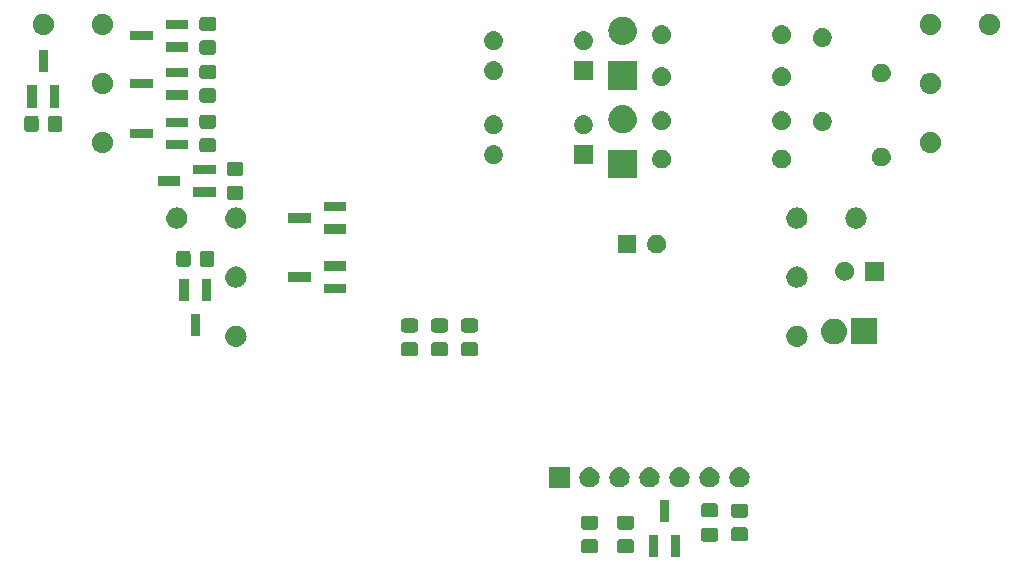
<source format=gbs>
G04 #@! TF.GenerationSoftware,KiCad,Pcbnew,7.0.6*
G04 #@! TF.CreationDate,2023-08-17T21:06:19+02:00*
G04 #@! TF.ProjectId,esp-switch,6573702d-7377-4697-9463-682e6b696361,rev?*
G04 #@! TF.SameCoordinates,Original*
G04 #@! TF.FileFunction,Soldermask,Bot*
G04 #@! TF.FilePolarity,Negative*
%FSLAX46Y46*%
G04 Gerber Fmt 4.6, Leading zero omitted, Abs format (unit mm)*
G04 Created by KiCad (PCBNEW 7.0.6) date 2023-08-17 21:06:19*
%MOMM*%
%LPD*%
G01*
G04 APERTURE LIST*
G04 APERTURE END LIST*
G36*
X55838000Y-46138000D02*
G01*
X55038000Y-46138000D01*
X55038000Y-44238000D01*
X55838000Y-44238000D01*
X55838000Y-46138000D01*
G37*
G36*
X57738000Y-46138000D02*
G01*
X56938000Y-46138000D01*
X56938000Y-44238000D01*
X57738000Y-44238000D01*
X57738000Y-46138000D01*
G37*
G36*
X50492850Y-44596964D02*
G01*
X50543040Y-44602787D01*
X50560189Y-44610359D01*
X50583671Y-44615030D01*
X50608810Y-44631827D01*
X50628696Y-44640608D01*
X50642277Y-44654189D01*
X50664777Y-44669223D01*
X50679810Y-44691722D01*
X50693391Y-44705303D01*
X50702170Y-44725186D01*
X50718970Y-44750329D01*
X50723641Y-44773812D01*
X50731212Y-44790959D01*
X50737033Y-44841139D01*
X50738000Y-44846000D01*
X50738000Y-45546000D01*
X50737032Y-45550863D01*
X50731212Y-45601040D01*
X50723641Y-45618185D01*
X50718970Y-45641671D01*
X50702169Y-45666815D01*
X50693391Y-45686696D01*
X50679812Y-45700274D01*
X50664777Y-45722777D01*
X50642274Y-45737812D01*
X50628696Y-45751391D01*
X50608815Y-45760169D01*
X50583671Y-45776970D01*
X50560185Y-45781641D01*
X50543040Y-45789212D01*
X50492861Y-45795032D01*
X50488000Y-45796000D01*
X49588000Y-45796000D01*
X49583138Y-45795032D01*
X49532959Y-45789212D01*
X49515812Y-45781641D01*
X49492329Y-45776970D01*
X49467186Y-45760170D01*
X49447303Y-45751391D01*
X49433722Y-45737810D01*
X49411223Y-45722777D01*
X49396189Y-45700277D01*
X49382608Y-45686696D01*
X49373827Y-45666810D01*
X49357030Y-45641671D01*
X49352359Y-45618189D01*
X49344787Y-45601040D01*
X49338964Y-45550849D01*
X49338000Y-45546000D01*
X49338000Y-44846000D01*
X49338964Y-44841150D01*
X49344787Y-44790959D01*
X49352359Y-44773808D01*
X49357030Y-44750329D01*
X49373826Y-44725191D01*
X49382608Y-44705303D01*
X49396191Y-44691719D01*
X49411223Y-44669223D01*
X49433719Y-44654191D01*
X49447303Y-44640608D01*
X49467191Y-44631826D01*
X49492329Y-44615030D01*
X49515808Y-44610359D01*
X49532959Y-44602787D01*
X49583151Y-44596964D01*
X49588000Y-44596000D01*
X50488000Y-44596000D01*
X50492850Y-44596964D01*
G37*
G36*
X53540850Y-44596964D02*
G01*
X53591040Y-44602787D01*
X53608189Y-44610359D01*
X53631671Y-44615030D01*
X53656810Y-44631827D01*
X53676696Y-44640608D01*
X53690277Y-44654189D01*
X53712777Y-44669223D01*
X53727810Y-44691722D01*
X53741391Y-44705303D01*
X53750170Y-44725186D01*
X53766970Y-44750329D01*
X53771641Y-44773812D01*
X53779212Y-44790959D01*
X53785033Y-44841139D01*
X53786000Y-44846000D01*
X53786000Y-45546000D01*
X53785032Y-45550863D01*
X53779212Y-45601040D01*
X53771641Y-45618185D01*
X53766970Y-45641671D01*
X53750169Y-45666815D01*
X53741391Y-45686696D01*
X53727812Y-45700274D01*
X53712777Y-45722777D01*
X53690274Y-45737812D01*
X53676696Y-45751391D01*
X53656815Y-45760169D01*
X53631671Y-45776970D01*
X53608185Y-45781641D01*
X53591040Y-45789212D01*
X53540861Y-45795032D01*
X53536000Y-45796000D01*
X52636000Y-45796000D01*
X52631138Y-45795032D01*
X52580959Y-45789212D01*
X52563812Y-45781641D01*
X52540329Y-45776970D01*
X52515186Y-45760170D01*
X52495303Y-45751391D01*
X52481722Y-45737810D01*
X52459223Y-45722777D01*
X52444189Y-45700277D01*
X52430608Y-45686696D01*
X52421827Y-45666810D01*
X52405030Y-45641671D01*
X52400359Y-45618189D01*
X52392787Y-45601040D01*
X52386964Y-45550849D01*
X52386000Y-45546000D01*
X52386000Y-44846000D01*
X52386964Y-44841150D01*
X52392787Y-44790959D01*
X52400359Y-44773808D01*
X52405030Y-44750329D01*
X52421826Y-44725191D01*
X52430608Y-44705303D01*
X52444191Y-44691719D01*
X52459223Y-44669223D01*
X52481719Y-44654191D01*
X52495303Y-44640608D01*
X52515191Y-44631826D01*
X52540329Y-44615030D01*
X52563808Y-44610359D01*
X52580959Y-44602787D01*
X52631151Y-44596964D01*
X52636000Y-44596000D01*
X53536000Y-44596000D01*
X53540850Y-44596964D01*
G37*
G36*
X60677850Y-43630964D02*
G01*
X60728040Y-43636787D01*
X60745189Y-43644359D01*
X60768671Y-43649030D01*
X60793810Y-43665827D01*
X60813696Y-43674608D01*
X60827277Y-43688189D01*
X60849777Y-43703223D01*
X60864810Y-43725722D01*
X60878391Y-43739303D01*
X60887170Y-43759186D01*
X60903970Y-43784329D01*
X60908641Y-43807812D01*
X60916212Y-43824959D01*
X60922033Y-43875139D01*
X60923000Y-43880000D01*
X60923000Y-44555000D01*
X60922032Y-44559863D01*
X60916212Y-44610040D01*
X60908641Y-44627185D01*
X60903970Y-44650671D01*
X60887169Y-44675815D01*
X60878391Y-44695696D01*
X60864812Y-44709274D01*
X60849777Y-44731777D01*
X60827274Y-44746812D01*
X60813696Y-44760391D01*
X60793815Y-44769169D01*
X60768671Y-44785970D01*
X60745185Y-44790641D01*
X60728040Y-44798212D01*
X60677861Y-44804032D01*
X60673000Y-44805000D01*
X59723000Y-44805000D01*
X59718138Y-44804032D01*
X59667959Y-44798212D01*
X59650812Y-44790641D01*
X59627329Y-44785970D01*
X59602186Y-44769170D01*
X59582303Y-44760391D01*
X59568722Y-44746810D01*
X59546223Y-44731777D01*
X59531189Y-44709277D01*
X59517608Y-44695696D01*
X59508827Y-44675810D01*
X59492030Y-44650671D01*
X59487359Y-44627189D01*
X59479787Y-44610040D01*
X59473964Y-44559849D01*
X59473000Y-44555000D01*
X59473000Y-43880000D01*
X59473964Y-43875150D01*
X59479787Y-43824959D01*
X59487359Y-43807808D01*
X59492030Y-43784329D01*
X59508826Y-43759191D01*
X59517608Y-43739303D01*
X59531191Y-43725719D01*
X59546223Y-43703223D01*
X59568719Y-43688191D01*
X59582303Y-43674608D01*
X59602191Y-43665826D01*
X59627329Y-43649030D01*
X59650808Y-43644359D01*
X59667959Y-43636787D01*
X59718151Y-43630964D01*
X59723000Y-43630000D01*
X60673000Y-43630000D01*
X60677850Y-43630964D01*
G37*
G36*
X63192850Y-43580964D02*
G01*
X63243040Y-43586787D01*
X63260189Y-43594359D01*
X63283671Y-43599030D01*
X63308810Y-43615827D01*
X63328696Y-43624608D01*
X63342277Y-43638189D01*
X63364777Y-43653223D01*
X63379810Y-43675722D01*
X63393391Y-43689303D01*
X63402170Y-43709186D01*
X63418970Y-43734329D01*
X63423641Y-43757812D01*
X63431212Y-43774959D01*
X63437033Y-43825139D01*
X63438000Y-43830000D01*
X63438000Y-44530000D01*
X63437032Y-44534863D01*
X63431212Y-44585040D01*
X63423641Y-44602185D01*
X63418970Y-44625671D01*
X63402169Y-44650815D01*
X63393391Y-44670696D01*
X63379812Y-44684274D01*
X63364777Y-44706777D01*
X63342274Y-44721812D01*
X63328696Y-44735391D01*
X63308815Y-44744169D01*
X63283671Y-44760970D01*
X63260185Y-44765641D01*
X63243040Y-44773212D01*
X63192861Y-44779032D01*
X63188000Y-44780000D01*
X62288000Y-44780000D01*
X62283138Y-44779032D01*
X62232959Y-44773212D01*
X62215812Y-44765641D01*
X62192329Y-44760970D01*
X62167186Y-44744170D01*
X62147303Y-44735391D01*
X62133722Y-44721810D01*
X62111223Y-44706777D01*
X62096189Y-44684277D01*
X62082608Y-44670696D01*
X62073827Y-44650810D01*
X62057030Y-44625671D01*
X62052359Y-44602189D01*
X62044787Y-44585040D01*
X62038964Y-44534849D01*
X62038000Y-44530000D01*
X62038000Y-43830000D01*
X62038964Y-43825150D01*
X62044787Y-43774959D01*
X62052359Y-43757808D01*
X62057030Y-43734329D01*
X62073826Y-43709191D01*
X62082608Y-43689303D01*
X62096191Y-43675719D01*
X62111223Y-43653223D01*
X62133719Y-43638191D01*
X62147303Y-43624608D01*
X62167191Y-43615826D01*
X62192329Y-43599030D01*
X62215808Y-43594359D01*
X62232959Y-43586787D01*
X62283151Y-43580964D01*
X62288000Y-43580000D01*
X63188000Y-43580000D01*
X63192850Y-43580964D01*
G37*
G36*
X50492850Y-42596964D02*
G01*
X50543040Y-42602787D01*
X50560189Y-42610359D01*
X50583671Y-42615030D01*
X50608810Y-42631827D01*
X50628696Y-42640608D01*
X50642277Y-42654189D01*
X50664777Y-42669223D01*
X50679810Y-42691722D01*
X50693391Y-42705303D01*
X50702170Y-42725186D01*
X50718970Y-42750329D01*
X50723641Y-42773812D01*
X50731212Y-42790959D01*
X50737033Y-42841139D01*
X50738000Y-42846000D01*
X50738000Y-43546000D01*
X50737032Y-43550863D01*
X50731212Y-43601040D01*
X50723641Y-43618185D01*
X50718970Y-43641671D01*
X50702169Y-43666815D01*
X50693391Y-43686696D01*
X50679812Y-43700274D01*
X50664777Y-43722777D01*
X50642274Y-43737812D01*
X50628696Y-43751391D01*
X50608815Y-43760169D01*
X50583671Y-43776970D01*
X50560185Y-43781641D01*
X50543040Y-43789212D01*
X50492861Y-43795032D01*
X50488000Y-43796000D01*
X49588000Y-43796000D01*
X49583138Y-43795032D01*
X49532959Y-43789212D01*
X49515812Y-43781641D01*
X49492329Y-43776970D01*
X49467186Y-43760170D01*
X49447303Y-43751391D01*
X49433722Y-43737810D01*
X49411223Y-43722777D01*
X49396189Y-43700277D01*
X49382608Y-43686696D01*
X49373827Y-43666810D01*
X49357030Y-43641671D01*
X49352359Y-43618189D01*
X49344787Y-43601040D01*
X49338964Y-43550849D01*
X49338000Y-43546000D01*
X49338000Y-42846000D01*
X49338964Y-42841150D01*
X49344787Y-42790959D01*
X49352359Y-42773808D01*
X49357030Y-42750329D01*
X49373826Y-42725191D01*
X49382608Y-42705303D01*
X49396191Y-42691719D01*
X49411223Y-42669223D01*
X49433719Y-42654191D01*
X49447303Y-42640608D01*
X49467191Y-42631826D01*
X49492329Y-42615030D01*
X49515808Y-42610359D01*
X49532959Y-42602787D01*
X49583151Y-42596964D01*
X49588000Y-42596000D01*
X50488000Y-42596000D01*
X50492850Y-42596964D01*
G37*
G36*
X53540850Y-42596964D02*
G01*
X53591040Y-42602787D01*
X53608189Y-42610359D01*
X53631671Y-42615030D01*
X53656810Y-42631827D01*
X53676696Y-42640608D01*
X53690277Y-42654189D01*
X53712777Y-42669223D01*
X53727810Y-42691722D01*
X53741391Y-42705303D01*
X53750170Y-42725186D01*
X53766970Y-42750329D01*
X53771641Y-42773812D01*
X53779212Y-42790959D01*
X53785033Y-42841139D01*
X53786000Y-42846000D01*
X53786000Y-43546000D01*
X53785032Y-43550863D01*
X53779212Y-43601040D01*
X53771641Y-43618185D01*
X53766970Y-43641671D01*
X53750169Y-43666815D01*
X53741391Y-43686696D01*
X53727812Y-43700274D01*
X53712777Y-43722777D01*
X53690274Y-43737812D01*
X53676696Y-43751391D01*
X53656815Y-43760169D01*
X53631671Y-43776970D01*
X53608185Y-43781641D01*
X53591040Y-43789212D01*
X53540861Y-43795032D01*
X53536000Y-43796000D01*
X52636000Y-43796000D01*
X52631138Y-43795032D01*
X52580959Y-43789212D01*
X52563812Y-43781641D01*
X52540329Y-43776970D01*
X52515186Y-43760170D01*
X52495303Y-43751391D01*
X52481722Y-43737810D01*
X52459223Y-43722777D01*
X52444189Y-43700277D01*
X52430608Y-43686696D01*
X52421827Y-43666810D01*
X52405030Y-43641671D01*
X52400359Y-43618189D01*
X52392787Y-43601040D01*
X52386964Y-43550849D01*
X52386000Y-43546000D01*
X52386000Y-42846000D01*
X52386964Y-42841150D01*
X52392787Y-42790959D01*
X52400359Y-42773808D01*
X52405030Y-42750329D01*
X52421826Y-42725191D01*
X52430608Y-42705303D01*
X52444191Y-42691719D01*
X52459223Y-42669223D01*
X52481719Y-42654191D01*
X52495303Y-42640608D01*
X52515191Y-42631826D01*
X52540329Y-42615030D01*
X52563808Y-42610359D01*
X52580959Y-42602787D01*
X52631151Y-42596964D01*
X52636000Y-42596000D01*
X53536000Y-42596000D01*
X53540850Y-42596964D01*
G37*
G36*
X56788000Y-43138000D02*
G01*
X55988000Y-43138000D01*
X55988000Y-41238000D01*
X56788000Y-41238000D01*
X56788000Y-43138000D01*
G37*
G36*
X63192850Y-41580964D02*
G01*
X63243040Y-41586787D01*
X63260189Y-41594359D01*
X63283671Y-41599030D01*
X63308810Y-41615827D01*
X63328696Y-41624608D01*
X63342277Y-41638189D01*
X63364777Y-41653223D01*
X63379810Y-41675722D01*
X63393391Y-41689303D01*
X63402170Y-41709186D01*
X63418970Y-41734329D01*
X63423641Y-41757812D01*
X63431212Y-41774959D01*
X63437033Y-41825139D01*
X63438000Y-41830000D01*
X63438000Y-42530000D01*
X63437032Y-42534863D01*
X63431212Y-42585040D01*
X63423641Y-42602185D01*
X63418970Y-42625671D01*
X63402169Y-42650815D01*
X63393391Y-42670696D01*
X63379812Y-42684274D01*
X63364777Y-42706777D01*
X63342274Y-42721812D01*
X63328696Y-42735391D01*
X63308815Y-42744169D01*
X63283671Y-42760970D01*
X63260185Y-42765641D01*
X63243040Y-42773212D01*
X63192861Y-42779032D01*
X63188000Y-42780000D01*
X62288000Y-42780000D01*
X62283138Y-42779032D01*
X62232959Y-42773212D01*
X62215812Y-42765641D01*
X62192329Y-42760970D01*
X62167186Y-42744170D01*
X62147303Y-42735391D01*
X62133722Y-42721810D01*
X62111223Y-42706777D01*
X62096189Y-42684277D01*
X62082608Y-42670696D01*
X62073827Y-42650810D01*
X62057030Y-42625671D01*
X62052359Y-42602189D01*
X62044787Y-42585040D01*
X62038964Y-42534849D01*
X62038000Y-42530000D01*
X62038000Y-41830000D01*
X62038964Y-41825150D01*
X62044787Y-41774959D01*
X62052359Y-41757808D01*
X62057030Y-41734329D01*
X62073826Y-41709191D01*
X62082608Y-41689303D01*
X62096191Y-41675719D01*
X62111223Y-41653223D01*
X62133719Y-41638191D01*
X62147303Y-41624608D01*
X62167191Y-41615826D01*
X62192329Y-41599030D01*
X62215808Y-41594359D01*
X62232959Y-41586787D01*
X62283151Y-41580964D01*
X62288000Y-41580000D01*
X63188000Y-41580000D01*
X63192850Y-41580964D01*
G37*
G36*
X60677850Y-41555964D02*
G01*
X60728040Y-41561787D01*
X60745189Y-41569359D01*
X60768671Y-41574030D01*
X60793810Y-41590827D01*
X60813696Y-41599608D01*
X60827277Y-41613189D01*
X60849777Y-41628223D01*
X60864810Y-41650722D01*
X60878391Y-41664303D01*
X60887170Y-41684186D01*
X60903970Y-41709329D01*
X60908641Y-41732812D01*
X60916212Y-41749959D01*
X60922033Y-41800139D01*
X60923000Y-41805000D01*
X60923000Y-42480000D01*
X60922032Y-42484863D01*
X60916212Y-42535040D01*
X60908641Y-42552185D01*
X60903970Y-42575671D01*
X60887169Y-42600815D01*
X60878391Y-42620696D01*
X60864812Y-42634274D01*
X60849777Y-42656777D01*
X60827274Y-42671812D01*
X60813696Y-42685391D01*
X60793815Y-42694169D01*
X60768671Y-42710970D01*
X60745185Y-42715641D01*
X60728040Y-42723212D01*
X60677861Y-42729032D01*
X60673000Y-42730000D01*
X59723000Y-42730000D01*
X59718138Y-42729032D01*
X59667959Y-42723212D01*
X59650812Y-42715641D01*
X59627329Y-42710970D01*
X59602186Y-42694170D01*
X59582303Y-42685391D01*
X59568722Y-42671810D01*
X59546223Y-42656777D01*
X59531189Y-42634277D01*
X59517608Y-42620696D01*
X59508827Y-42600810D01*
X59492030Y-42575671D01*
X59487359Y-42552189D01*
X59479787Y-42535040D01*
X59473964Y-42484849D01*
X59473000Y-42480000D01*
X59473000Y-41805000D01*
X59473964Y-41800150D01*
X59479787Y-41749959D01*
X59487359Y-41732808D01*
X59492030Y-41709329D01*
X59508826Y-41684191D01*
X59517608Y-41664303D01*
X59531191Y-41650719D01*
X59546223Y-41628223D01*
X59568719Y-41613191D01*
X59582303Y-41599608D01*
X59602191Y-41590826D01*
X59627329Y-41574030D01*
X59650808Y-41569359D01*
X59667959Y-41561787D01*
X59718151Y-41555964D01*
X59723000Y-41555000D01*
X60673000Y-41555000D01*
X60677850Y-41555964D01*
G37*
G36*
X48348000Y-40220000D02*
G01*
X46648000Y-40220000D01*
X46648000Y-38520000D01*
X48348000Y-38520000D01*
X48348000Y-40220000D01*
G37*
G36*
X50300664Y-38561602D02*
G01*
X50463000Y-38633878D01*
X50606761Y-38738327D01*
X50725664Y-38870383D01*
X50814514Y-39024274D01*
X50869425Y-39193275D01*
X50888000Y-39370000D01*
X50869425Y-39546725D01*
X50814514Y-39715726D01*
X50725664Y-39869617D01*
X50606761Y-40001673D01*
X50463000Y-40106122D01*
X50300664Y-40178398D01*
X50126849Y-40215344D01*
X49949151Y-40215344D01*
X49775336Y-40178398D01*
X49613000Y-40106122D01*
X49469239Y-40001673D01*
X49350336Y-39869617D01*
X49261486Y-39715726D01*
X49206575Y-39546725D01*
X49188000Y-39370000D01*
X49206575Y-39193275D01*
X49261486Y-39024274D01*
X49350336Y-38870383D01*
X49469239Y-38738327D01*
X49613000Y-38633878D01*
X49775336Y-38561602D01*
X49949151Y-38524656D01*
X50126849Y-38524656D01*
X50300664Y-38561602D01*
G37*
G36*
X52840664Y-38561602D02*
G01*
X53003000Y-38633878D01*
X53146761Y-38738327D01*
X53265664Y-38870383D01*
X53354514Y-39024274D01*
X53409425Y-39193275D01*
X53428000Y-39370000D01*
X53409425Y-39546725D01*
X53354514Y-39715726D01*
X53265664Y-39869617D01*
X53146761Y-40001673D01*
X53003000Y-40106122D01*
X52840664Y-40178398D01*
X52666849Y-40215344D01*
X52489151Y-40215344D01*
X52315336Y-40178398D01*
X52153000Y-40106122D01*
X52009239Y-40001673D01*
X51890336Y-39869617D01*
X51801486Y-39715726D01*
X51746575Y-39546725D01*
X51728000Y-39370000D01*
X51746575Y-39193275D01*
X51801486Y-39024274D01*
X51890336Y-38870383D01*
X52009239Y-38738327D01*
X52153000Y-38633878D01*
X52315336Y-38561602D01*
X52489151Y-38524656D01*
X52666849Y-38524656D01*
X52840664Y-38561602D01*
G37*
G36*
X55380664Y-38561602D02*
G01*
X55543000Y-38633878D01*
X55686761Y-38738327D01*
X55805664Y-38870383D01*
X55894514Y-39024274D01*
X55949425Y-39193275D01*
X55968000Y-39370000D01*
X55949425Y-39546725D01*
X55894514Y-39715726D01*
X55805664Y-39869617D01*
X55686761Y-40001673D01*
X55543000Y-40106122D01*
X55380664Y-40178398D01*
X55206849Y-40215344D01*
X55029151Y-40215344D01*
X54855336Y-40178398D01*
X54693000Y-40106122D01*
X54549239Y-40001673D01*
X54430336Y-39869617D01*
X54341486Y-39715726D01*
X54286575Y-39546725D01*
X54268000Y-39370000D01*
X54286575Y-39193275D01*
X54341486Y-39024274D01*
X54430336Y-38870383D01*
X54549239Y-38738327D01*
X54693000Y-38633878D01*
X54855336Y-38561602D01*
X55029151Y-38524656D01*
X55206849Y-38524656D01*
X55380664Y-38561602D01*
G37*
G36*
X57920664Y-38561602D02*
G01*
X58083000Y-38633878D01*
X58226761Y-38738327D01*
X58345664Y-38870383D01*
X58434514Y-39024274D01*
X58489425Y-39193275D01*
X58508000Y-39370000D01*
X58489425Y-39546725D01*
X58434514Y-39715726D01*
X58345664Y-39869617D01*
X58226761Y-40001673D01*
X58083000Y-40106122D01*
X57920664Y-40178398D01*
X57746849Y-40215344D01*
X57569151Y-40215344D01*
X57395336Y-40178398D01*
X57233000Y-40106122D01*
X57089239Y-40001673D01*
X56970336Y-39869617D01*
X56881486Y-39715726D01*
X56826575Y-39546725D01*
X56808000Y-39370000D01*
X56826575Y-39193275D01*
X56881486Y-39024274D01*
X56970336Y-38870383D01*
X57089239Y-38738327D01*
X57233000Y-38633878D01*
X57395336Y-38561602D01*
X57569151Y-38524656D01*
X57746849Y-38524656D01*
X57920664Y-38561602D01*
G37*
G36*
X60460664Y-38561602D02*
G01*
X60623000Y-38633878D01*
X60766761Y-38738327D01*
X60885664Y-38870383D01*
X60974514Y-39024274D01*
X61029425Y-39193275D01*
X61048000Y-39370000D01*
X61029425Y-39546725D01*
X60974514Y-39715726D01*
X60885664Y-39869617D01*
X60766761Y-40001673D01*
X60623000Y-40106122D01*
X60460664Y-40178398D01*
X60286849Y-40215344D01*
X60109151Y-40215344D01*
X59935336Y-40178398D01*
X59773000Y-40106122D01*
X59629239Y-40001673D01*
X59510336Y-39869617D01*
X59421486Y-39715726D01*
X59366575Y-39546725D01*
X59348000Y-39370000D01*
X59366575Y-39193275D01*
X59421486Y-39024274D01*
X59510336Y-38870383D01*
X59629239Y-38738327D01*
X59773000Y-38633878D01*
X59935336Y-38561602D01*
X60109151Y-38524656D01*
X60286849Y-38524656D01*
X60460664Y-38561602D01*
G37*
G36*
X63000664Y-38561602D02*
G01*
X63163000Y-38633878D01*
X63306761Y-38738327D01*
X63425664Y-38870383D01*
X63514514Y-39024274D01*
X63569425Y-39193275D01*
X63588000Y-39370000D01*
X63569425Y-39546725D01*
X63514514Y-39715726D01*
X63425664Y-39869617D01*
X63306761Y-40001673D01*
X63163000Y-40106122D01*
X63000664Y-40178398D01*
X62826849Y-40215344D01*
X62649151Y-40215344D01*
X62475336Y-40178398D01*
X62313000Y-40106122D01*
X62169239Y-40001673D01*
X62050336Y-39869617D01*
X61961486Y-39715726D01*
X61906575Y-39546725D01*
X61888000Y-39370000D01*
X61906575Y-39193275D01*
X61961486Y-39024274D01*
X62050336Y-38870383D01*
X62169239Y-38738327D01*
X62313000Y-38633878D01*
X62475336Y-38561602D01*
X62649151Y-38524656D01*
X62826849Y-38524656D01*
X63000664Y-38561602D01*
G37*
G36*
X35252850Y-27900964D02*
G01*
X35303040Y-27906787D01*
X35320189Y-27914359D01*
X35343671Y-27919030D01*
X35368810Y-27935827D01*
X35388696Y-27944608D01*
X35402277Y-27958189D01*
X35424777Y-27973223D01*
X35439810Y-27995722D01*
X35453391Y-28009303D01*
X35462170Y-28029186D01*
X35478970Y-28054329D01*
X35483641Y-28077812D01*
X35491212Y-28094959D01*
X35497033Y-28145139D01*
X35498000Y-28150000D01*
X35498000Y-28850000D01*
X35497032Y-28854863D01*
X35491212Y-28905040D01*
X35483641Y-28922185D01*
X35478970Y-28945671D01*
X35462169Y-28970815D01*
X35453391Y-28990696D01*
X35439812Y-29004274D01*
X35424777Y-29026777D01*
X35402274Y-29041812D01*
X35388696Y-29055391D01*
X35368815Y-29064169D01*
X35343671Y-29080970D01*
X35320185Y-29085641D01*
X35303040Y-29093212D01*
X35252861Y-29099032D01*
X35248000Y-29100000D01*
X34348000Y-29100000D01*
X34343138Y-29099032D01*
X34292959Y-29093212D01*
X34275812Y-29085641D01*
X34252329Y-29080970D01*
X34227186Y-29064170D01*
X34207303Y-29055391D01*
X34193722Y-29041810D01*
X34171223Y-29026777D01*
X34156189Y-29004277D01*
X34142608Y-28990696D01*
X34133827Y-28970810D01*
X34117030Y-28945671D01*
X34112359Y-28922189D01*
X34104787Y-28905040D01*
X34098964Y-28854849D01*
X34098000Y-28850000D01*
X34098000Y-28150000D01*
X34098964Y-28145150D01*
X34104787Y-28094959D01*
X34112359Y-28077808D01*
X34117030Y-28054329D01*
X34133826Y-28029191D01*
X34142608Y-28009303D01*
X34156191Y-27995719D01*
X34171223Y-27973223D01*
X34193719Y-27958191D01*
X34207303Y-27944608D01*
X34227191Y-27935826D01*
X34252329Y-27919030D01*
X34275808Y-27914359D01*
X34292959Y-27906787D01*
X34343151Y-27900964D01*
X34348000Y-27900000D01*
X35248000Y-27900000D01*
X35252850Y-27900964D01*
G37*
G36*
X37792850Y-27900964D02*
G01*
X37843040Y-27906787D01*
X37860189Y-27914359D01*
X37883671Y-27919030D01*
X37908810Y-27935827D01*
X37928696Y-27944608D01*
X37942277Y-27958189D01*
X37964777Y-27973223D01*
X37979810Y-27995722D01*
X37993391Y-28009303D01*
X38002170Y-28029186D01*
X38018970Y-28054329D01*
X38023641Y-28077812D01*
X38031212Y-28094959D01*
X38037033Y-28145139D01*
X38038000Y-28150000D01*
X38038000Y-28850000D01*
X38037032Y-28854863D01*
X38031212Y-28905040D01*
X38023641Y-28922185D01*
X38018970Y-28945671D01*
X38002169Y-28970815D01*
X37993391Y-28990696D01*
X37979812Y-29004274D01*
X37964777Y-29026777D01*
X37942274Y-29041812D01*
X37928696Y-29055391D01*
X37908815Y-29064169D01*
X37883671Y-29080970D01*
X37860185Y-29085641D01*
X37843040Y-29093212D01*
X37792861Y-29099032D01*
X37788000Y-29100000D01*
X36888000Y-29100000D01*
X36883138Y-29099032D01*
X36832959Y-29093212D01*
X36815812Y-29085641D01*
X36792329Y-29080970D01*
X36767186Y-29064170D01*
X36747303Y-29055391D01*
X36733722Y-29041810D01*
X36711223Y-29026777D01*
X36696189Y-29004277D01*
X36682608Y-28990696D01*
X36673827Y-28970810D01*
X36657030Y-28945671D01*
X36652359Y-28922189D01*
X36644787Y-28905040D01*
X36638964Y-28854849D01*
X36638000Y-28850000D01*
X36638000Y-28150000D01*
X36638964Y-28145150D01*
X36644787Y-28094959D01*
X36652359Y-28077808D01*
X36657030Y-28054329D01*
X36673826Y-28029191D01*
X36682608Y-28009303D01*
X36696191Y-27995719D01*
X36711223Y-27973223D01*
X36733719Y-27958191D01*
X36747303Y-27944608D01*
X36767191Y-27935826D01*
X36792329Y-27919030D01*
X36815808Y-27914359D01*
X36832959Y-27906787D01*
X36883151Y-27900964D01*
X36888000Y-27900000D01*
X37788000Y-27900000D01*
X37792850Y-27900964D01*
G37*
G36*
X40332850Y-27900964D02*
G01*
X40383040Y-27906787D01*
X40400189Y-27914359D01*
X40423671Y-27919030D01*
X40448810Y-27935827D01*
X40468696Y-27944608D01*
X40482277Y-27958189D01*
X40504777Y-27973223D01*
X40519810Y-27995722D01*
X40533391Y-28009303D01*
X40542170Y-28029186D01*
X40558970Y-28054329D01*
X40563641Y-28077812D01*
X40571212Y-28094959D01*
X40577033Y-28145139D01*
X40578000Y-28150000D01*
X40578000Y-28850000D01*
X40577032Y-28854863D01*
X40571212Y-28905040D01*
X40563641Y-28922185D01*
X40558970Y-28945671D01*
X40542169Y-28970815D01*
X40533391Y-28990696D01*
X40519812Y-29004274D01*
X40504777Y-29026777D01*
X40482274Y-29041812D01*
X40468696Y-29055391D01*
X40448815Y-29064169D01*
X40423671Y-29080970D01*
X40400185Y-29085641D01*
X40383040Y-29093212D01*
X40332861Y-29099032D01*
X40328000Y-29100000D01*
X39428000Y-29100000D01*
X39423138Y-29099032D01*
X39372959Y-29093212D01*
X39355812Y-29085641D01*
X39332329Y-29080970D01*
X39307186Y-29064170D01*
X39287303Y-29055391D01*
X39273722Y-29041810D01*
X39251223Y-29026777D01*
X39236189Y-29004277D01*
X39222608Y-28990696D01*
X39213827Y-28970810D01*
X39197030Y-28945671D01*
X39192359Y-28922189D01*
X39184787Y-28905040D01*
X39178964Y-28854849D01*
X39178000Y-28850000D01*
X39178000Y-28150000D01*
X39178964Y-28145150D01*
X39184787Y-28094959D01*
X39192359Y-28077808D01*
X39197030Y-28054329D01*
X39213826Y-28029191D01*
X39222608Y-28009303D01*
X39236191Y-27995719D01*
X39251223Y-27973223D01*
X39273719Y-27958191D01*
X39287303Y-27944608D01*
X39307191Y-27935826D01*
X39332329Y-27919030D01*
X39355808Y-27914359D01*
X39372959Y-27906787D01*
X39423151Y-27900964D01*
X39428000Y-27900000D01*
X40328000Y-27900000D01*
X40332850Y-27900964D01*
G37*
G36*
X20147113Y-26504930D02*
G01*
X20194076Y-26504930D01*
X20234622Y-26513548D01*
X20275526Y-26517577D01*
X20326916Y-26533166D01*
X20378115Y-26544049D01*
X20410879Y-26558636D01*
X20444304Y-26568776D01*
X20497420Y-26597166D01*
X20550000Y-26620577D01*
X20574445Y-26638337D01*
X20599849Y-26651916D01*
X20651669Y-26694444D01*
X20702218Y-26731170D01*
X20718631Y-26749398D01*
X20736190Y-26763809D01*
X20783379Y-26821308D01*
X20828115Y-26870993D01*
X20837512Y-26887269D01*
X20848083Y-26900150D01*
X20887183Y-26973302D01*
X20922191Y-27033937D01*
X20926218Y-27046331D01*
X20931223Y-27055695D01*
X20958821Y-27146672D01*
X20980333Y-27212879D01*
X20981090Y-27220082D01*
X20982422Y-27224473D01*
X20995377Y-27356021D01*
X21000000Y-27400000D01*
X20995377Y-27443982D01*
X20982422Y-27575526D01*
X20981090Y-27579916D01*
X20980333Y-27587121D01*
X20958816Y-27653341D01*
X20931223Y-27744304D01*
X20926219Y-27753665D01*
X20922191Y-27766063D01*
X20887176Y-27826709D01*
X20848083Y-27899849D01*
X20837514Y-27912726D01*
X20828115Y-27929007D01*
X20783369Y-27978701D01*
X20736190Y-28036190D01*
X20718634Y-28050597D01*
X20702218Y-28068830D01*
X20651659Y-28105563D01*
X20599849Y-28148083D01*
X20574450Y-28161658D01*
X20550000Y-28179423D01*
X20497408Y-28202838D01*
X20444304Y-28231223D01*
X20410886Y-28241360D01*
X20378115Y-28255951D01*
X20326905Y-28266836D01*
X20275526Y-28282422D01*
X20234631Y-28286449D01*
X20194076Y-28295070D01*
X20147103Y-28295070D01*
X20100000Y-28299709D01*
X20052897Y-28295070D01*
X20005924Y-28295070D01*
X19965368Y-28286449D01*
X19924473Y-28282422D01*
X19873091Y-28266835D01*
X19821885Y-28255951D01*
X19789115Y-28241361D01*
X19755695Y-28231223D01*
X19702585Y-28202835D01*
X19650000Y-28179423D01*
X19625552Y-28161660D01*
X19600150Y-28148083D01*
X19548332Y-28105556D01*
X19497782Y-28068830D01*
X19481368Y-28050600D01*
X19463809Y-28036190D01*
X19416618Y-27978688D01*
X19371885Y-27929007D01*
X19362487Y-27912730D01*
X19351916Y-27899849D01*
X19312810Y-27826686D01*
X19277809Y-27766063D01*
X19273782Y-27753670D01*
X19268776Y-27744304D01*
X19241168Y-27653294D01*
X19219667Y-27587121D01*
X19218910Y-27579921D01*
X19217577Y-27575526D01*
X19204606Y-27443831D01*
X19200000Y-27400000D01*
X19204606Y-27356172D01*
X19217577Y-27224473D01*
X19218910Y-27220077D01*
X19219667Y-27212879D01*
X19241163Y-27146719D01*
X19268776Y-27055695D01*
X19273783Y-27046327D01*
X19277809Y-27033937D01*
X19312802Y-26973326D01*
X19351916Y-26900150D01*
X19362489Y-26887265D01*
X19371885Y-26870993D01*
X19416609Y-26821321D01*
X19463809Y-26763809D01*
X19481371Y-26749395D01*
X19497782Y-26731170D01*
X19548321Y-26694450D01*
X19600150Y-26651916D01*
X19625557Y-26638335D01*
X19650000Y-26620577D01*
X19702573Y-26597169D01*
X19755695Y-26568776D01*
X19789122Y-26558635D01*
X19821885Y-26544049D01*
X19873080Y-26533166D01*
X19924473Y-26517577D01*
X19965377Y-26513548D01*
X20005924Y-26504930D01*
X20052887Y-26504930D01*
X20100000Y-26500290D01*
X20147113Y-26504930D01*
G37*
G36*
X67647113Y-26504930D02*
G01*
X67694076Y-26504930D01*
X67734622Y-26513548D01*
X67775526Y-26517577D01*
X67826916Y-26533166D01*
X67878115Y-26544049D01*
X67910879Y-26558636D01*
X67944304Y-26568776D01*
X67997420Y-26597166D01*
X68050000Y-26620577D01*
X68074445Y-26638337D01*
X68099849Y-26651916D01*
X68151669Y-26694444D01*
X68202218Y-26731170D01*
X68218631Y-26749398D01*
X68236190Y-26763809D01*
X68283379Y-26821308D01*
X68328115Y-26870993D01*
X68337512Y-26887269D01*
X68348083Y-26900150D01*
X68387183Y-26973302D01*
X68422191Y-27033937D01*
X68426218Y-27046331D01*
X68431223Y-27055695D01*
X68458821Y-27146672D01*
X68480333Y-27212879D01*
X68481090Y-27220082D01*
X68482422Y-27224473D01*
X68495378Y-27356032D01*
X68500000Y-27400000D01*
X68495376Y-27443993D01*
X68482422Y-27575526D01*
X68481090Y-27579916D01*
X68480333Y-27587121D01*
X68458816Y-27653341D01*
X68431223Y-27744304D01*
X68426219Y-27753665D01*
X68422191Y-27766063D01*
X68387176Y-27826709D01*
X68348083Y-27899849D01*
X68337514Y-27912726D01*
X68328115Y-27929007D01*
X68283369Y-27978701D01*
X68236190Y-28036190D01*
X68218634Y-28050597D01*
X68202218Y-28068830D01*
X68151659Y-28105563D01*
X68099849Y-28148083D01*
X68074450Y-28161658D01*
X68050000Y-28179423D01*
X67997408Y-28202838D01*
X67944304Y-28231223D01*
X67910886Y-28241360D01*
X67878115Y-28255951D01*
X67826905Y-28266836D01*
X67775526Y-28282422D01*
X67734631Y-28286449D01*
X67694076Y-28295070D01*
X67647103Y-28295070D01*
X67600000Y-28299709D01*
X67552897Y-28295070D01*
X67505924Y-28295070D01*
X67465368Y-28286449D01*
X67424473Y-28282422D01*
X67373091Y-28266835D01*
X67321885Y-28255951D01*
X67289115Y-28241361D01*
X67255695Y-28231223D01*
X67202585Y-28202835D01*
X67150000Y-28179423D01*
X67125552Y-28161660D01*
X67100150Y-28148083D01*
X67048332Y-28105556D01*
X66997782Y-28068830D01*
X66981368Y-28050600D01*
X66963809Y-28036190D01*
X66916618Y-27978688D01*
X66871885Y-27929007D01*
X66862487Y-27912730D01*
X66851916Y-27899849D01*
X66812810Y-27826686D01*
X66777809Y-27766063D01*
X66773782Y-27753670D01*
X66768776Y-27744304D01*
X66741168Y-27653294D01*
X66719667Y-27587121D01*
X66718910Y-27579921D01*
X66717577Y-27575526D01*
X66704606Y-27443831D01*
X66700000Y-27400000D01*
X66704606Y-27356172D01*
X66717577Y-27224473D01*
X66718910Y-27220077D01*
X66719667Y-27212879D01*
X66741163Y-27146719D01*
X66768776Y-27055695D01*
X66773783Y-27046327D01*
X66777809Y-27033937D01*
X66812802Y-26973326D01*
X66851916Y-26900150D01*
X66862489Y-26887265D01*
X66871885Y-26870993D01*
X66916609Y-26821321D01*
X66963809Y-26763809D01*
X66981371Y-26749395D01*
X66997782Y-26731170D01*
X67048321Y-26694450D01*
X67100150Y-26651916D01*
X67125557Y-26638335D01*
X67150000Y-26620577D01*
X67202573Y-26597169D01*
X67255695Y-26568776D01*
X67289122Y-26558635D01*
X67321885Y-26544049D01*
X67373080Y-26533166D01*
X67424473Y-26517577D01*
X67465377Y-26513548D01*
X67505924Y-26504930D01*
X67552887Y-26504930D01*
X67600000Y-26500290D01*
X67647113Y-26504930D01*
G37*
G36*
X74384234Y-28110400D02*
G01*
X72184234Y-28110400D01*
X72184234Y-25910400D01*
X74384234Y-25910400D01*
X74384234Y-28110400D01*
G37*
G36*
X71045263Y-25952392D02*
G01*
X71234546Y-26025720D01*
X71407132Y-26132581D01*
X71557144Y-26269335D01*
X71679473Y-26431325D01*
X71769953Y-26613034D01*
X71825504Y-26808276D01*
X71844234Y-27010400D01*
X71825504Y-27212524D01*
X71769953Y-27407766D01*
X71679473Y-27589475D01*
X71557144Y-27751465D01*
X71407132Y-27888219D01*
X71234546Y-27995080D01*
X71045263Y-28068408D01*
X70845729Y-28105708D01*
X70642739Y-28105708D01*
X70443205Y-28068408D01*
X70253922Y-27995080D01*
X70081336Y-27888219D01*
X69931324Y-27751465D01*
X69808995Y-27589475D01*
X69718515Y-27407766D01*
X69662964Y-27212524D01*
X69644234Y-27010400D01*
X69662964Y-26808276D01*
X69718515Y-26613034D01*
X69808995Y-26431325D01*
X69931324Y-26269335D01*
X70081336Y-26132581D01*
X70253922Y-26025720D01*
X70443205Y-25952392D01*
X70642739Y-25915092D01*
X70845729Y-25915092D01*
X71045263Y-25952392D01*
G37*
G36*
X17062400Y-27429800D02*
G01*
X16262400Y-27429800D01*
X16262400Y-25529800D01*
X17062400Y-25529800D01*
X17062400Y-27429800D01*
G37*
G36*
X35252850Y-25900964D02*
G01*
X35303040Y-25906787D01*
X35320189Y-25914359D01*
X35343671Y-25919030D01*
X35368810Y-25935827D01*
X35388696Y-25944608D01*
X35402277Y-25958189D01*
X35424777Y-25973223D01*
X35439810Y-25995722D01*
X35453391Y-26009303D01*
X35462170Y-26029186D01*
X35478970Y-26054329D01*
X35483641Y-26077812D01*
X35491212Y-26094959D01*
X35497033Y-26145139D01*
X35498000Y-26150000D01*
X35498000Y-26850000D01*
X35497032Y-26854863D01*
X35491212Y-26905040D01*
X35483641Y-26922185D01*
X35478970Y-26945671D01*
X35462169Y-26970815D01*
X35453391Y-26990696D01*
X35439812Y-27004274D01*
X35424777Y-27026777D01*
X35402274Y-27041812D01*
X35388696Y-27055391D01*
X35368815Y-27064169D01*
X35343671Y-27080970D01*
X35320185Y-27085641D01*
X35303040Y-27093212D01*
X35252861Y-27099032D01*
X35248000Y-27100000D01*
X34348000Y-27100000D01*
X34343138Y-27099032D01*
X34292959Y-27093212D01*
X34275812Y-27085641D01*
X34252329Y-27080970D01*
X34227186Y-27064170D01*
X34207303Y-27055391D01*
X34193722Y-27041810D01*
X34171223Y-27026777D01*
X34156189Y-27004277D01*
X34142608Y-26990696D01*
X34133827Y-26970810D01*
X34117030Y-26945671D01*
X34112359Y-26922189D01*
X34104787Y-26905040D01*
X34098964Y-26854849D01*
X34098000Y-26850000D01*
X34098000Y-26150000D01*
X34098964Y-26145150D01*
X34104787Y-26094959D01*
X34112359Y-26077808D01*
X34117030Y-26054329D01*
X34133826Y-26029191D01*
X34142608Y-26009303D01*
X34156191Y-25995719D01*
X34171223Y-25973223D01*
X34193719Y-25958191D01*
X34207303Y-25944608D01*
X34227191Y-25935826D01*
X34252329Y-25919030D01*
X34275808Y-25914359D01*
X34292959Y-25906787D01*
X34343151Y-25900964D01*
X34348000Y-25900000D01*
X35248000Y-25900000D01*
X35252850Y-25900964D01*
G37*
G36*
X37792850Y-25900964D02*
G01*
X37843040Y-25906787D01*
X37860189Y-25914359D01*
X37883671Y-25919030D01*
X37908810Y-25935827D01*
X37928696Y-25944608D01*
X37942277Y-25958189D01*
X37964777Y-25973223D01*
X37979810Y-25995722D01*
X37993391Y-26009303D01*
X38002170Y-26029186D01*
X38018970Y-26054329D01*
X38023641Y-26077812D01*
X38031212Y-26094959D01*
X38037033Y-26145139D01*
X38038000Y-26150000D01*
X38038000Y-26850000D01*
X38037032Y-26854863D01*
X38031212Y-26905040D01*
X38023641Y-26922185D01*
X38018970Y-26945671D01*
X38002169Y-26970815D01*
X37993391Y-26990696D01*
X37979812Y-27004274D01*
X37964777Y-27026777D01*
X37942274Y-27041812D01*
X37928696Y-27055391D01*
X37908815Y-27064169D01*
X37883671Y-27080970D01*
X37860185Y-27085641D01*
X37843040Y-27093212D01*
X37792861Y-27099032D01*
X37788000Y-27100000D01*
X36888000Y-27100000D01*
X36883138Y-27099032D01*
X36832959Y-27093212D01*
X36815812Y-27085641D01*
X36792329Y-27080970D01*
X36767186Y-27064170D01*
X36747303Y-27055391D01*
X36733722Y-27041810D01*
X36711223Y-27026777D01*
X36696189Y-27004277D01*
X36682608Y-26990696D01*
X36673827Y-26970810D01*
X36657030Y-26945671D01*
X36652359Y-26922189D01*
X36644787Y-26905040D01*
X36638964Y-26854849D01*
X36638000Y-26850000D01*
X36638000Y-26150000D01*
X36638964Y-26145150D01*
X36644787Y-26094959D01*
X36652359Y-26077808D01*
X36657030Y-26054329D01*
X36673826Y-26029191D01*
X36682608Y-26009303D01*
X36696191Y-25995719D01*
X36711223Y-25973223D01*
X36733719Y-25958191D01*
X36747303Y-25944608D01*
X36767191Y-25935826D01*
X36792329Y-25919030D01*
X36815808Y-25914359D01*
X36832959Y-25906787D01*
X36883151Y-25900964D01*
X36888000Y-25900000D01*
X37788000Y-25900000D01*
X37792850Y-25900964D01*
G37*
G36*
X40332850Y-25900964D02*
G01*
X40383040Y-25906787D01*
X40400189Y-25914359D01*
X40423671Y-25919030D01*
X40448810Y-25935827D01*
X40468696Y-25944608D01*
X40482277Y-25958189D01*
X40504777Y-25973223D01*
X40519810Y-25995722D01*
X40533391Y-26009303D01*
X40542170Y-26029186D01*
X40558970Y-26054329D01*
X40563641Y-26077812D01*
X40571212Y-26094959D01*
X40577033Y-26145139D01*
X40578000Y-26150000D01*
X40578000Y-26850000D01*
X40577032Y-26854863D01*
X40571212Y-26905040D01*
X40563641Y-26922185D01*
X40558970Y-26945671D01*
X40542169Y-26970815D01*
X40533391Y-26990696D01*
X40519812Y-27004274D01*
X40504777Y-27026777D01*
X40482274Y-27041812D01*
X40468696Y-27055391D01*
X40448815Y-27064169D01*
X40423671Y-27080970D01*
X40400185Y-27085641D01*
X40383040Y-27093212D01*
X40332861Y-27099032D01*
X40328000Y-27100000D01*
X39428000Y-27100000D01*
X39423138Y-27099032D01*
X39372959Y-27093212D01*
X39355812Y-27085641D01*
X39332329Y-27080970D01*
X39307186Y-27064170D01*
X39287303Y-27055391D01*
X39273722Y-27041810D01*
X39251223Y-27026777D01*
X39236189Y-27004277D01*
X39222608Y-26990696D01*
X39213827Y-26970810D01*
X39197030Y-26945671D01*
X39192359Y-26922189D01*
X39184787Y-26905040D01*
X39178964Y-26854849D01*
X39178000Y-26850000D01*
X39178000Y-26150000D01*
X39178964Y-26145150D01*
X39184787Y-26094959D01*
X39192359Y-26077808D01*
X39197030Y-26054329D01*
X39213826Y-26029191D01*
X39222608Y-26009303D01*
X39236191Y-25995719D01*
X39251223Y-25973223D01*
X39273719Y-25958191D01*
X39287303Y-25944608D01*
X39307191Y-25935826D01*
X39332329Y-25919030D01*
X39355808Y-25914359D01*
X39372959Y-25906787D01*
X39423151Y-25900964D01*
X39428000Y-25900000D01*
X40328000Y-25900000D01*
X40332850Y-25900964D01*
G37*
G36*
X16112400Y-24429800D02*
G01*
X15312400Y-24429800D01*
X15312400Y-22529800D01*
X16112400Y-22529800D01*
X16112400Y-24429800D01*
G37*
G36*
X18012400Y-24429800D02*
G01*
X17212400Y-24429800D01*
X17212400Y-22529800D01*
X18012400Y-22529800D01*
X18012400Y-24429800D01*
G37*
G36*
X29450000Y-23750000D02*
G01*
X27550000Y-23750000D01*
X27550000Y-22950000D01*
X29450000Y-22950000D01*
X29450000Y-23750000D01*
G37*
G36*
X20147113Y-21504930D02*
G01*
X20194076Y-21504930D01*
X20234622Y-21513548D01*
X20275526Y-21517577D01*
X20326916Y-21533166D01*
X20378115Y-21544049D01*
X20410879Y-21558636D01*
X20444304Y-21568776D01*
X20497420Y-21597166D01*
X20550000Y-21620577D01*
X20574445Y-21638337D01*
X20599849Y-21651916D01*
X20651669Y-21694444D01*
X20702218Y-21731170D01*
X20718631Y-21749398D01*
X20736190Y-21763809D01*
X20783379Y-21821308D01*
X20828115Y-21870993D01*
X20837512Y-21887269D01*
X20848083Y-21900150D01*
X20887183Y-21973302D01*
X20922191Y-22033937D01*
X20926218Y-22046331D01*
X20931223Y-22055695D01*
X20958821Y-22146672D01*
X20980333Y-22212879D01*
X20981090Y-22220082D01*
X20982422Y-22224473D01*
X20995377Y-22356021D01*
X21000000Y-22400000D01*
X20995377Y-22443982D01*
X20982422Y-22575526D01*
X20981090Y-22579916D01*
X20980333Y-22587121D01*
X20958816Y-22653341D01*
X20931223Y-22744304D01*
X20926219Y-22753665D01*
X20922191Y-22766063D01*
X20887176Y-22826709D01*
X20848083Y-22899849D01*
X20837514Y-22912726D01*
X20828115Y-22929007D01*
X20783369Y-22978701D01*
X20736190Y-23036190D01*
X20718634Y-23050597D01*
X20702218Y-23068830D01*
X20651659Y-23105563D01*
X20599849Y-23148083D01*
X20574450Y-23161658D01*
X20550000Y-23179423D01*
X20497408Y-23202838D01*
X20444304Y-23231223D01*
X20410886Y-23241360D01*
X20378115Y-23255951D01*
X20326905Y-23266836D01*
X20275526Y-23282422D01*
X20234631Y-23286449D01*
X20194076Y-23295070D01*
X20147103Y-23295070D01*
X20100000Y-23299709D01*
X20052897Y-23295070D01*
X20005924Y-23295070D01*
X19965368Y-23286449D01*
X19924473Y-23282422D01*
X19873091Y-23266835D01*
X19821885Y-23255951D01*
X19789115Y-23241361D01*
X19755695Y-23231223D01*
X19702585Y-23202835D01*
X19650000Y-23179423D01*
X19625552Y-23161660D01*
X19600150Y-23148083D01*
X19548332Y-23105556D01*
X19497782Y-23068830D01*
X19481368Y-23050600D01*
X19463809Y-23036190D01*
X19416618Y-22978688D01*
X19371885Y-22929007D01*
X19362487Y-22912730D01*
X19351916Y-22899849D01*
X19312810Y-22826686D01*
X19277809Y-22766063D01*
X19273782Y-22753670D01*
X19268776Y-22744304D01*
X19241168Y-22653294D01*
X19219667Y-22587121D01*
X19218910Y-22579921D01*
X19217577Y-22575526D01*
X19204606Y-22443831D01*
X19200000Y-22400000D01*
X19204606Y-22356172D01*
X19217577Y-22224473D01*
X19218910Y-22220077D01*
X19219667Y-22212879D01*
X19241163Y-22146719D01*
X19268776Y-22055695D01*
X19273783Y-22046327D01*
X19277809Y-22033937D01*
X19312802Y-21973326D01*
X19351916Y-21900150D01*
X19362489Y-21887265D01*
X19371885Y-21870993D01*
X19416609Y-21821321D01*
X19463809Y-21763809D01*
X19481371Y-21749395D01*
X19497782Y-21731170D01*
X19548321Y-21694450D01*
X19600150Y-21651916D01*
X19625557Y-21638335D01*
X19650000Y-21620577D01*
X19702573Y-21597169D01*
X19755695Y-21568776D01*
X19789122Y-21558635D01*
X19821885Y-21544049D01*
X19873080Y-21533166D01*
X19924473Y-21517577D01*
X19965377Y-21513548D01*
X20005924Y-21504930D01*
X20052887Y-21504930D01*
X20100000Y-21500290D01*
X20147113Y-21504930D01*
G37*
G36*
X67647113Y-21504930D02*
G01*
X67694076Y-21504930D01*
X67734622Y-21513548D01*
X67775526Y-21517577D01*
X67826916Y-21533166D01*
X67878115Y-21544049D01*
X67910879Y-21558636D01*
X67944304Y-21568776D01*
X67997420Y-21597166D01*
X68050000Y-21620577D01*
X68074445Y-21638337D01*
X68099849Y-21651916D01*
X68151669Y-21694444D01*
X68202218Y-21731170D01*
X68218631Y-21749398D01*
X68236190Y-21763809D01*
X68283379Y-21821308D01*
X68328115Y-21870993D01*
X68337512Y-21887269D01*
X68348083Y-21900150D01*
X68387183Y-21973302D01*
X68422191Y-22033937D01*
X68426218Y-22046331D01*
X68431223Y-22055695D01*
X68458821Y-22146672D01*
X68480333Y-22212879D01*
X68481090Y-22220082D01*
X68482422Y-22224473D01*
X68495377Y-22356021D01*
X68500000Y-22400000D01*
X68495377Y-22443982D01*
X68482422Y-22575526D01*
X68481090Y-22579916D01*
X68480333Y-22587121D01*
X68458816Y-22653341D01*
X68431223Y-22744304D01*
X68426219Y-22753665D01*
X68422191Y-22766063D01*
X68387176Y-22826709D01*
X68348083Y-22899849D01*
X68337514Y-22912726D01*
X68328115Y-22929007D01*
X68283369Y-22978701D01*
X68236190Y-23036190D01*
X68218634Y-23050597D01*
X68202218Y-23068830D01*
X68151659Y-23105563D01*
X68099849Y-23148083D01*
X68074450Y-23161658D01*
X68050000Y-23179423D01*
X67997408Y-23202838D01*
X67944304Y-23231223D01*
X67910886Y-23241360D01*
X67878115Y-23255951D01*
X67826905Y-23266836D01*
X67775526Y-23282422D01*
X67734631Y-23286449D01*
X67694076Y-23295070D01*
X67647103Y-23295070D01*
X67600000Y-23299709D01*
X67552897Y-23295070D01*
X67505924Y-23295070D01*
X67465368Y-23286449D01*
X67424473Y-23282422D01*
X67373091Y-23266835D01*
X67321885Y-23255951D01*
X67289115Y-23241361D01*
X67255695Y-23231223D01*
X67202585Y-23202835D01*
X67150000Y-23179423D01*
X67125552Y-23161660D01*
X67100150Y-23148083D01*
X67048332Y-23105556D01*
X66997782Y-23068830D01*
X66981368Y-23050600D01*
X66963809Y-23036190D01*
X66916618Y-22978688D01*
X66871885Y-22929007D01*
X66862487Y-22912730D01*
X66851916Y-22899849D01*
X66812810Y-22826686D01*
X66777809Y-22766063D01*
X66773782Y-22753670D01*
X66768776Y-22744304D01*
X66741168Y-22653294D01*
X66719667Y-22587121D01*
X66718910Y-22579921D01*
X66717577Y-22575526D01*
X66704607Y-22443842D01*
X66700000Y-22400000D01*
X66704605Y-22356183D01*
X66717577Y-22224473D01*
X66718910Y-22220077D01*
X66719667Y-22212879D01*
X66741163Y-22146719D01*
X66768776Y-22055695D01*
X66773783Y-22046327D01*
X66777809Y-22033937D01*
X66812802Y-21973326D01*
X66851916Y-21900150D01*
X66862489Y-21887265D01*
X66871885Y-21870993D01*
X66916609Y-21821321D01*
X66963809Y-21763809D01*
X66981371Y-21749395D01*
X66997782Y-21731170D01*
X67048321Y-21694450D01*
X67100150Y-21651916D01*
X67125557Y-21638335D01*
X67150000Y-21620577D01*
X67202573Y-21597169D01*
X67255695Y-21568776D01*
X67289122Y-21558635D01*
X67321885Y-21544049D01*
X67373080Y-21533166D01*
X67424473Y-21517577D01*
X67465377Y-21513548D01*
X67505924Y-21504930D01*
X67552887Y-21504930D01*
X67600000Y-21500290D01*
X67647113Y-21504930D01*
G37*
G36*
X26450000Y-22800000D02*
G01*
X24550000Y-22800000D01*
X24550000Y-22000000D01*
X26450000Y-22000000D01*
X26450000Y-22800000D01*
G37*
G36*
X71683191Y-21109711D02*
G01*
X71724968Y-21109711D01*
X71772098Y-21119728D01*
X71819397Y-21125058D01*
X71853788Y-21137092D01*
X71888490Y-21144468D01*
X71938497Y-21166733D01*
X71988487Y-21184225D01*
X72014508Y-21200575D01*
X72041215Y-21212466D01*
X72091013Y-21248646D01*
X72140172Y-21279535D01*
X72157824Y-21297187D01*
X72176464Y-21310730D01*
X72222545Y-21361908D01*
X72266845Y-21406208D01*
X72277034Y-21422424D01*
X72288326Y-21434965D01*
X72326953Y-21501870D01*
X72362155Y-21557893D01*
X72366550Y-21570453D01*
X72371915Y-21579746D01*
X72399390Y-21664305D01*
X72421322Y-21726983D01*
X72422153Y-21734363D01*
X72423575Y-21738738D01*
X72436456Y-21861306D01*
X72441380Y-21905000D01*
X72436456Y-21948697D01*
X72423575Y-22071261D01*
X72422153Y-22075635D01*
X72421322Y-22083017D01*
X72399385Y-22145707D01*
X72371915Y-22230253D01*
X72366551Y-22239543D01*
X72362155Y-22252107D01*
X72326946Y-22308140D01*
X72288326Y-22375034D01*
X72277036Y-22387572D01*
X72266845Y-22403792D01*
X72222535Y-22448101D01*
X72176464Y-22499269D01*
X72157828Y-22512808D01*
X72140172Y-22530465D01*
X72091003Y-22561359D01*
X72041215Y-22597533D01*
X72014514Y-22609421D01*
X71988487Y-22625775D01*
X71938487Y-22643270D01*
X71888490Y-22665531D01*
X71853794Y-22672905D01*
X71819397Y-22684942D01*
X71772095Y-22690271D01*
X71724968Y-22700289D01*
X71683191Y-22700289D01*
X71641380Y-22705000D01*
X71599569Y-22700289D01*
X71557792Y-22700289D01*
X71510664Y-22690271D01*
X71463363Y-22684942D01*
X71428966Y-22672906D01*
X71394269Y-22665531D01*
X71344267Y-22643268D01*
X71294273Y-22625775D01*
X71268248Y-22609422D01*
X71241544Y-22597533D01*
X71191749Y-22561355D01*
X71142588Y-22530465D01*
X71124934Y-22512811D01*
X71106295Y-22499269D01*
X71060213Y-22448090D01*
X71015915Y-22403792D01*
X71005725Y-22387575D01*
X70994433Y-22375034D01*
X70955800Y-22308120D01*
X70920605Y-22252107D01*
X70916210Y-22239547D01*
X70910844Y-22230253D01*
X70883360Y-22145667D01*
X70861438Y-22083017D01*
X70860606Y-22075639D01*
X70859184Y-22071261D01*
X70846288Y-21948565D01*
X70841380Y-21905000D01*
X70846288Y-21861438D01*
X70859184Y-21738738D01*
X70860606Y-21734358D01*
X70861438Y-21726983D01*
X70883355Y-21664345D01*
X70910844Y-21579746D01*
X70916211Y-21570449D01*
X70920605Y-21557893D01*
X70955793Y-21501890D01*
X70994433Y-21434965D01*
X71005727Y-21422421D01*
X71015915Y-21406208D01*
X71060206Y-21361916D01*
X71106297Y-21310728D01*
X71124939Y-21297183D01*
X71142588Y-21279535D01*
X71191734Y-21248654D01*
X71241542Y-21212467D01*
X71268253Y-21200574D01*
X71294273Y-21184225D01*
X71344257Y-21166734D01*
X71394269Y-21144468D01*
X71428972Y-21137091D01*
X71463363Y-21125058D01*
X71510661Y-21119728D01*
X71557792Y-21109711D01*
X71599569Y-21109711D01*
X71641380Y-21105000D01*
X71683191Y-21109711D01*
G37*
G36*
X74941380Y-22705000D02*
G01*
X73341380Y-22705000D01*
X73341380Y-21105000D01*
X74941380Y-21105000D01*
X74941380Y-22705000D01*
G37*
G36*
X29450000Y-21850000D02*
G01*
X27550000Y-21850000D01*
X27550000Y-21050000D01*
X29450000Y-21050000D01*
X29450000Y-21850000D01*
G37*
G36*
X16017250Y-20165964D02*
G01*
X16067440Y-20171787D01*
X16084589Y-20179359D01*
X16108071Y-20184030D01*
X16133210Y-20200827D01*
X16153096Y-20209608D01*
X16166677Y-20223189D01*
X16189177Y-20238223D01*
X16204210Y-20260722D01*
X16217791Y-20274303D01*
X16226570Y-20294186D01*
X16243370Y-20319329D01*
X16248041Y-20342812D01*
X16255612Y-20359959D01*
X16261433Y-20410139D01*
X16262400Y-20415000D01*
X16262400Y-21315000D01*
X16261432Y-21319863D01*
X16255612Y-21370040D01*
X16248041Y-21387185D01*
X16243370Y-21410671D01*
X16226569Y-21435815D01*
X16217791Y-21455696D01*
X16204212Y-21469274D01*
X16189177Y-21491777D01*
X16166674Y-21506812D01*
X16153096Y-21520391D01*
X16133215Y-21529169D01*
X16108071Y-21545970D01*
X16084585Y-21550641D01*
X16067440Y-21558212D01*
X16017261Y-21564032D01*
X16012400Y-21565000D01*
X15312400Y-21565000D01*
X15307538Y-21564032D01*
X15257359Y-21558212D01*
X15240212Y-21550641D01*
X15216729Y-21545970D01*
X15191586Y-21529170D01*
X15171703Y-21520391D01*
X15158122Y-21506810D01*
X15135623Y-21491777D01*
X15120589Y-21469277D01*
X15107008Y-21455696D01*
X15098227Y-21435810D01*
X15081430Y-21410671D01*
X15076759Y-21387189D01*
X15069187Y-21370040D01*
X15063364Y-21319849D01*
X15062400Y-21315000D01*
X15062400Y-20415000D01*
X15063364Y-20410150D01*
X15069187Y-20359959D01*
X15076759Y-20342808D01*
X15081430Y-20319329D01*
X15098226Y-20294191D01*
X15107008Y-20274303D01*
X15120591Y-20260719D01*
X15135623Y-20238223D01*
X15158119Y-20223191D01*
X15171703Y-20209608D01*
X15191591Y-20200826D01*
X15216729Y-20184030D01*
X15240208Y-20179359D01*
X15257359Y-20171787D01*
X15307551Y-20165964D01*
X15312400Y-20165000D01*
X16012400Y-20165000D01*
X16017250Y-20165964D01*
G37*
G36*
X18017250Y-20165964D02*
G01*
X18067440Y-20171787D01*
X18084589Y-20179359D01*
X18108071Y-20184030D01*
X18133210Y-20200827D01*
X18153096Y-20209608D01*
X18166677Y-20223189D01*
X18189177Y-20238223D01*
X18204210Y-20260722D01*
X18217791Y-20274303D01*
X18226570Y-20294186D01*
X18243370Y-20319329D01*
X18248041Y-20342812D01*
X18255612Y-20359959D01*
X18261433Y-20410139D01*
X18262400Y-20415000D01*
X18262400Y-21315000D01*
X18261432Y-21319863D01*
X18255612Y-21370040D01*
X18248041Y-21387185D01*
X18243370Y-21410671D01*
X18226569Y-21435815D01*
X18217791Y-21455696D01*
X18204212Y-21469274D01*
X18189177Y-21491777D01*
X18166674Y-21506812D01*
X18153096Y-21520391D01*
X18133215Y-21529169D01*
X18108071Y-21545970D01*
X18084585Y-21550641D01*
X18067440Y-21558212D01*
X18017261Y-21564032D01*
X18012400Y-21565000D01*
X17312400Y-21565000D01*
X17307538Y-21564032D01*
X17257359Y-21558212D01*
X17240212Y-21550641D01*
X17216729Y-21545970D01*
X17191586Y-21529170D01*
X17171703Y-21520391D01*
X17158122Y-21506810D01*
X17135623Y-21491777D01*
X17120589Y-21469277D01*
X17107008Y-21455696D01*
X17098227Y-21435810D01*
X17081430Y-21410671D01*
X17076759Y-21387189D01*
X17069187Y-21370040D01*
X17063364Y-21319849D01*
X17062400Y-21315000D01*
X17062400Y-20415000D01*
X17063364Y-20410150D01*
X17069187Y-20359959D01*
X17076759Y-20342808D01*
X17081430Y-20319329D01*
X17098226Y-20294191D01*
X17107008Y-20274303D01*
X17120591Y-20260719D01*
X17135623Y-20238223D01*
X17158119Y-20223191D01*
X17171703Y-20209608D01*
X17191591Y-20200826D01*
X17216729Y-20184030D01*
X17240208Y-20179359D01*
X17257359Y-20171787D01*
X17307551Y-20165964D01*
X17312400Y-20165000D01*
X18012400Y-20165000D01*
X18017250Y-20165964D01*
G37*
G36*
X54017621Y-20400000D02*
G01*
X52417621Y-20400000D01*
X52417621Y-18800000D01*
X54017621Y-18800000D01*
X54017621Y-20400000D01*
G37*
G36*
X55759432Y-18804711D02*
G01*
X55801209Y-18804711D01*
X55848339Y-18814728D01*
X55895638Y-18820058D01*
X55930029Y-18832092D01*
X55964731Y-18839468D01*
X56014738Y-18861733D01*
X56064728Y-18879225D01*
X56090749Y-18895575D01*
X56117456Y-18907466D01*
X56167254Y-18943646D01*
X56216413Y-18974535D01*
X56234065Y-18992187D01*
X56252705Y-19005730D01*
X56298786Y-19056908D01*
X56343086Y-19101208D01*
X56353275Y-19117424D01*
X56364567Y-19129965D01*
X56403194Y-19196870D01*
X56438396Y-19252893D01*
X56442791Y-19265453D01*
X56448156Y-19274746D01*
X56475631Y-19359305D01*
X56497563Y-19421983D01*
X56498394Y-19429363D01*
X56499816Y-19433738D01*
X56512697Y-19556306D01*
X56517621Y-19600000D01*
X56512697Y-19643697D01*
X56499816Y-19766261D01*
X56498394Y-19770635D01*
X56497563Y-19778017D01*
X56475626Y-19840707D01*
X56448156Y-19925253D01*
X56442792Y-19934543D01*
X56438396Y-19947107D01*
X56403187Y-20003140D01*
X56364567Y-20070034D01*
X56353277Y-20082572D01*
X56343086Y-20098792D01*
X56298776Y-20143101D01*
X56252705Y-20194269D01*
X56234069Y-20207808D01*
X56216413Y-20225465D01*
X56167244Y-20256359D01*
X56117456Y-20292533D01*
X56090755Y-20304421D01*
X56064728Y-20320775D01*
X56014728Y-20338270D01*
X55964731Y-20360531D01*
X55930035Y-20367905D01*
X55895638Y-20379942D01*
X55848336Y-20385271D01*
X55801209Y-20395289D01*
X55759432Y-20395289D01*
X55717621Y-20400000D01*
X55675810Y-20395289D01*
X55634033Y-20395289D01*
X55586905Y-20385271D01*
X55539604Y-20379942D01*
X55505207Y-20367906D01*
X55470510Y-20360531D01*
X55420508Y-20338268D01*
X55370514Y-20320775D01*
X55344489Y-20304422D01*
X55317785Y-20292533D01*
X55267990Y-20256355D01*
X55218829Y-20225465D01*
X55201175Y-20207811D01*
X55182536Y-20194269D01*
X55136454Y-20143090D01*
X55092156Y-20098792D01*
X55081966Y-20082575D01*
X55070674Y-20070034D01*
X55032041Y-20003120D01*
X54996846Y-19947107D01*
X54992451Y-19934547D01*
X54987085Y-19925253D01*
X54959601Y-19840667D01*
X54937679Y-19778017D01*
X54936847Y-19770639D01*
X54935425Y-19766261D01*
X54922529Y-19643565D01*
X54917621Y-19600000D01*
X54922529Y-19556438D01*
X54935425Y-19433738D01*
X54936847Y-19429358D01*
X54937679Y-19421983D01*
X54959596Y-19359345D01*
X54987085Y-19274746D01*
X54992452Y-19265449D01*
X54996846Y-19252893D01*
X55032034Y-19196890D01*
X55070674Y-19129965D01*
X55081968Y-19117421D01*
X55092156Y-19101208D01*
X55136447Y-19056916D01*
X55182538Y-19005728D01*
X55201180Y-18992183D01*
X55218829Y-18974535D01*
X55267975Y-18943654D01*
X55317783Y-18907467D01*
X55344494Y-18895574D01*
X55370514Y-18879225D01*
X55420498Y-18861734D01*
X55470510Y-18839468D01*
X55505213Y-18832091D01*
X55539604Y-18820058D01*
X55586902Y-18814728D01*
X55634033Y-18804711D01*
X55675810Y-18804711D01*
X55717621Y-18800000D01*
X55759432Y-18804711D01*
G37*
G36*
X29450000Y-18750000D02*
G01*
X27550000Y-18750000D01*
X27550000Y-17950000D01*
X29450000Y-17950000D01*
X29450000Y-18750000D01*
G37*
G36*
X15147113Y-16504930D02*
G01*
X15194076Y-16504930D01*
X15234622Y-16513548D01*
X15275526Y-16517577D01*
X15326916Y-16533166D01*
X15378115Y-16544049D01*
X15410879Y-16558636D01*
X15444304Y-16568776D01*
X15497420Y-16597166D01*
X15550000Y-16620577D01*
X15574445Y-16638337D01*
X15599849Y-16651916D01*
X15651669Y-16694444D01*
X15702218Y-16731170D01*
X15718631Y-16749398D01*
X15736190Y-16763809D01*
X15783379Y-16821308D01*
X15828115Y-16870993D01*
X15837512Y-16887269D01*
X15848083Y-16900150D01*
X15887183Y-16973302D01*
X15922191Y-17033937D01*
X15926218Y-17046331D01*
X15931223Y-17055695D01*
X15958821Y-17146672D01*
X15980333Y-17212879D01*
X15981090Y-17220082D01*
X15982422Y-17224473D01*
X15995377Y-17356021D01*
X16000000Y-17400000D01*
X15995377Y-17443982D01*
X15982422Y-17575526D01*
X15981090Y-17579916D01*
X15980333Y-17587121D01*
X15958816Y-17653341D01*
X15931223Y-17744304D01*
X15926219Y-17753665D01*
X15922191Y-17766063D01*
X15887176Y-17826709D01*
X15848083Y-17899849D01*
X15837514Y-17912726D01*
X15828115Y-17929007D01*
X15783369Y-17978701D01*
X15736190Y-18036190D01*
X15718634Y-18050597D01*
X15702218Y-18068830D01*
X15651659Y-18105563D01*
X15599849Y-18148083D01*
X15574450Y-18161658D01*
X15550000Y-18179423D01*
X15497408Y-18202838D01*
X15444304Y-18231223D01*
X15410886Y-18241360D01*
X15378115Y-18255951D01*
X15326905Y-18266836D01*
X15275526Y-18282422D01*
X15234631Y-18286449D01*
X15194076Y-18295070D01*
X15147103Y-18295070D01*
X15100000Y-18299709D01*
X15052897Y-18295070D01*
X15005924Y-18295070D01*
X14965368Y-18286449D01*
X14924473Y-18282422D01*
X14873091Y-18266835D01*
X14821885Y-18255951D01*
X14789115Y-18241361D01*
X14755695Y-18231223D01*
X14702585Y-18202835D01*
X14650000Y-18179423D01*
X14625552Y-18161660D01*
X14600150Y-18148083D01*
X14548332Y-18105556D01*
X14497782Y-18068830D01*
X14481368Y-18050600D01*
X14463809Y-18036190D01*
X14416618Y-17978688D01*
X14371885Y-17929007D01*
X14362487Y-17912730D01*
X14351916Y-17899849D01*
X14312810Y-17826686D01*
X14277809Y-17766063D01*
X14273782Y-17753670D01*
X14268776Y-17744304D01*
X14241168Y-17653294D01*
X14219667Y-17587121D01*
X14218910Y-17579921D01*
X14217577Y-17575526D01*
X14204606Y-17443831D01*
X14200000Y-17400000D01*
X14204606Y-17356172D01*
X14217577Y-17224473D01*
X14218910Y-17220077D01*
X14219667Y-17212879D01*
X14241163Y-17146719D01*
X14268776Y-17055695D01*
X14273783Y-17046327D01*
X14277809Y-17033937D01*
X14312802Y-16973326D01*
X14351916Y-16900150D01*
X14362489Y-16887265D01*
X14371885Y-16870993D01*
X14416609Y-16821321D01*
X14463809Y-16763809D01*
X14481371Y-16749395D01*
X14497782Y-16731170D01*
X14548321Y-16694450D01*
X14600150Y-16651916D01*
X14625557Y-16638335D01*
X14650000Y-16620577D01*
X14702573Y-16597169D01*
X14755695Y-16568776D01*
X14789122Y-16558635D01*
X14821885Y-16544049D01*
X14873080Y-16533166D01*
X14924473Y-16517577D01*
X14965377Y-16513548D01*
X15005924Y-16504930D01*
X15052887Y-16504930D01*
X15100000Y-16500290D01*
X15147113Y-16504930D01*
G37*
G36*
X20147113Y-16504930D02*
G01*
X20194076Y-16504930D01*
X20234622Y-16513548D01*
X20275526Y-16517577D01*
X20326916Y-16533166D01*
X20378115Y-16544049D01*
X20410879Y-16558636D01*
X20444304Y-16568776D01*
X20497420Y-16597166D01*
X20550000Y-16620577D01*
X20574445Y-16638337D01*
X20599849Y-16651916D01*
X20651669Y-16694444D01*
X20702218Y-16731170D01*
X20718631Y-16749398D01*
X20736190Y-16763809D01*
X20783379Y-16821308D01*
X20828115Y-16870993D01*
X20837512Y-16887269D01*
X20848083Y-16900150D01*
X20887183Y-16973302D01*
X20922191Y-17033937D01*
X20926218Y-17046331D01*
X20931223Y-17055695D01*
X20958821Y-17146672D01*
X20980333Y-17212879D01*
X20981090Y-17220082D01*
X20982422Y-17224473D01*
X20995377Y-17356021D01*
X21000000Y-17400000D01*
X20995377Y-17443982D01*
X20982422Y-17575526D01*
X20981090Y-17579916D01*
X20980333Y-17587121D01*
X20958816Y-17653341D01*
X20931223Y-17744304D01*
X20926219Y-17753665D01*
X20922191Y-17766063D01*
X20887176Y-17826709D01*
X20848083Y-17899849D01*
X20837514Y-17912726D01*
X20828115Y-17929007D01*
X20783369Y-17978701D01*
X20736190Y-18036190D01*
X20718634Y-18050597D01*
X20702218Y-18068830D01*
X20651659Y-18105563D01*
X20599849Y-18148083D01*
X20574450Y-18161658D01*
X20550000Y-18179423D01*
X20497408Y-18202838D01*
X20444304Y-18231223D01*
X20410886Y-18241360D01*
X20378115Y-18255951D01*
X20326905Y-18266836D01*
X20275526Y-18282422D01*
X20234631Y-18286449D01*
X20194076Y-18295070D01*
X20147103Y-18295070D01*
X20100000Y-18299709D01*
X20052897Y-18295070D01*
X20005924Y-18295070D01*
X19965368Y-18286449D01*
X19924473Y-18282422D01*
X19873091Y-18266835D01*
X19821885Y-18255951D01*
X19789115Y-18241361D01*
X19755695Y-18231223D01*
X19702585Y-18202835D01*
X19650000Y-18179423D01*
X19625552Y-18161660D01*
X19600150Y-18148083D01*
X19548332Y-18105556D01*
X19497782Y-18068830D01*
X19481368Y-18050600D01*
X19463809Y-18036190D01*
X19416618Y-17978688D01*
X19371885Y-17929007D01*
X19362487Y-17912730D01*
X19351916Y-17899849D01*
X19312810Y-17826686D01*
X19277809Y-17766063D01*
X19273782Y-17753670D01*
X19268776Y-17744304D01*
X19241168Y-17653294D01*
X19219667Y-17587121D01*
X19218910Y-17579921D01*
X19217577Y-17575526D01*
X19204606Y-17443831D01*
X19200000Y-17400000D01*
X19204606Y-17356172D01*
X19217577Y-17224473D01*
X19218910Y-17220077D01*
X19219667Y-17212879D01*
X19241163Y-17146719D01*
X19268776Y-17055695D01*
X19273783Y-17046327D01*
X19277809Y-17033937D01*
X19312802Y-16973326D01*
X19351916Y-16900150D01*
X19362489Y-16887265D01*
X19371885Y-16870993D01*
X19416609Y-16821321D01*
X19463809Y-16763809D01*
X19481371Y-16749395D01*
X19497782Y-16731170D01*
X19548321Y-16694450D01*
X19600150Y-16651916D01*
X19625557Y-16638335D01*
X19650000Y-16620577D01*
X19702573Y-16597169D01*
X19755695Y-16568776D01*
X19789122Y-16558635D01*
X19821885Y-16544049D01*
X19873080Y-16533166D01*
X19924473Y-16517577D01*
X19965377Y-16513548D01*
X20005924Y-16504930D01*
X20052887Y-16504930D01*
X20100000Y-16500290D01*
X20147113Y-16504930D01*
G37*
G36*
X67647112Y-16504930D02*
G01*
X67694076Y-16504930D01*
X67734623Y-16513548D01*
X67775526Y-16517577D01*
X67826916Y-16533166D01*
X67878115Y-16544049D01*
X67910879Y-16558636D01*
X67944304Y-16568776D01*
X67997420Y-16597166D01*
X68050000Y-16620577D01*
X68074445Y-16638337D01*
X68099849Y-16651916D01*
X68151669Y-16694444D01*
X68202218Y-16731170D01*
X68218631Y-16749398D01*
X68236190Y-16763809D01*
X68283379Y-16821308D01*
X68328115Y-16870993D01*
X68337512Y-16887269D01*
X68348083Y-16900150D01*
X68387183Y-16973302D01*
X68422191Y-17033937D01*
X68426218Y-17046331D01*
X68431223Y-17055695D01*
X68458821Y-17146672D01*
X68480333Y-17212879D01*
X68481090Y-17220082D01*
X68482422Y-17224473D01*
X68495377Y-17356021D01*
X68500000Y-17400000D01*
X68495377Y-17443982D01*
X68482422Y-17575526D01*
X68481090Y-17579916D01*
X68480333Y-17587121D01*
X68458816Y-17653341D01*
X68431223Y-17744304D01*
X68426219Y-17753665D01*
X68422191Y-17766063D01*
X68387176Y-17826709D01*
X68348083Y-17899849D01*
X68337514Y-17912726D01*
X68328115Y-17929007D01*
X68283369Y-17978701D01*
X68236190Y-18036190D01*
X68218634Y-18050597D01*
X68202218Y-18068830D01*
X68151659Y-18105563D01*
X68099849Y-18148083D01*
X68074450Y-18161658D01*
X68050000Y-18179423D01*
X67997408Y-18202838D01*
X67944304Y-18231223D01*
X67910886Y-18241360D01*
X67878115Y-18255951D01*
X67826905Y-18266836D01*
X67775526Y-18282422D01*
X67734631Y-18286449D01*
X67694076Y-18295070D01*
X67647103Y-18295070D01*
X67600000Y-18299709D01*
X67552897Y-18295070D01*
X67505924Y-18295070D01*
X67465368Y-18286449D01*
X67424473Y-18282422D01*
X67373091Y-18266835D01*
X67321885Y-18255951D01*
X67289115Y-18241361D01*
X67255695Y-18231223D01*
X67202585Y-18202835D01*
X67150000Y-18179423D01*
X67125552Y-18161660D01*
X67100150Y-18148083D01*
X67048332Y-18105556D01*
X66997782Y-18068830D01*
X66981368Y-18050600D01*
X66963809Y-18036190D01*
X66916618Y-17978688D01*
X66871885Y-17929007D01*
X66862487Y-17912730D01*
X66851916Y-17899849D01*
X66812810Y-17826686D01*
X66777809Y-17766063D01*
X66773782Y-17753670D01*
X66768776Y-17744304D01*
X66741168Y-17653294D01*
X66719667Y-17587121D01*
X66718910Y-17579921D01*
X66717577Y-17575526D01*
X66704606Y-17443831D01*
X66700000Y-17400000D01*
X66704606Y-17356172D01*
X66717577Y-17224473D01*
X66718910Y-17220077D01*
X66719667Y-17212879D01*
X66741163Y-17146719D01*
X66768776Y-17055695D01*
X66773783Y-17046327D01*
X66777809Y-17033937D01*
X66812802Y-16973326D01*
X66851916Y-16900150D01*
X66862489Y-16887265D01*
X66871885Y-16870993D01*
X66916609Y-16821321D01*
X66963809Y-16763809D01*
X66981371Y-16749395D01*
X66997782Y-16731170D01*
X67048321Y-16694450D01*
X67100150Y-16651916D01*
X67125557Y-16638335D01*
X67150000Y-16620577D01*
X67202573Y-16597169D01*
X67255695Y-16568776D01*
X67289122Y-16558635D01*
X67321885Y-16544049D01*
X67373080Y-16533166D01*
X67424473Y-16517577D01*
X67465377Y-16513548D01*
X67505924Y-16504930D01*
X67552886Y-16504930D01*
X67599999Y-16500290D01*
X67647112Y-16504930D01*
G37*
G36*
X72647112Y-16504930D02*
G01*
X72694076Y-16504930D01*
X72734623Y-16513548D01*
X72775526Y-16517577D01*
X72826916Y-16533166D01*
X72878115Y-16544049D01*
X72910879Y-16558636D01*
X72944304Y-16568776D01*
X72997420Y-16597166D01*
X73050000Y-16620577D01*
X73074445Y-16638337D01*
X73099849Y-16651916D01*
X73151669Y-16694444D01*
X73202218Y-16731170D01*
X73218631Y-16749398D01*
X73236190Y-16763809D01*
X73283379Y-16821308D01*
X73328115Y-16870993D01*
X73337512Y-16887269D01*
X73348083Y-16900150D01*
X73387183Y-16973302D01*
X73422191Y-17033937D01*
X73426218Y-17046331D01*
X73431223Y-17055695D01*
X73458821Y-17146672D01*
X73480333Y-17212879D01*
X73481090Y-17220082D01*
X73482422Y-17224473D01*
X73495378Y-17356032D01*
X73500000Y-17400000D01*
X73495376Y-17443993D01*
X73482422Y-17575526D01*
X73481090Y-17579916D01*
X73480333Y-17587121D01*
X73458816Y-17653341D01*
X73431223Y-17744304D01*
X73426219Y-17753665D01*
X73422191Y-17766063D01*
X73387176Y-17826709D01*
X73348083Y-17899849D01*
X73337514Y-17912726D01*
X73328115Y-17929007D01*
X73283369Y-17978701D01*
X73236190Y-18036190D01*
X73218634Y-18050597D01*
X73202218Y-18068830D01*
X73151659Y-18105563D01*
X73099849Y-18148083D01*
X73074450Y-18161658D01*
X73050000Y-18179423D01*
X72997408Y-18202838D01*
X72944304Y-18231223D01*
X72910886Y-18241360D01*
X72878115Y-18255951D01*
X72826905Y-18266836D01*
X72775526Y-18282422D01*
X72734631Y-18286449D01*
X72694076Y-18295070D01*
X72647103Y-18295070D01*
X72600000Y-18299709D01*
X72552897Y-18295070D01*
X72505924Y-18295070D01*
X72465368Y-18286449D01*
X72424473Y-18282422D01*
X72373091Y-18266835D01*
X72321885Y-18255951D01*
X72289115Y-18241361D01*
X72255695Y-18231223D01*
X72202585Y-18202835D01*
X72150000Y-18179423D01*
X72125552Y-18161660D01*
X72100150Y-18148083D01*
X72048332Y-18105556D01*
X71997782Y-18068830D01*
X71981368Y-18050600D01*
X71963809Y-18036190D01*
X71916618Y-17978688D01*
X71871885Y-17929007D01*
X71862487Y-17912730D01*
X71851916Y-17899849D01*
X71812810Y-17826686D01*
X71777809Y-17766063D01*
X71773782Y-17753670D01*
X71768776Y-17744304D01*
X71741168Y-17653294D01*
X71719667Y-17587121D01*
X71718910Y-17579921D01*
X71717577Y-17575526D01*
X71704606Y-17443831D01*
X71700000Y-17400000D01*
X71704606Y-17356172D01*
X71717577Y-17224473D01*
X71718910Y-17220077D01*
X71719667Y-17212879D01*
X71741163Y-17146719D01*
X71768776Y-17055695D01*
X71773783Y-17046327D01*
X71777809Y-17033937D01*
X71812802Y-16973326D01*
X71851916Y-16900150D01*
X71862489Y-16887265D01*
X71871885Y-16870993D01*
X71916609Y-16821321D01*
X71963809Y-16763809D01*
X71981371Y-16749395D01*
X71997782Y-16731170D01*
X72048321Y-16694450D01*
X72100150Y-16651916D01*
X72125557Y-16638335D01*
X72150000Y-16620577D01*
X72202573Y-16597169D01*
X72255695Y-16568776D01*
X72289122Y-16558635D01*
X72321885Y-16544049D01*
X72373080Y-16533166D01*
X72424473Y-16517577D01*
X72465377Y-16513548D01*
X72505924Y-16504930D01*
X72552886Y-16504930D01*
X72599999Y-16500290D01*
X72647112Y-16504930D01*
G37*
G36*
X26450000Y-17800000D02*
G01*
X24550000Y-17800000D01*
X24550000Y-17000000D01*
X26450000Y-17000000D01*
X26450000Y-17800000D01*
G37*
G36*
X29450000Y-16850000D02*
G01*
X27550000Y-16850000D01*
X27550000Y-16050000D01*
X29450000Y-16050000D01*
X29450000Y-16850000D01*
G37*
G36*
X20480250Y-14660564D02*
G01*
X20530440Y-14666387D01*
X20547589Y-14673959D01*
X20571071Y-14678630D01*
X20596210Y-14695427D01*
X20616096Y-14704208D01*
X20629677Y-14717789D01*
X20652177Y-14732823D01*
X20667210Y-14755322D01*
X20680791Y-14768903D01*
X20689570Y-14788786D01*
X20706370Y-14813929D01*
X20711041Y-14837412D01*
X20718612Y-14854559D01*
X20724433Y-14904739D01*
X20725400Y-14909600D01*
X20725400Y-15609600D01*
X20724432Y-15614463D01*
X20718612Y-15664640D01*
X20711041Y-15681785D01*
X20706370Y-15705271D01*
X20689569Y-15730415D01*
X20680791Y-15750296D01*
X20667212Y-15763874D01*
X20652177Y-15786377D01*
X20629674Y-15801412D01*
X20616096Y-15814991D01*
X20596215Y-15823769D01*
X20571071Y-15840570D01*
X20547585Y-15845241D01*
X20530440Y-15852812D01*
X20480261Y-15858632D01*
X20475400Y-15859600D01*
X19575400Y-15859600D01*
X19570538Y-15858632D01*
X19520359Y-15852812D01*
X19503212Y-15845241D01*
X19479729Y-15840570D01*
X19454586Y-15823770D01*
X19434703Y-15814991D01*
X19421122Y-15801410D01*
X19398623Y-15786377D01*
X19383589Y-15763877D01*
X19370008Y-15750296D01*
X19361227Y-15730410D01*
X19344430Y-15705271D01*
X19339759Y-15681789D01*
X19332187Y-15664640D01*
X19326364Y-15614449D01*
X19325400Y-15609600D01*
X19325400Y-14909600D01*
X19326364Y-14904750D01*
X19332187Y-14854559D01*
X19339759Y-14837408D01*
X19344430Y-14813929D01*
X19361226Y-14788791D01*
X19370008Y-14768903D01*
X19383591Y-14755319D01*
X19398623Y-14732823D01*
X19421119Y-14717791D01*
X19434703Y-14704208D01*
X19454591Y-14695426D01*
X19479729Y-14678630D01*
X19503208Y-14673959D01*
X19520359Y-14666387D01*
X19570551Y-14660564D01*
X19575400Y-14659600D01*
X20475400Y-14659600D01*
X20480250Y-14660564D01*
G37*
G36*
X18386000Y-15609600D02*
G01*
X16486000Y-15609600D01*
X16486000Y-14809600D01*
X18386000Y-14809600D01*
X18386000Y-15609600D01*
G37*
G36*
X15386000Y-14659600D02*
G01*
X13486000Y-14659600D01*
X13486000Y-13859600D01*
X15386000Y-13859600D01*
X15386000Y-14659600D01*
G37*
G36*
X54042200Y-14042000D02*
G01*
X51642200Y-14042000D01*
X51642200Y-11642000D01*
X54042200Y-11642000D01*
X54042200Y-14042000D01*
G37*
G36*
X20480250Y-12660564D02*
G01*
X20530440Y-12666387D01*
X20547589Y-12673959D01*
X20571071Y-12678630D01*
X20596210Y-12695427D01*
X20616096Y-12704208D01*
X20629677Y-12717789D01*
X20652177Y-12732823D01*
X20667210Y-12755322D01*
X20680791Y-12768903D01*
X20689570Y-12788786D01*
X20706370Y-12813929D01*
X20711041Y-12837412D01*
X20718612Y-12854559D01*
X20724433Y-12904739D01*
X20725400Y-12909600D01*
X20725400Y-13609600D01*
X20724432Y-13614463D01*
X20718612Y-13664640D01*
X20711041Y-13681785D01*
X20706370Y-13705271D01*
X20689569Y-13730415D01*
X20680791Y-13750296D01*
X20667212Y-13763874D01*
X20652177Y-13786377D01*
X20629674Y-13801412D01*
X20616096Y-13814991D01*
X20596215Y-13823769D01*
X20571071Y-13840570D01*
X20547585Y-13845241D01*
X20530440Y-13852812D01*
X20480261Y-13858632D01*
X20475400Y-13859600D01*
X19575400Y-13859600D01*
X19570538Y-13858632D01*
X19520359Y-13852812D01*
X19503212Y-13845241D01*
X19479729Y-13840570D01*
X19454586Y-13823770D01*
X19434703Y-13814991D01*
X19421122Y-13801410D01*
X19398623Y-13786377D01*
X19383589Y-13763877D01*
X19370008Y-13750296D01*
X19361227Y-13730410D01*
X19344430Y-13705271D01*
X19339759Y-13681789D01*
X19332187Y-13664640D01*
X19326364Y-13614449D01*
X19325400Y-13609600D01*
X19325400Y-12909600D01*
X19326364Y-12904750D01*
X19332187Y-12854559D01*
X19339759Y-12837408D01*
X19344430Y-12813929D01*
X19361226Y-12788791D01*
X19370008Y-12768903D01*
X19383591Y-12755319D01*
X19398623Y-12732823D01*
X19421119Y-12717791D01*
X19434703Y-12704208D01*
X19454591Y-12695426D01*
X19479729Y-12678630D01*
X19503208Y-12673959D01*
X19520359Y-12666387D01*
X19570551Y-12660564D01*
X19575400Y-12659600D01*
X20475400Y-12659600D01*
X20480250Y-12660564D01*
G37*
G36*
X18386000Y-13709600D02*
G01*
X16486000Y-13709600D01*
X16486000Y-12909600D01*
X18386000Y-12909600D01*
X18386000Y-13709600D01*
G37*
G36*
X56186011Y-11610111D02*
G01*
X56227788Y-11610111D01*
X56274918Y-11620128D01*
X56322217Y-11625458D01*
X56356608Y-11637492D01*
X56391310Y-11644868D01*
X56441317Y-11667133D01*
X56491307Y-11684625D01*
X56517328Y-11700975D01*
X56544035Y-11712866D01*
X56593833Y-11749046D01*
X56642992Y-11779935D01*
X56660644Y-11797587D01*
X56679284Y-11811130D01*
X56725365Y-11862308D01*
X56769665Y-11906608D01*
X56779854Y-11922824D01*
X56791146Y-11935365D01*
X56829773Y-12002270D01*
X56864975Y-12058293D01*
X56869370Y-12070853D01*
X56874735Y-12080146D01*
X56902210Y-12164705D01*
X56924142Y-12227383D01*
X56924973Y-12234763D01*
X56926395Y-12239138D01*
X56939277Y-12361716D01*
X56944200Y-12405400D01*
X56939275Y-12449107D01*
X56926395Y-12571661D01*
X56924973Y-12576035D01*
X56924142Y-12583417D01*
X56902205Y-12646107D01*
X56874735Y-12730653D01*
X56869371Y-12739943D01*
X56864975Y-12752507D01*
X56829766Y-12808540D01*
X56791146Y-12875434D01*
X56779856Y-12887972D01*
X56769665Y-12904192D01*
X56725355Y-12948501D01*
X56679284Y-12999669D01*
X56660648Y-13013208D01*
X56642992Y-13030865D01*
X56593823Y-13061759D01*
X56544035Y-13097933D01*
X56517334Y-13109821D01*
X56491307Y-13126175D01*
X56441307Y-13143670D01*
X56391310Y-13165931D01*
X56356614Y-13173305D01*
X56322217Y-13185342D01*
X56274915Y-13190671D01*
X56227788Y-13200689D01*
X56186011Y-13200689D01*
X56144200Y-13205400D01*
X56102389Y-13200689D01*
X56060612Y-13200689D01*
X56013484Y-13190671D01*
X55966183Y-13185342D01*
X55931786Y-13173306D01*
X55897089Y-13165931D01*
X55847087Y-13143668D01*
X55797093Y-13126175D01*
X55771068Y-13109822D01*
X55744364Y-13097933D01*
X55694569Y-13061755D01*
X55645408Y-13030865D01*
X55627754Y-13013211D01*
X55609115Y-12999669D01*
X55563033Y-12948490D01*
X55518735Y-12904192D01*
X55508545Y-12887975D01*
X55497253Y-12875434D01*
X55458620Y-12808520D01*
X55423425Y-12752507D01*
X55419030Y-12739947D01*
X55413664Y-12730653D01*
X55386180Y-12646067D01*
X55364258Y-12583417D01*
X55363426Y-12576039D01*
X55362004Y-12571661D01*
X55349109Y-12448975D01*
X55344200Y-12405400D01*
X55349107Y-12361848D01*
X55362004Y-12239138D01*
X55363426Y-12234758D01*
X55364258Y-12227383D01*
X55386175Y-12164745D01*
X55413664Y-12080146D01*
X55419031Y-12070849D01*
X55423425Y-12058293D01*
X55458613Y-12002290D01*
X55497253Y-11935365D01*
X55508547Y-11922821D01*
X55518735Y-11906608D01*
X55563026Y-11862316D01*
X55609117Y-11811128D01*
X55627759Y-11797583D01*
X55645408Y-11779935D01*
X55694554Y-11749054D01*
X55744362Y-11712867D01*
X55771073Y-11700974D01*
X55797093Y-11684625D01*
X55847077Y-11667134D01*
X55897089Y-11644868D01*
X55931792Y-11637491D01*
X55966183Y-11625458D01*
X56013481Y-11620128D01*
X56060612Y-11610111D01*
X56102389Y-11610111D01*
X56144200Y-11605400D01*
X56186011Y-11610111D01*
G37*
G36*
X66346011Y-11610111D02*
G01*
X66387788Y-11610111D01*
X66434918Y-11620128D01*
X66482217Y-11625458D01*
X66516608Y-11637492D01*
X66551310Y-11644868D01*
X66601317Y-11667133D01*
X66651307Y-11684625D01*
X66677328Y-11700975D01*
X66704035Y-11712866D01*
X66753833Y-11749046D01*
X66802992Y-11779935D01*
X66820644Y-11797587D01*
X66839284Y-11811130D01*
X66885365Y-11862308D01*
X66929665Y-11906608D01*
X66939854Y-11922824D01*
X66951146Y-11935365D01*
X66989773Y-12002270D01*
X67024975Y-12058293D01*
X67029370Y-12070853D01*
X67034735Y-12080146D01*
X67062210Y-12164705D01*
X67084142Y-12227383D01*
X67084973Y-12234763D01*
X67086395Y-12239138D01*
X67099277Y-12361716D01*
X67104200Y-12405400D01*
X67099275Y-12449107D01*
X67086395Y-12571661D01*
X67084973Y-12576035D01*
X67084142Y-12583417D01*
X67062205Y-12646107D01*
X67034735Y-12730653D01*
X67029371Y-12739943D01*
X67024975Y-12752507D01*
X66989766Y-12808540D01*
X66951146Y-12875434D01*
X66939856Y-12887972D01*
X66929665Y-12904192D01*
X66885355Y-12948501D01*
X66839284Y-12999669D01*
X66820648Y-13013208D01*
X66802992Y-13030865D01*
X66753823Y-13061759D01*
X66704035Y-13097933D01*
X66677334Y-13109821D01*
X66651307Y-13126175D01*
X66601307Y-13143670D01*
X66551310Y-13165931D01*
X66516614Y-13173305D01*
X66482217Y-13185342D01*
X66434915Y-13190671D01*
X66387788Y-13200689D01*
X66346011Y-13200689D01*
X66304200Y-13205400D01*
X66262389Y-13200689D01*
X66220612Y-13200689D01*
X66173484Y-13190671D01*
X66126183Y-13185342D01*
X66091786Y-13173306D01*
X66057089Y-13165931D01*
X66007087Y-13143668D01*
X65957093Y-13126175D01*
X65931068Y-13109822D01*
X65904364Y-13097933D01*
X65854569Y-13061755D01*
X65805408Y-13030865D01*
X65787754Y-13013211D01*
X65769115Y-12999669D01*
X65723033Y-12948490D01*
X65678735Y-12904192D01*
X65668545Y-12887975D01*
X65657253Y-12875434D01*
X65618620Y-12808520D01*
X65583425Y-12752507D01*
X65579030Y-12739947D01*
X65573664Y-12730653D01*
X65546180Y-12646067D01*
X65524258Y-12583417D01*
X65523426Y-12576039D01*
X65522004Y-12571661D01*
X65509109Y-12448975D01*
X65504200Y-12405400D01*
X65509107Y-12361848D01*
X65522004Y-12239138D01*
X65523426Y-12234758D01*
X65524258Y-12227383D01*
X65546175Y-12164745D01*
X65573664Y-12080146D01*
X65579031Y-12070849D01*
X65583425Y-12058293D01*
X65618613Y-12002290D01*
X65657253Y-11935365D01*
X65668547Y-11922821D01*
X65678735Y-11906608D01*
X65723026Y-11862316D01*
X65769117Y-11811128D01*
X65787759Y-11797583D01*
X65805408Y-11779935D01*
X65854554Y-11749054D01*
X65904362Y-11712867D01*
X65931073Y-11700974D01*
X65957093Y-11684625D01*
X66007077Y-11667134D01*
X66057089Y-11644868D01*
X66091792Y-11637491D01*
X66126183Y-11625458D01*
X66173481Y-11620128D01*
X66220612Y-11610111D01*
X66262389Y-11610111D01*
X66304200Y-11605400D01*
X66346011Y-11610111D01*
G37*
G36*
X74789611Y-11433711D02*
G01*
X74831388Y-11433711D01*
X74878518Y-11443728D01*
X74925817Y-11449058D01*
X74960208Y-11461092D01*
X74994910Y-11468468D01*
X75044917Y-11490733D01*
X75094907Y-11508225D01*
X75120928Y-11524575D01*
X75147635Y-11536466D01*
X75197433Y-11572646D01*
X75246592Y-11603535D01*
X75264244Y-11621187D01*
X75282884Y-11634730D01*
X75328965Y-11685908D01*
X75373265Y-11730208D01*
X75383454Y-11746424D01*
X75394746Y-11758965D01*
X75433373Y-11825870D01*
X75468575Y-11881893D01*
X75472970Y-11894453D01*
X75478335Y-11903746D01*
X75505810Y-11988305D01*
X75527742Y-12050983D01*
X75528573Y-12058363D01*
X75529995Y-12062738D01*
X75542876Y-12185306D01*
X75547800Y-12229000D01*
X75542876Y-12272697D01*
X75529995Y-12395261D01*
X75528573Y-12399635D01*
X75527742Y-12407017D01*
X75505805Y-12469707D01*
X75478335Y-12554253D01*
X75472971Y-12563543D01*
X75468575Y-12576107D01*
X75433366Y-12632140D01*
X75394746Y-12699034D01*
X75383456Y-12711572D01*
X75373265Y-12727792D01*
X75328955Y-12772101D01*
X75282884Y-12823269D01*
X75264248Y-12836808D01*
X75246592Y-12854465D01*
X75197423Y-12885359D01*
X75147635Y-12921533D01*
X75120934Y-12933421D01*
X75094907Y-12949775D01*
X75044907Y-12967270D01*
X74994910Y-12989531D01*
X74960214Y-12996905D01*
X74925817Y-13008942D01*
X74878515Y-13014271D01*
X74831388Y-13024289D01*
X74789611Y-13024289D01*
X74747800Y-13029000D01*
X74705989Y-13024289D01*
X74664212Y-13024289D01*
X74617084Y-13014271D01*
X74569783Y-13008942D01*
X74535386Y-12996906D01*
X74500689Y-12989531D01*
X74450687Y-12967268D01*
X74400693Y-12949775D01*
X74374668Y-12933422D01*
X74347964Y-12921533D01*
X74298169Y-12885355D01*
X74249008Y-12854465D01*
X74231354Y-12836811D01*
X74212715Y-12823269D01*
X74166633Y-12772090D01*
X74122335Y-12727792D01*
X74112145Y-12711575D01*
X74100853Y-12699034D01*
X74062220Y-12632120D01*
X74027025Y-12576107D01*
X74022630Y-12563547D01*
X74017264Y-12554253D01*
X73989780Y-12469667D01*
X73967858Y-12407017D01*
X73967026Y-12399639D01*
X73965604Y-12395261D01*
X73952708Y-12272565D01*
X73947800Y-12229000D01*
X73952708Y-12185438D01*
X73965604Y-12062738D01*
X73967026Y-12058358D01*
X73967858Y-12050983D01*
X73989775Y-11988345D01*
X74017264Y-11903746D01*
X74022631Y-11894449D01*
X74027025Y-11881893D01*
X74062213Y-11825890D01*
X74100853Y-11758965D01*
X74112147Y-11746421D01*
X74122335Y-11730208D01*
X74166626Y-11685916D01*
X74212717Y-11634728D01*
X74231359Y-11621183D01*
X74249008Y-11603535D01*
X74298154Y-11572654D01*
X74347962Y-11536467D01*
X74374673Y-11524574D01*
X74400693Y-11508225D01*
X74450677Y-11490734D01*
X74500689Y-11468468D01*
X74535392Y-11461091D01*
X74569783Y-11449058D01*
X74617081Y-11443728D01*
X74664212Y-11433711D01*
X74705989Y-11433711D01*
X74747800Y-11429000D01*
X74789611Y-11433711D01*
G37*
G36*
X41952011Y-11243911D02*
G01*
X41993788Y-11243911D01*
X42040918Y-11253928D01*
X42088217Y-11259258D01*
X42122608Y-11271292D01*
X42157310Y-11278668D01*
X42207317Y-11300933D01*
X42257307Y-11318425D01*
X42283328Y-11334775D01*
X42310035Y-11346666D01*
X42359833Y-11382846D01*
X42408992Y-11413735D01*
X42426644Y-11431387D01*
X42445284Y-11444930D01*
X42491365Y-11496108D01*
X42535665Y-11540408D01*
X42545854Y-11556624D01*
X42557146Y-11569165D01*
X42595773Y-11636070D01*
X42630975Y-11692093D01*
X42635370Y-11704653D01*
X42640735Y-11713946D01*
X42668210Y-11798505D01*
X42690142Y-11861183D01*
X42690973Y-11868563D01*
X42692395Y-11872938D01*
X42705276Y-11995506D01*
X42710200Y-12039200D01*
X42705276Y-12082897D01*
X42692395Y-12205461D01*
X42690973Y-12209835D01*
X42690142Y-12217217D01*
X42668205Y-12279907D01*
X42640735Y-12364453D01*
X42635371Y-12373743D01*
X42630975Y-12386307D01*
X42595766Y-12442340D01*
X42557146Y-12509234D01*
X42545856Y-12521772D01*
X42535665Y-12537992D01*
X42491355Y-12582301D01*
X42445284Y-12633469D01*
X42426648Y-12647008D01*
X42408992Y-12664665D01*
X42359823Y-12695559D01*
X42310035Y-12731733D01*
X42283334Y-12743621D01*
X42257307Y-12759975D01*
X42207307Y-12777470D01*
X42157310Y-12799731D01*
X42122614Y-12807105D01*
X42088217Y-12819142D01*
X42040915Y-12824471D01*
X41993788Y-12834489D01*
X41952011Y-12834489D01*
X41910200Y-12839200D01*
X41868389Y-12834489D01*
X41826612Y-12834489D01*
X41779484Y-12824471D01*
X41732183Y-12819142D01*
X41697786Y-12807106D01*
X41663089Y-12799731D01*
X41613087Y-12777468D01*
X41563093Y-12759975D01*
X41537068Y-12743622D01*
X41510364Y-12731733D01*
X41460569Y-12695555D01*
X41411408Y-12664665D01*
X41393754Y-12647011D01*
X41375115Y-12633469D01*
X41329033Y-12582290D01*
X41284735Y-12537992D01*
X41274545Y-12521775D01*
X41263253Y-12509234D01*
X41224620Y-12442320D01*
X41189425Y-12386307D01*
X41185030Y-12373747D01*
X41179664Y-12364453D01*
X41152180Y-12279867D01*
X41130258Y-12217217D01*
X41129426Y-12209839D01*
X41128004Y-12205461D01*
X41115108Y-12082765D01*
X41110200Y-12039200D01*
X41115108Y-11995638D01*
X41128004Y-11872938D01*
X41129426Y-11868558D01*
X41130258Y-11861183D01*
X41152175Y-11798545D01*
X41179664Y-11713946D01*
X41185031Y-11704649D01*
X41189425Y-11692093D01*
X41224613Y-11636090D01*
X41263253Y-11569165D01*
X41274547Y-11556621D01*
X41284735Y-11540408D01*
X41329026Y-11496116D01*
X41375117Y-11444928D01*
X41393759Y-11431383D01*
X41411408Y-11413735D01*
X41460554Y-11382854D01*
X41510362Y-11346667D01*
X41537073Y-11334774D01*
X41563093Y-11318425D01*
X41613077Y-11300934D01*
X41663089Y-11278668D01*
X41697792Y-11271291D01*
X41732183Y-11259258D01*
X41779481Y-11253928D01*
X41826612Y-11243911D01*
X41868389Y-11243911D01*
X41910200Y-11239200D01*
X41952011Y-11243911D01*
G37*
G36*
X50330200Y-12839200D02*
G01*
X48730200Y-12839200D01*
X48730200Y-11239200D01*
X50330200Y-11239200D01*
X50330200Y-12839200D01*
G37*
G36*
X8847113Y-10104930D02*
G01*
X8894076Y-10104930D01*
X8934622Y-10113548D01*
X8975526Y-10117577D01*
X9026916Y-10133166D01*
X9078115Y-10144049D01*
X9110879Y-10158636D01*
X9144304Y-10168776D01*
X9197420Y-10197166D01*
X9250000Y-10220577D01*
X9274445Y-10238337D01*
X9299849Y-10251916D01*
X9351669Y-10294444D01*
X9402218Y-10331170D01*
X9418631Y-10349398D01*
X9436190Y-10363809D01*
X9483379Y-10421308D01*
X9528115Y-10470993D01*
X9537512Y-10487269D01*
X9548083Y-10500150D01*
X9587183Y-10573302D01*
X9622191Y-10633937D01*
X9626218Y-10646331D01*
X9631223Y-10655695D01*
X9658821Y-10746672D01*
X9680333Y-10812879D01*
X9681090Y-10820082D01*
X9682422Y-10824473D01*
X9695377Y-10956021D01*
X9700000Y-11000000D01*
X9695377Y-11043982D01*
X9682422Y-11175526D01*
X9681090Y-11179916D01*
X9680333Y-11187121D01*
X9658816Y-11253341D01*
X9631223Y-11344304D01*
X9626219Y-11353665D01*
X9622191Y-11366063D01*
X9587176Y-11426709D01*
X9548083Y-11499849D01*
X9537514Y-11512726D01*
X9528115Y-11529007D01*
X9483369Y-11578701D01*
X9436190Y-11636190D01*
X9418634Y-11650597D01*
X9402218Y-11668830D01*
X9351659Y-11705563D01*
X9299849Y-11748083D01*
X9274450Y-11761658D01*
X9250000Y-11779423D01*
X9197408Y-11802838D01*
X9144304Y-11831223D01*
X9110886Y-11841360D01*
X9078115Y-11855951D01*
X9026905Y-11866836D01*
X8975526Y-11882422D01*
X8934631Y-11886449D01*
X8894076Y-11895070D01*
X8847103Y-11895070D01*
X8800000Y-11899709D01*
X8752897Y-11895070D01*
X8705924Y-11895070D01*
X8665368Y-11886449D01*
X8624473Y-11882422D01*
X8573091Y-11866835D01*
X8521885Y-11855951D01*
X8489115Y-11841361D01*
X8455695Y-11831223D01*
X8402585Y-11802835D01*
X8350000Y-11779423D01*
X8325552Y-11761660D01*
X8300150Y-11748083D01*
X8248332Y-11705556D01*
X8197782Y-11668830D01*
X8181368Y-11650600D01*
X8163809Y-11636190D01*
X8116618Y-11578688D01*
X8071885Y-11529007D01*
X8062487Y-11512730D01*
X8051916Y-11499849D01*
X8012810Y-11426686D01*
X7977809Y-11366063D01*
X7973782Y-11353670D01*
X7968776Y-11344304D01*
X7941168Y-11253294D01*
X7919667Y-11187121D01*
X7918910Y-11179921D01*
X7917577Y-11175526D01*
X7904606Y-11043831D01*
X7900000Y-11000000D01*
X7904606Y-10956172D01*
X7917577Y-10824473D01*
X7918910Y-10820077D01*
X7919667Y-10812879D01*
X7941163Y-10746719D01*
X7968776Y-10655695D01*
X7973783Y-10646327D01*
X7977809Y-10633937D01*
X8012802Y-10573326D01*
X8051916Y-10500150D01*
X8062489Y-10487265D01*
X8071885Y-10470993D01*
X8116609Y-10421321D01*
X8163809Y-10363809D01*
X8181371Y-10349395D01*
X8197782Y-10331170D01*
X8248321Y-10294450D01*
X8300150Y-10251916D01*
X8325557Y-10238335D01*
X8350000Y-10220577D01*
X8402573Y-10197169D01*
X8455695Y-10168776D01*
X8489122Y-10158635D01*
X8521885Y-10144049D01*
X8573080Y-10133166D01*
X8624473Y-10117577D01*
X8665377Y-10113548D01*
X8705924Y-10104930D01*
X8752887Y-10104930D01*
X8800000Y-10100290D01*
X8847113Y-10104930D01*
G37*
G36*
X78947113Y-10104930D02*
G01*
X78994076Y-10104930D01*
X79034622Y-10113548D01*
X79075526Y-10117577D01*
X79126916Y-10133166D01*
X79178115Y-10144049D01*
X79210879Y-10158636D01*
X79244304Y-10168776D01*
X79297420Y-10197166D01*
X79350000Y-10220577D01*
X79374445Y-10238337D01*
X79399849Y-10251916D01*
X79451669Y-10294444D01*
X79502218Y-10331170D01*
X79518631Y-10349398D01*
X79536190Y-10363809D01*
X79583379Y-10421308D01*
X79628115Y-10470993D01*
X79637512Y-10487269D01*
X79648083Y-10500150D01*
X79687183Y-10573302D01*
X79722191Y-10633937D01*
X79726218Y-10646331D01*
X79731223Y-10655695D01*
X79758821Y-10746672D01*
X79780333Y-10812879D01*
X79781090Y-10820082D01*
X79782422Y-10824473D01*
X79795378Y-10956032D01*
X79800000Y-11000000D01*
X79795376Y-11043993D01*
X79782422Y-11175526D01*
X79781090Y-11179916D01*
X79780333Y-11187121D01*
X79758816Y-11253341D01*
X79731223Y-11344304D01*
X79726219Y-11353665D01*
X79722191Y-11366063D01*
X79687176Y-11426709D01*
X79648083Y-11499849D01*
X79637514Y-11512726D01*
X79628115Y-11529007D01*
X79583369Y-11578701D01*
X79536190Y-11636190D01*
X79518634Y-11650597D01*
X79502218Y-11668830D01*
X79451659Y-11705563D01*
X79399849Y-11748083D01*
X79374450Y-11761658D01*
X79350000Y-11779423D01*
X79297408Y-11802838D01*
X79244304Y-11831223D01*
X79210886Y-11841360D01*
X79178115Y-11855951D01*
X79126905Y-11866836D01*
X79075526Y-11882422D01*
X79034631Y-11886449D01*
X78994076Y-11895070D01*
X78947103Y-11895070D01*
X78900000Y-11899709D01*
X78852897Y-11895070D01*
X78805924Y-11895070D01*
X78765368Y-11886449D01*
X78724473Y-11882422D01*
X78673091Y-11866835D01*
X78621885Y-11855951D01*
X78589115Y-11841361D01*
X78555695Y-11831223D01*
X78502585Y-11802835D01*
X78450000Y-11779423D01*
X78425552Y-11761660D01*
X78400150Y-11748083D01*
X78348332Y-11705556D01*
X78297782Y-11668830D01*
X78281368Y-11650600D01*
X78263809Y-11636190D01*
X78216618Y-11578688D01*
X78171885Y-11529007D01*
X78162487Y-11512730D01*
X78151916Y-11499849D01*
X78112810Y-11426686D01*
X78077809Y-11366063D01*
X78073782Y-11353670D01*
X78068776Y-11344304D01*
X78041168Y-11253294D01*
X78019667Y-11187121D01*
X78018910Y-11179921D01*
X78017577Y-11175526D01*
X78004606Y-11043831D01*
X78000000Y-11000000D01*
X78004606Y-10956172D01*
X78017577Y-10824473D01*
X78018910Y-10820077D01*
X78019667Y-10812879D01*
X78041163Y-10746719D01*
X78068776Y-10655695D01*
X78073783Y-10646327D01*
X78077809Y-10633937D01*
X78112802Y-10573326D01*
X78151916Y-10500150D01*
X78162489Y-10487265D01*
X78171885Y-10470993D01*
X78216609Y-10421321D01*
X78263809Y-10363809D01*
X78281371Y-10349395D01*
X78297782Y-10331170D01*
X78348321Y-10294450D01*
X78400150Y-10251916D01*
X78425557Y-10238335D01*
X78450000Y-10220577D01*
X78502573Y-10197169D01*
X78555695Y-10168776D01*
X78589122Y-10158635D01*
X78621885Y-10144049D01*
X78673080Y-10133166D01*
X78724473Y-10117577D01*
X78765377Y-10113548D01*
X78805924Y-10104930D01*
X78852887Y-10104930D01*
X78900000Y-10100290D01*
X78947113Y-10104930D01*
G37*
G36*
X18168850Y-10647364D02*
G01*
X18219040Y-10653187D01*
X18236189Y-10660759D01*
X18259671Y-10665430D01*
X18284810Y-10682227D01*
X18304696Y-10691008D01*
X18318277Y-10704589D01*
X18340777Y-10719623D01*
X18355810Y-10742122D01*
X18369391Y-10755703D01*
X18378170Y-10775586D01*
X18394970Y-10800729D01*
X18399641Y-10824212D01*
X18407212Y-10841359D01*
X18413033Y-10891539D01*
X18414000Y-10896400D01*
X18414000Y-11596400D01*
X18413032Y-11601263D01*
X18407212Y-11651440D01*
X18399641Y-11668585D01*
X18394970Y-11692071D01*
X18378169Y-11717215D01*
X18369391Y-11737096D01*
X18355812Y-11750674D01*
X18340777Y-11773177D01*
X18318274Y-11788212D01*
X18304696Y-11801791D01*
X18284815Y-11810569D01*
X18259671Y-11827370D01*
X18236185Y-11832041D01*
X18219040Y-11839612D01*
X18168861Y-11845432D01*
X18164000Y-11846400D01*
X17264000Y-11846400D01*
X17259138Y-11845432D01*
X17208959Y-11839612D01*
X17191812Y-11832041D01*
X17168329Y-11827370D01*
X17143186Y-11810570D01*
X17123303Y-11801791D01*
X17109722Y-11788210D01*
X17087223Y-11773177D01*
X17072189Y-11750677D01*
X17058608Y-11737096D01*
X17049827Y-11717210D01*
X17033030Y-11692071D01*
X17028359Y-11668589D01*
X17020787Y-11651440D01*
X17014964Y-11601249D01*
X17014000Y-11596400D01*
X17014000Y-10896400D01*
X17014964Y-10891550D01*
X17020787Y-10841359D01*
X17028359Y-10824208D01*
X17033030Y-10800729D01*
X17049826Y-10775591D01*
X17058608Y-10755703D01*
X17072191Y-10742119D01*
X17087223Y-10719623D01*
X17109719Y-10704591D01*
X17123303Y-10691008D01*
X17143191Y-10682226D01*
X17168329Y-10665430D01*
X17191808Y-10660759D01*
X17208959Y-10653187D01*
X17259151Y-10647364D01*
X17264000Y-10646400D01*
X18164000Y-10646400D01*
X18168850Y-10647364D01*
G37*
G36*
X16049200Y-11596400D02*
G01*
X14149200Y-11596400D01*
X14149200Y-10796400D01*
X16049200Y-10796400D01*
X16049200Y-11596400D01*
G37*
G36*
X13049200Y-10646400D02*
G01*
X11149200Y-10646400D01*
X11149200Y-9846400D01*
X13049200Y-9846400D01*
X13049200Y-10646400D01*
G37*
G36*
X41952011Y-8703911D02*
G01*
X41993788Y-8703911D01*
X42040918Y-8713928D01*
X42088217Y-8719258D01*
X42122608Y-8731292D01*
X42157310Y-8738668D01*
X42207317Y-8760933D01*
X42257307Y-8778425D01*
X42283328Y-8794775D01*
X42310035Y-8806666D01*
X42359833Y-8842846D01*
X42408992Y-8873735D01*
X42426644Y-8891387D01*
X42445284Y-8904930D01*
X42491365Y-8956108D01*
X42535665Y-9000408D01*
X42545854Y-9016624D01*
X42557146Y-9029165D01*
X42595773Y-9096070D01*
X42630975Y-9152093D01*
X42635370Y-9164653D01*
X42640735Y-9173946D01*
X42668210Y-9258505D01*
X42690142Y-9321183D01*
X42690973Y-9328563D01*
X42692395Y-9332938D01*
X42705276Y-9455506D01*
X42710200Y-9499200D01*
X42705276Y-9542897D01*
X42692395Y-9665461D01*
X42690973Y-9669835D01*
X42690142Y-9677217D01*
X42668205Y-9739907D01*
X42640735Y-9824453D01*
X42635371Y-9833743D01*
X42630975Y-9846307D01*
X42595766Y-9902340D01*
X42557146Y-9969234D01*
X42545856Y-9981772D01*
X42535665Y-9997992D01*
X42491355Y-10042301D01*
X42445284Y-10093469D01*
X42426648Y-10107008D01*
X42408992Y-10124665D01*
X42359823Y-10155559D01*
X42310035Y-10191733D01*
X42283334Y-10203621D01*
X42257307Y-10219975D01*
X42207307Y-10237470D01*
X42157310Y-10259731D01*
X42122614Y-10267105D01*
X42088217Y-10279142D01*
X42040915Y-10284471D01*
X41993788Y-10294489D01*
X41952011Y-10294489D01*
X41910200Y-10299200D01*
X41868389Y-10294489D01*
X41826612Y-10294489D01*
X41779484Y-10284471D01*
X41732183Y-10279142D01*
X41697786Y-10267106D01*
X41663089Y-10259731D01*
X41613087Y-10237468D01*
X41563093Y-10219975D01*
X41537068Y-10203622D01*
X41510364Y-10191733D01*
X41460569Y-10155555D01*
X41411408Y-10124665D01*
X41393754Y-10107011D01*
X41375115Y-10093469D01*
X41329033Y-10042290D01*
X41284735Y-9997992D01*
X41274545Y-9981775D01*
X41263253Y-9969234D01*
X41224620Y-9902320D01*
X41189425Y-9846307D01*
X41185030Y-9833747D01*
X41179664Y-9824453D01*
X41152180Y-9739867D01*
X41130258Y-9677217D01*
X41129426Y-9669839D01*
X41128004Y-9665461D01*
X41115108Y-9542765D01*
X41110200Y-9499200D01*
X41115108Y-9455638D01*
X41128004Y-9332938D01*
X41129426Y-9328558D01*
X41130258Y-9321183D01*
X41152175Y-9258545D01*
X41179664Y-9173946D01*
X41185031Y-9164649D01*
X41189425Y-9152093D01*
X41224613Y-9096090D01*
X41263253Y-9029165D01*
X41274547Y-9016621D01*
X41284735Y-9000408D01*
X41329026Y-8956116D01*
X41375117Y-8904928D01*
X41393759Y-8891383D01*
X41411408Y-8873735D01*
X41460554Y-8842854D01*
X41510362Y-8806667D01*
X41537073Y-8794774D01*
X41563093Y-8778425D01*
X41613077Y-8760934D01*
X41663089Y-8738668D01*
X41697792Y-8731291D01*
X41732183Y-8719258D01*
X41779481Y-8713928D01*
X41826612Y-8703911D01*
X41868389Y-8703911D01*
X41910200Y-8699200D01*
X41952011Y-8703911D01*
G37*
G36*
X49572011Y-8703911D02*
G01*
X49613788Y-8703911D01*
X49660918Y-8713928D01*
X49708217Y-8719258D01*
X49742608Y-8731292D01*
X49777310Y-8738668D01*
X49827317Y-8760933D01*
X49877307Y-8778425D01*
X49903328Y-8794775D01*
X49930035Y-8806666D01*
X49979833Y-8842846D01*
X50028992Y-8873735D01*
X50046644Y-8891387D01*
X50065284Y-8904930D01*
X50111365Y-8956108D01*
X50155665Y-9000408D01*
X50165854Y-9016624D01*
X50177146Y-9029165D01*
X50215773Y-9096070D01*
X50250975Y-9152093D01*
X50255370Y-9164653D01*
X50260735Y-9173946D01*
X50288210Y-9258505D01*
X50310142Y-9321183D01*
X50310973Y-9328563D01*
X50312395Y-9332938D01*
X50325276Y-9455506D01*
X50330200Y-9499200D01*
X50325276Y-9542897D01*
X50312395Y-9665461D01*
X50310973Y-9669835D01*
X50310142Y-9677217D01*
X50288205Y-9739907D01*
X50260735Y-9824453D01*
X50255371Y-9833743D01*
X50250975Y-9846307D01*
X50215766Y-9902340D01*
X50177146Y-9969234D01*
X50165856Y-9981772D01*
X50155665Y-9997992D01*
X50111355Y-10042301D01*
X50065284Y-10093469D01*
X50046648Y-10107008D01*
X50028992Y-10124665D01*
X49979823Y-10155559D01*
X49930035Y-10191733D01*
X49903334Y-10203621D01*
X49877307Y-10219975D01*
X49827307Y-10237470D01*
X49777310Y-10259731D01*
X49742614Y-10267105D01*
X49708217Y-10279142D01*
X49660915Y-10284471D01*
X49613788Y-10294489D01*
X49572011Y-10294489D01*
X49530200Y-10299200D01*
X49488389Y-10294489D01*
X49446612Y-10294489D01*
X49399484Y-10284471D01*
X49352183Y-10279142D01*
X49317786Y-10267106D01*
X49283089Y-10259731D01*
X49233087Y-10237468D01*
X49183093Y-10219975D01*
X49157068Y-10203622D01*
X49130364Y-10191733D01*
X49080569Y-10155555D01*
X49031408Y-10124665D01*
X49013754Y-10107011D01*
X48995115Y-10093469D01*
X48949033Y-10042290D01*
X48904735Y-9997992D01*
X48894545Y-9981775D01*
X48883253Y-9969234D01*
X48844620Y-9902320D01*
X48809425Y-9846307D01*
X48805030Y-9833747D01*
X48799664Y-9824453D01*
X48772180Y-9739867D01*
X48750258Y-9677217D01*
X48749426Y-9669839D01*
X48748004Y-9665461D01*
X48735108Y-9542765D01*
X48730200Y-9499200D01*
X48735108Y-9455638D01*
X48748004Y-9332938D01*
X48749426Y-9328558D01*
X48750258Y-9321183D01*
X48772175Y-9258545D01*
X48799664Y-9173946D01*
X48805031Y-9164649D01*
X48809425Y-9152093D01*
X48844613Y-9096090D01*
X48883253Y-9029165D01*
X48894547Y-9016621D01*
X48904735Y-9000408D01*
X48949026Y-8956116D01*
X48995117Y-8904928D01*
X49013759Y-8891383D01*
X49031408Y-8873735D01*
X49080554Y-8842854D01*
X49130362Y-8806667D01*
X49157073Y-8794774D01*
X49183093Y-8778425D01*
X49233077Y-8760934D01*
X49283089Y-8738668D01*
X49317792Y-8731291D01*
X49352183Y-8719258D01*
X49399481Y-8713928D01*
X49446612Y-8703911D01*
X49488389Y-8703911D01*
X49530200Y-8699200D01*
X49572011Y-8703911D01*
G37*
G36*
X52898093Y-7837119D02*
G01*
X52952922Y-7837119D01*
X53001159Y-7846136D01*
X53050537Y-7850456D01*
X53111142Y-7866695D01*
X53170596Y-7877809D01*
X53210921Y-7893431D01*
X53252544Y-7904584D01*
X53315558Y-7933967D01*
X53377086Y-7957804D01*
X53408844Y-7977467D01*
X53442089Y-7992970D01*
X53504799Y-8036880D01*
X53565362Y-8074379D01*
X53588576Y-8095541D01*
X53613395Y-8112920D01*
X53672764Y-8172289D01*
X53729011Y-8223565D01*
X53744343Y-8243868D01*
X53761279Y-8260804D01*
X53814104Y-8336246D01*
X53862461Y-8400281D01*
X53871124Y-8417680D01*
X53881232Y-8432115D01*
X53924275Y-8524421D01*
X53961167Y-8598510D01*
X53964834Y-8611401D01*
X53969614Y-8621650D01*
X53999734Y-8734059D01*
X54021768Y-8811501D01*
X54022446Y-8818823D01*
X54023743Y-8823662D01*
X54038082Y-8987568D01*
X54042200Y-9032000D01*
X54038080Y-9076462D01*
X54023743Y-9240337D01*
X54022446Y-9245174D01*
X54021768Y-9252499D01*
X53999727Y-9329965D01*
X53969615Y-9442344D01*
X53964837Y-9452589D01*
X53961167Y-9465490D01*
X53924252Y-9539625D01*
X53881229Y-9631889D01*
X53871125Y-9646318D01*
X53862461Y-9663719D01*
X53814097Y-9727762D01*
X53761279Y-9803195D01*
X53744346Y-9820127D01*
X53729011Y-9840435D01*
X53672752Y-9891721D01*
X53613395Y-9951079D01*
X53588581Y-9968453D01*
X53565362Y-9989621D01*
X53504787Y-10027127D01*
X53442089Y-10071029D01*
X53408850Y-10086528D01*
X53377086Y-10106196D01*
X53315545Y-10130037D01*
X53252544Y-10159415D01*
X53210929Y-10170565D01*
X53170596Y-10186191D01*
X53111130Y-10197307D01*
X53050537Y-10213543D01*
X53001169Y-10217862D01*
X52952922Y-10226881D01*
X52898082Y-10226881D01*
X52842200Y-10231770D01*
X52786318Y-10226881D01*
X52731478Y-10226881D01*
X52683231Y-10217862D01*
X52633862Y-10213543D01*
X52573266Y-10197306D01*
X52513804Y-10186191D01*
X52473472Y-10170566D01*
X52431855Y-10159415D01*
X52368848Y-10130034D01*
X52307314Y-10106196D01*
X52275552Y-10086530D01*
X52242310Y-10071029D01*
X52179604Y-10027121D01*
X52119038Y-9989621D01*
X52095821Y-9968456D01*
X52071004Y-9951079D01*
X52011635Y-9891710D01*
X51955389Y-9840435D01*
X51940056Y-9820131D01*
X51923120Y-9803195D01*
X51870288Y-9727743D01*
X51821939Y-9663719D01*
X51813276Y-9646323D01*
X51803170Y-9631889D01*
X51760132Y-9539593D01*
X51723233Y-9465490D01*
X51719564Y-9452594D01*
X51714784Y-9442344D01*
X51684655Y-9329904D01*
X51662632Y-9252499D01*
X51661953Y-9245180D01*
X51660656Y-9240337D01*
X51646300Y-9076255D01*
X51642200Y-9032000D01*
X51646300Y-8987748D01*
X51660656Y-8823662D01*
X51661954Y-8818817D01*
X51662632Y-8811501D01*
X51684648Y-8734120D01*
X51714785Y-8621650D01*
X51719566Y-8611395D01*
X51723233Y-8598510D01*
X51760109Y-8524452D01*
X51803167Y-8432115D01*
X51813277Y-8417675D01*
X51821939Y-8400281D01*
X51870281Y-8336264D01*
X51923120Y-8260804D01*
X51940059Y-8243864D01*
X51955389Y-8223565D01*
X52011624Y-8172299D01*
X52071004Y-8112920D01*
X52095826Y-8095539D01*
X52119038Y-8074379D01*
X52179595Y-8036883D01*
X52242315Y-7992967D01*
X52275564Y-7977462D01*
X52307314Y-7957804D01*
X52368821Y-7933975D01*
X52431850Y-7904585D01*
X52473483Y-7893429D01*
X52513804Y-7877809D01*
X52573253Y-7866696D01*
X52633862Y-7850456D01*
X52683241Y-7846135D01*
X52731478Y-7837119D01*
X52786306Y-7837119D01*
X52842200Y-7832229D01*
X52898093Y-7837119D01*
G37*
G36*
X3149650Y-8734564D02*
G01*
X3199840Y-8740387D01*
X3216989Y-8747959D01*
X3240471Y-8752630D01*
X3265610Y-8769427D01*
X3285496Y-8778208D01*
X3299077Y-8791789D01*
X3321577Y-8806823D01*
X3336610Y-8829322D01*
X3350191Y-8842903D01*
X3358970Y-8862786D01*
X3375770Y-8887929D01*
X3380441Y-8911412D01*
X3388012Y-8928559D01*
X3393833Y-8978739D01*
X3394800Y-8983600D01*
X3394800Y-9883600D01*
X3393832Y-9888463D01*
X3388012Y-9938640D01*
X3380441Y-9955785D01*
X3375770Y-9979271D01*
X3358969Y-10004415D01*
X3350191Y-10024296D01*
X3336612Y-10037874D01*
X3321577Y-10060377D01*
X3299074Y-10075412D01*
X3285496Y-10088991D01*
X3265615Y-10097769D01*
X3240471Y-10114570D01*
X3216985Y-10119241D01*
X3199840Y-10126812D01*
X3149661Y-10132632D01*
X3144800Y-10133600D01*
X2444800Y-10133600D01*
X2439938Y-10132632D01*
X2389759Y-10126812D01*
X2372612Y-10119241D01*
X2349129Y-10114570D01*
X2323986Y-10097770D01*
X2304103Y-10088991D01*
X2290522Y-10075410D01*
X2268023Y-10060377D01*
X2252989Y-10037877D01*
X2239408Y-10024296D01*
X2230627Y-10004410D01*
X2213830Y-9979271D01*
X2209159Y-9955789D01*
X2201587Y-9938640D01*
X2195764Y-9888449D01*
X2194800Y-9883600D01*
X2194800Y-8983600D01*
X2195764Y-8978750D01*
X2201587Y-8928559D01*
X2209159Y-8911408D01*
X2213830Y-8887929D01*
X2230626Y-8862791D01*
X2239408Y-8842903D01*
X2252991Y-8829319D01*
X2268023Y-8806823D01*
X2290519Y-8791791D01*
X2304103Y-8778208D01*
X2323991Y-8769426D01*
X2349129Y-8752630D01*
X2372608Y-8747959D01*
X2389759Y-8740387D01*
X2439951Y-8734564D01*
X2444800Y-8733600D01*
X3144800Y-8733600D01*
X3149650Y-8734564D01*
G37*
G36*
X5149650Y-8734564D02*
G01*
X5199840Y-8740387D01*
X5216989Y-8747959D01*
X5240471Y-8752630D01*
X5265610Y-8769427D01*
X5285496Y-8778208D01*
X5299077Y-8791789D01*
X5321577Y-8806823D01*
X5336610Y-8829322D01*
X5350191Y-8842903D01*
X5358970Y-8862786D01*
X5375770Y-8887929D01*
X5380441Y-8911412D01*
X5388012Y-8928559D01*
X5393833Y-8978739D01*
X5394800Y-8983600D01*
X5394800Y-9883600D01*
X5393832Y-9888463D01*
X5388012Y-9938640D01*
X5380441Y-9955785D01*
X5375770Y-9979271D01*
X5358969Y-10004415D01*
X5350191Y-10024296D01*
X5336612Y-10037874D01*
X5321577Y-10060377D01*
X5299074Y-10075412D01*
X5285496Y-10088991D01*
X5265615Y-10097769D01*
X5240471Y-10114570D01*
X5216985Y-10119241D01*
X5199840Y-10126812D01*
X5149661Y-10132632D01*
X5144800Y-10133600D01*
X4444800Y-10133600D01*
X4439938Y-10132632D01*
X4389759Y-10126812D01*
X4372612Y-10119241D01*
X4349129Y-10114570D01*
X4323986Y-10097770D01*
X4304103Y-10088991D01*
X4290522Y-10075410D01*
X4268023Y-10060377D01*
X4252989Y-10037877D01*
X4239408Y-10024296D01*
X4230627Y-10004410D01*
X4213830Y-9979271D01*
X4209159Y-9955789D01*
X4201587Y-9938640D01*
X4195764Y-9888449D01*
X4194800Y-9883600D01*
X4194800Y-8983600D01*
X4195764Y-8978750D01*
X4201587Y-8928559D01*
X4209159Y-8911408D01*
X4213830Y-8887929D01*
X4230626Y-8862791D01*
X4239408Y-8842903D01*
X4252991Y-8829319D01*
X4268023Y-8806823D01*
X4290519Y-8791791D01*
X4304103Y-8778208D01*
X4323991Y-8769426D01*
X4349129Y-8752630D01*
X4372608Y-8747959D01*
X4389759Y-8740387D01*
X4439951Y-8734564D01*
X4444800Y-8733600D01*
X5144800Y-8733600D01*
X5149650Y-8734564D01*
G37*
G36*
X69789611Y-8433711D02*
G01*
X69831388Y-8433711D01*
X69878518Y-8443728D01*
X69925817Y-8449058D01*
X69960208Y-8461092D01*
X69994910Y-8468468D01*
X70044917Y-8490733D01*
X70094907Y-8508225D01*
X70120928Y-8524575D01*
X70147635Y-8536466D01*
X70197433Y-8572646D01*
X70246592Y-8603535D01*
X70264244Y-8621187D01*
X70282884Y-8634730D01*
X70328965Y-8685908D01*
X70373265Y-8730208D01*
X70383454Y-8746424D01*
X70394746Y-8758965D01*
X70433373Y-8825870D01*
X70468575Y-8881893D01*
X70472970Y-8894453D01*
X70478335Y-8903746D01*
X70505810Y-8988305D01*
X70527742Y-9050983D01*
X70528573Y-9058363D01*
X70529995Y-9062738D01*
X70542877Y-9185316D01*
X70547800Y-9229000D01*
X70542875Y-9272707D01*
X70529995Y-9395261D01*
X70528573Y-9399635D01*
X70527742Y-9407017D01*
X70505805Y-9469707D01*
X70478335Y-9554253D01*
X70472971Y-9563543D01*
X70468575Y-9576107D01*
X70433366Y-9632140D01*
X70394746Y-9699034D01*
X70383456Y-9711572D01*
X70373265Y-9727792D01*
X70328955Y-9772101D01*
X70282884Y-9823269D01*
X70264248Y-9836808D01*
X70246592Y-9854465D01*
X70197423Y-9885359D01*
X70147635Y-9921533D01*
X70120934Y-9933421D01*
X70094907Y-9949775D01*
X70044907Y-9967270D01*
X69994910Y-9989531D01*
X69960214Y-9996905D01*
X69925817Y-10008942D01*
X69878515Y-10014271D01*
X69831388Y-10024289D01*
X69789611Y-10024289D01*
X69747800Y-10029000D01*
X69705989Y-10024289D01*
X69664212Y-10024289D01*
X69617084Y-10014271D01*
X69569783Y-10008942D01*
X69535386Y-9996906D01*
X69500689Y-9989531D01*
X69450687Y-9967268D01*
X69400693Y-9949775D01*
X69374668Y-9933422D01*
X69347964Y-9921533D01*
X69298169Y-9885355D01*
X69249008Y-9854465D01*
X69231354Y-9836811D01*
X69212715Y-9823269D01*
X69166633Y-9772090D01*
X69122335Y-9727792D01*
X69112145Y-9711575D01*
X69100853Y-9699034D01*
X69062220Y-9632120D01*
X69027025Y-9576107D01*
X69022630Y-9563547D01*
X69017264Y-9554253D01*
X68989780Y-9469667D01*
X68967858Y-9407017D01*
X68967026Y-9399639D01*
X68965604Y-9395261D01*
X68952709Y-9272575D01*
X68947800Y-9229000D01*
X68952707Y-9185448D01*
X68965604Y-9062738D01*
X68967026Y-9058358D01*
X68967858Y-9050983D01*
X68989775Y-8988345D01*
X69017264Y-8903746D01*
X69022631Y-8894449D01*
X69027025Y-8881893D01*
X69062213Y-8825890D01*
X69100853Y-8758965D01*
X69112147Y-8746421D01*
X69122335Y-8730208D01*
X69166626Y-8685916D01*
X69212717Y-8634728D01*
X69231359Y-8621183D01*
X69249008Y-8603535D01*
X69298154Y-8572654D01*
X69347962Y-8536467D01*
X69374673Y-8524574D01*
X69400693Y-8508225D01*
X69450677Y-8490734D01*
X69500689Y-8468468D01*
X69535392Y-8461091D01*
X69569783Y-8449058D01*
X69617081Y-8443728D01*
X69664212Y-8433711D01*
X69705989Y-8433711D01*
X69747800Y-8429000D01*
X69789611Y-8433711D01*
G37*
G36*
X56186011Y-8358911D02*
G01*
X56227788Y-8358911D01*
X56274918Y-8368928D01*
X56322217Y-8374258D01*
X56356608Y-8386292D01*
X56391310Y-8393668D01*
X56441317Y-8415933D01*
X56491307Y-8433425D01*
X56517328Y-8449775D01*
X56544035Y-8461666D01*
X56593833Y-8497846D01*
X56642992Y-8528735D01*
X56660644Y-8546387D01*
X56679284Y-8559930D01*
X56725365Y-8611108D01*
X56769665Y-8655408D01*
X56779854Y-8671624D01*
X56791146Y-8684165D01*
X56829773Y-8751070D01*
X56864975Y-8807093D01*
X56869370Y-8819653D01*
X56874735Y-8828946D01*
X56902210Y-8913505D01*
X56924142Y-8976183D01*
X56924973Y-8983563D01*
X56926395Y-8987938D01*
X56939277Y-9110516D01*
X56944200Y-9154200D01*
X56939275Y-9197907D01*
X56926395Y-9320461D01*
X56924973Y-9324835D01*
X56924142Y-9332217D01*
X56902205Y-9394907D01*
X56874735Y-9479453D01*
X56869371Y-9488743D01*
X56864975Y-9501307D01*
X56829766Y-9557340D01*
X56791146Y-9624234D01*
X56779856Y-9636772D01*
X56769665Y-9652992D01*
X56725355Y-9697301D01*
X56679284Y-9748469D01*
X56660648Y-9762008D01*
X56642992Y-9779665D01*
X56593823Y-9810559D01*
X56544035Y-9846733D01*
X56517334Y-9858621D01*
X56491307Y-9874975D01*
X56441307Y-9892470D01*
X56391310Y-9914731D01*
X56356614Y-9922105D01*
X56322217Y-9934142D01*
X56274915Y-9939471D01*
X56227788Y-9949489D01*
X56186011Y-9949489D01*
X56144200Y-9954200D01*
X56102389Y-9949489D01*
X56060612Y-9949489D01*
X56013484Y-9939471D01*
X55966183Y-9934142D01*
X55931786Y-9922106D01*
X55897089Y-9914731D01*
X55847087Y-9892468D01*
X55797093Y-9874975D01*
X55771068Y-9858622D01*
X55744364Y-9846733D01*
X55694569Y-9810555D01*
X55645408Y-9779665D01*
X55627754Y-9762011D01*
X55609115Y-9748469D01*
X55563033Y-9697290D01*
X55518735Y-9652992D01*
X55508545Y-9636775D01*
X55497253Y-9624234D01*
X55458620Y-9557320D01*
X55423425Y-9501307D01*
X55419030Y-9488747D01*
X55413664Y-9479453D01*
X55386180Y-9394867D01*
X55364258Y-9332217D01*
X55363426Y-9324839D01*
X55362004Y-9320461D01*
X55349109Y-9197775D01*
X55344200Y-9154200D01*
X55349107Y-9110648D01*
X55362004Y-8987938D01*
X55363426Y-8983558D01*
X55364258Y-8976183D01*
X55386175Y-8913545D01*
X55413664Y-8828946D01*
X55419031Y-8819649D01*
X55423425Y-8807093D01*
X55458613Y-8751090D01*
X55497253Y-8684165D01*
X55508547Y-8671621D01*
X55518735Y-8655408D01*
X55563026Y-8611116D01*
X55609117Y-8559928D01*
X55627759Y-8546383D01*
X55645408Y-8528735D01*
X55694554Y-8497854D01*
X55744362Y-8461667D01*
X55771073Y-8449774D01*
X55797093Y-8433425D01*
X55847077Y-8415934D01*
X55897089Y-8393668D01*
X55931792Y-8386291D01*
X55966183Y-8374258D01*
X56013481Y-8368928D01*
X56060612Y-8358911D01*
X56102389Y-8358911D01*
X56144200Y-8354200D01*
X56186011Y-8358911D01*
G37*
G36*
X66346011Y-8358911D02*
G01*
X66387788Y-8358911D01*
X66434918Y-8368928D01*
X66482217Y-8374258D01*
X66516608Y-8386292D01*
X66551310Y-8393668D01*
X66601317Y-8415933D01*
X66651307Y-8433425D01*
X66677328Y-8449775D01*
X66704035Y-8461666D01*
X66753833Y-8497846D01*
X66802992Y-8528735D01*
X66820644Y-8546387D01*
X66839284Y-8559930D01*
X66885365Y-8611108D01*
X66929665Y-8655408D01*
X66939854Y-8671624D01*
X66951146Y-8684165D01*
X66989773Y-8751070D01*
X67024975Y-8807093D01*
X67029370Y-8819653D01*
X67034735Y-8828946D01*
X67062210Y-8913505D01*
X67084142Y-8976183D01*
X67084973Y-8983563D01*
X67086395Y-8987938D01*
X67099277Y-9110516D01*
X67104200Y-9154200D01*
X67099275Y-9197907D01*
X67086395Y-9320461D01*
X67084973Y-9324835D01*
X67084142Y-9332217D01*
X67062205Y-9394907D01*
X67034735Y-9479453D01*
X67029371Y-9488743D01*
X67024975Y-9501307D01*
X66989766Y-9557340D01*
X66951146Y-9624234D01*
X66939856Y-9636772D01*
X66929665Y-9652992D01*
X66885355Y-9697301D01*
X66839284Y-9748469D01*
X66820648Y-9762008D01*
X66802992Y-9779665D01*
X66753823Y-9810559D01*
X66704035Y-9846733D01*
X66677334Y-9858621D01*
X66651307Y-9874975D01*
X66601307Y-9892470D01*
X66551310Y-9914731D01*
X66516614Y-9922105D01*
X66482217Y-9934142D01*
X66434915Y-9939471D01*
X66387788Y-9949489D01*
X66346011Y-9949489D01*
X66304200Y-9954200D01*
X66262389Y-9949489D01*
X66220612Y-9949489D01*
X66173484Y-9939471D01*
X66126183Y-9934142D01*
X66091786Y-9922106D01*
X66057089Y-9914731D01*
X66007087Y-9892468D01*
X65957093Y-9874975D01*
X65931068Y-9858622D01*
X65904364Y-9846733D01*
X65854569Y-9810555D01*
X65805408Y-9779665D01*
X65787754Y-9762011D01*
X65769115Y-9748469D01*
X65723033Y-9697290D01*
X65678735Y-9652992D01*
X65668545Y-9636775D01*
X65657253Y-9624234D01*
X65618620Y-9557320D01*
X65583425Y-9501307D01*
X65579030Y-9488747D01*
X65573664Y-9479453D01*
X65546180Y-9394867D01*
X65524258Y-9332217D01*
X65523426Y-9324839D01*
X65522004Y-9320461D01*
X65509109Y-9197775D01*
X65504200Y-9154200D01*
X65509107Y-9110648D01*
X65522004Y-8987938D01*
X65523426Y-8983558D01*
X65524258Y-8976183D01*
X65546175Y-8913545D01*
X65573664Y-8828946D01*
X65579031Y-8819649D01*
X65583425Y-8807093D01*
X65618613Y-8751090D01*
X65657253Y-8684165D01*
X65668547Y-8671621D01*
X65678735Y-8655408D01*
X65723026Y-8611116D01*
X65769117Y-8559928D01*
X65787759Y-8546383D01*
X65805408Y-8528735D01*
X65854554Y-8497854D01*
X65904362Y-8461667D01*
X65931073Y-8449774D01*
X65957093Y-8433425D01*
X66007077Y-8415934D01*
X66057089Y-8393668D01*
X66091792Y-8386291D01*
X66126183Y-8374258D01*
X66173481Y-8368928D01*
X66220612Y-8358911D01*
X66262389Y-8358911D01*
X66304200Y-8354200D01*
X66346011Y-8358911D01*
G37*
G36*
X18168850Y-8647364D02*
G01*
X18219040Y-8653187D01*
X18236189Y-8660759D01*
X18259671Y-8665430D01*
X18284810Y-8682227D01*
X18304696Y-8691008D01*
X18318277Y-8704589D01*
X18340777Y-8719623D01*
X18355810Y-8742122D01*
X18369391Y-8755703D01*
X18378170Y-8775586D01*
X18394970Y-8800729D01*
X18399641Y-8824212D01*
X18407212Y-8841359D01*
X18413033Y-8891539D01*
X18414000Y-8896400D01*
X18414000Y-9596400D01*
X18413032Y-9601263D01*
X18407212Y-9651440D01*
X18399641Y-9668585D01*
X18394970Y-9692071D01*
X18378169Y-9717215D01*
X18369391Y-9737096D01*
X18355812Y-9750674D01*
X18340777Y-9773177D01*
X18318274Y-9788212D01*
X18304696Y-9801791D01*
X18284815Y-9810569D01*
X18259671Y-9827370D01*
X18236185Y-9832041D01*
X18219040Y-9839612D01*
X18168861Y-9845432D01*
X18164000Y-9846400D01*
X17264000Y-9846400D01*
X17259138Y-9845432D01*
X17208959Y-9839612D01*
X17191812Y-9832041D01*
X17168329Y-9827370D01*
X17143186Y-9810570D01*
X17123303Y-9801791D01*
X17109722Y-9788210D01*
X17087223Y-9773177D01*
X17072189Y-9750677D01*
X17058608Y-9737096D01*
X17049827Y-9717210D01*
X17033030Y-9692071D01*
X17028359Y-9668589D01*
X17020787Y-9651440D01*
X17014964Y-9601249D01*
X17014000Y-9596400D01*
X17014000Y-8896400D01*
X17014964Y-8891550D01*
X17020787Y-8841359D01*
X17028359Y-8824208D01*
X17033030Y-8800729D01*
X17049826Y-8775591D01*
X17058608Y-8755703D01*
X17072191Y-8742119D01*
X17087223Y-8719623D01*
X17109719Y-8704591D01*
X17123303Y-8691008D01*
X17143191Y-8682226D01*
X17168329Y-8665430D01*
X17191808Y-8660759D01*
X17208959Y-8653187D01*
X17259151Y-8647364D01*
X17264000Y-8646400D01*
X18164000Y-8646400D01*
X18168850Y-8647364D01*
G37*
G36*
X16049200Y-9696400D02*
G01*
X14149200Y-9696400D01*
X14149200Y-8896400D01*
X16049200Y-8896400D01*
X16049200Y-9696400D01*
G37*
G36*
X3244800Y-8073600D02*
G01*
X2444800Y-8073600D01*
X2444800Y-6173600D01*
X3244800Y-6173600D01*
X3244800Y-8073600D01*
G37*
G36*
X5144800Y-8073600D02*
G01*
X4344800Y-8073600D01*
X4344800Y-6173600D01*
X5144800Y-6173600D01*
X5144800Y-8073600D01*
G37*
G36*
X18168850Y-6430964D02*
G01*
X18219040Y-6436787D01*
X18236189Y-6444359D01*
X18259671Y-6449030D01*
X18284810Y-6465827D01*
X18304696Y-6474608D01*
X18318277Y-6488189D01*
X18340777Y-6503223D01*
X18355810Y-6525722D01*
X18369391Y-6539303D01*
X18378170Y-6559186D01*
X18394970Y-6584329D01*
X18399641Y-6607812D01*
X18407212Y-6624959D01*
X18413033Y-6675139D01*
X18414000Y-6680000D01*
X18414000Y-7380000D01*
X18413032Y-7384863D01*
X18407212Y-7435040D01*
X18399641Y-7452185D01*
X18394970Y-7475671D01*
X18378169Y-7500815D01*
X18369391Y-7520696D01*
X18355812Y-7534274D01*
X18340777Y-7556777D01*
X18318274Y-7571812D01*
X18304696Y-7585391D01*
X18284815Y-7594169D01*
X18259671Y-7610970D01*
X18236185Y-7615641D01*
X18219040Y-7623212D01*
X18168861Y-7629032D01*
X18164000Y-7630000D01*
X17264000Y-7630000D01*
X17259138Y-7629032D01*
X17208959Y-7623212D01*
X17191812Y-7615641D01*
X17168329Y-7610970D01*
X17143186Y-7594170D01*
X17123303Y-7585391D01*
X17109722Y-7571810D01*
X17087223Y-7556777D01*
X17072189Y-7534277D01*
X17058608Y-7520696D01*
X17049827Y-7500810D01*
X17033030Y-7475671D01*
X17028359Y-7452189D01*
X17020787Y-7435040D01*
X17014964Y-7384849D01*
X17014000Y-7380000D01*
X17014000Y-6680000D01*
X17014964Y-6675150D01*
X17020787Y-6624959D01*
X17028359Y-6607808D01*
X17033030Y-6584329D01*
X17049826Y-6559191D01*
X17058608Y-6539303D01*
X17072191Y-6525719D01*
X17087223Y-6503223D01*
X17109719Y-6488191D01*
X17123303Y-6474608D01*
X17143191Y-6465826D01*
X17168329Y-6449030D01*
X17191808Y-6444359D01*
X17208959Y-6436787D01*
X17259151Y-6430964D01*
X17264000Y-6430000D01*
X18164000Y-6430000D01*
X18168850Y-6430964D01*
G37*
G36*
X16076000Y-7380000D02*
G01*
X14176000Y-7380000D01*
X14176000Y-6580000D01*
X16076000Y-6580000D01*
X16076000Y-7380000D01*
G37*
G36*
X8847113Y-5104930D02*
G01*
X8894076Y-5104930D01*
X8934622Y-5113548D01*
X8975526Y-5117577D01*
X9026916Y-5133166D01*
X9078115Y-5144049D01*
X9110879Y-5158636D01*
X9144304Y-5168776D01*
X9197420Y-5197166D01*
X9250000Y-5220577D01*
X9274445Y-5238337D01*
X9299849Y-5251916D01*
X9351669Y-5294444D01*
X9402218Y-5331170D01*
X9418631Y-5349398D01*
X9436190Y-5363809D01*
X9483379Y-5421308D01*
X9528115Y-5470993D01*
X9537512Y-5487269D01*
X9548083Y-5500150D01*
X9587183Y-5573302D01*
X9622191Y-5633937D01*
X9626218Y-5646331D01*
X9631223Y-5655695D01*
X9658821Y-5746672D01*
X9680333Y-5812879D01*
X9681090Y-5820082D01*
X9682422Y-5824473D01*
X9695377Y-5956021D01*
X9700000Y-6000000D01*
X9695377Y-6043982D01*
X9682422Y-6175526D01*
X9681090Y-6179916D01*
X9680333Y-6187121D01*
X9658816Y-6253341D01*
X9631223Y-6344304D01*
X9626219Y-6353665D01*
X9622191Y-6366063D01*
X9587176Y-6426709D01*
X9548083Y-6499849D01*
X9537514Y-6512726D01*
X9528115Y-6529007D01*
X9483369Y-6578701D01*
X9436190Y-6636190D01*
X9418634Y-6650597D01*
X9402218Y-6668830D01*
X9351659Y-6705563D01*
X9299849Y-6748083D01*
X9274450Y-6761658D01*
X9250000Y-6779423D01*
X9197408Y-6802838D01*
X9144304Y-6831223D01*
X9110886Y-6841360D01*
X9078115Y-6855951D01*
X9026905Y-6866836D01*
X8975526Y-6882422D01*
X8934631Y-6886449D01*
X8894076Y-6895070D01*
X8847103Y-6895070D01*
X8800000Y-6899709D01*
X8752897Y-6895070D01*
X8705924Y-6895070D01*
X8665368Y-6886449D01*
X8624473Y-6882422D01*
X8573091Y-6866835D01*
X8521885Y-6855951D01*
X8489115Y-6841361D01*
X8455695Y-6831223D01*
X8402585Y-6802835D01*
X8350000Y-6779423D01*
X8325552Y-6761660D01*
X8300150Y-6748083D01*
X8248332Y-6705556D01*
X8197782Y-6668830D01*
X8181368Y-6650600D01*
X8163809Y-6636190D01*
X8116618Y-6578688D01*
X8071885Y-6529007D01*
X8062487Y-6512730D01*
X8051916Y-6499849D01*
X8012810Y-6426686D01*
X7977809Y-6366063D01*
X7973782Y-6353670D01*
X7968776Y-6344304D01*
X7941168Y-6253294D01*
X7919667Y-6187121D01*
X7918910Y-6179921D01*
X7917577Y-6175526D01*
X7904606Y-6043831D01*
X7900000Y-6000000D01*
X7904606Y-5956172D01*
X7917577Y-5824473D01*
X7918910Y-5820077D01*
X7919667Y-5812879D01*
X7941163Y-5746719D01*
X7968776Y-5655695D01*
X7973783Y-5646327D01*
X7977809Y-5633937D01*
X8012802Y-5573326D01*
X8051916Y-5500150D01*
X8062489Y-5487265D01*
X8071885Y-5470993D01*
X8116609Y-5421321D01*
X8163809Y-5363809D01*
X8181371Y-5349395D01*
X8197782Y-5331170D01*
X8248321Y-5294450D01*
X8300150Y-5251916D01*
X8325557Y-5238335D01*
X8350000Y-5220577D01*
X8402573Y-5197169D01*
X8455695Y-5168776D01*
X8489122Y-5158635D01*
X8521885Y-5144049D01*
X8573080Y-5133166D01*
X8624473Y-5117577D01*
X8665377Y-5113548D01*
X8705924Y-5104930D01*
X8752887Y-5104930D01*
X8800000Y-5100290D01*
X8847113Y-5104930D01*
G37*
G36*
X78947113Y-5104930D02*
G01*
X78994076Y-5104930D01*
X79034622Y-5113548D01*
X79075526Y-5117577D01*
X79126916Y-5133166D01*
X79178115Y-5144049D01*
X79210879Y-5158636D01*
X79244304Y-5168776D01*
X79297420Y-5197166D01*
X79350000Y-5220577D01*
X79374445Y-5238337D01*
X79399849Y-5251916D01*
X79451669Y-5294444D01*
X79502218Y-5331170D01*
X79518631Y-5349398D01*
X79536190Y-5363809D01*
X79583379Y-5421308D01*
X79628115Y-5470993D01*
X79637512Y-5487269D01*
X79648083Y-5500150D01*
X79687183Y-5573302D01*
X79722191Y-5633937D01*
X79726218Y-5646331D01*
X79731223Y-5655695D01*
X79758821Y-5746672D01*
X79780333Y-5812879D01*
X79781090Y-5820082D01*
X79782422Y-5824473D01*
X79795377Y-5956021D01*
X79800000Y-6000000D01*
X79795377Y-6043982D01*
X79782422Y-6175526D01*
X79781090Y-6179916D01*
X79780333Y-6187121D01*
X79758816Y-6253341D01*
X79731223Y-6344304D01*
X79726219Y-6353665D01*
X79722191Y-6366063D01*
X79687176Y-6426709D01*
X79648083Y-6499849D01*
X79637514Y-6512726D01*
X79628115Y-6529007D01*
X79583369Y-6578701D01*
X79536190Y-6636190D01*
X79518634Y-6650597D01*
X79502218Y-6668830D01*
X79451659Y-6705563D01*
X79399849Y-6748083D01*
X79374450Y-6761658D01*
X79350000Y-6779423D01*
X79297408Y-6802838D01*
X79244304Y-6831223D01*
X79210886Y-6841360D01*
X79178115Y-6855951D01*
X79126905Y-6866836D01*
X79075526Y-6882422D01*
X79034631Y-6886449D01*
X78994076Y-6895070D01*
X78947103Y-6895070D01*
X78900000Y-6899709D01*
X78852897Y-6895070D01*
X78805924Y-6895070D01*
X78765368Y-6886449D01*
X78724473Y-6882422D01*
X78673091Y-6866835D01*
X78621885Y-6855951D01*
X78589115Y-6841361D01*
X78555695Y-6831223D01*
X78502585Y-6802835D01*
X78450000Y-6779423D01*
X78425552Y-6761660D01*
X78400150Y-6748083D01*
X78348332Y-6705556D01*
X78297782Y-6668830D01*
X78281368Y-6650600D01*
X78263809Y-6636190D01*
X78216618Y-6578688D01*
X78171885Y-6529007D01*
X78162487Y-6512730D01*
X78151916Y-6499849D01*
X78112810Y-6426686D01*
X78077809Y-6366063D01*
X78073782Y-6353670D01*
X78068776Y-6344304D01*
X78041168Y-6253294D01*
X78019667Y-6187121D01*
X78018910Y-6179921D01*
X78017577Y-6175526D01*
X78004606Y-6043831D01*
X78000000Y-6000000D01*
X78004606Y-5956172D01*
X78017577Y-5824473D01*
X78018910Y-5820077D01*
X78019667Y-5812879D01*
X78041163Y-5746719D01*
X78068776Y-5655695D01*
X78073783Y-5646327D01*
X78077809Y-5633937D01*
X78112802Y-5573326D01*
X78151916Y-5500150D01*
X78162489Y-5487265D01*
X78171885Y-5470993D01*
X78216609Y-5421321D01*
X78263809Y-5363809D01*
X78281371Y-5349395D01*
X78297782Y-5331170D01*
X78348321Y-5294450D01*
X78400150Y-5251916D01*
X78425557Y-5238335D01*
X78450000Y-5220577D01*
X78502573Y-5197169D01*
X78555695Y-5168776D01*
X78589122Y-5158635D01*
X78621885Y-5144049D01*
X78673080Y-5133166D01*
X78724473Y-5117577D01*
X78765377Y-5113548D01*
X78805924Y-5104930D01*
X78852887Y-5104930D01*
X78900000Y-5100290D01*
X78947113Y-5104930D01*
G37*
G36*
X54042200Y-6549000D02*
G01*
X51642200Y-6549000D01*
X51642200Y-4149000D01*
X54042200Y-4149000D01*
X54042200Y-6549000D01*
G37*
G36*
X13076000Y-6430000D02*
G01*
X11176000Y-6430000D01*
X11176000Y-5630000D01*
X13076000Y-5630000D01*
X13076000Y-6430000D01*
G37*
G36*
X56186011Y-4634911D02*
G01*
X56227788Y-4634911D01*
X56274918Y-4644928D01*
X56322217Y-4650258D01*
X56356608Y-4662292D01*
X56391310Y-4669668D01*
X56441317Y-4691933D01*
X56491307Y-4709425D01*
X56517328Y-4725775D01*
X56544035Y-4737666D01*
X56593833Y-4773846D01*
X56642992Y-4804735D01*
X56660644Y-4822387D01*
X56679284Y-4835930D01*
X56725365Y-4887108D01*
X56769665Y-4931408D01*
X56779854Y-4947624D01*
X56791146Y-4960165D01*
X56829773Y-5027070D01*
X56864975Y-5083093D01*
X56869370Y-5095653D01*
X56874735Y-5104946D01*
X56902210Y-5189505D01*
X56924142Y-5252183D01*
X56924973Y-5259563D01*
X56926395Y-5263938D01*
X56939276Y-5386506D01*
X56944200Y-5430200D01*
X56939276Y-5473897D01*
X56926395Y-5596461D01*
X56924973Y-5600835D01*
X56924142Y-5608217D01*
X56902205Y-5670907D01*
X56874735Y-5755453D01*
X56869371Y-5764743D01*
X56864975Y-5777307D01*
X56829766Y-5833340D01*
X56791146Y-5900234D01*
X56779856Y-5912772D01*
X56769665Y-5928992D01*
X56725355Y-5973301D01*
X56679284Y-6024469D01*
X56660648Y-6038008D01*
X56642992Y-6055665D01*
X56593823Y-6086559D01*
X56544035Y-6122733D01*
X56517334Y-6134621D01*
X56491307Y-6150975D01*
X56441307Y-6168470D01*
X56391310Y-6190731D01*
X56356614Y-6198105D01*
X56322217Y-6210142D01*
X56274915Y-6215471D01*
X56227788Y-6225489D01*
X56186011Y-6225489D01*
X56144200Y-6230200D01*
X56102389Y-6225489D01*
X56060612Y-6225489D01*
X56013484Y-6215471D01*
X55966183Y-6210142D01*
X55931786Y-6198106D01*
X55897089Y-6190731D01*
X55847087Y-6168468D01*
X55797093Y-6150975D01*
X55771068Y-6134622D01*
X55744364Y-6122733D01*
X55694569Y-6086555D01*
X55645408Y-6055665D01*
X55627754Y-6038011D01*
X55609115Y-6024469D01*
X55563033Y-5973290D01*
X55518735Y-5928992D01*
X55508545Y-5912775D01*
X55497253Y-5900234D01*
X55458620Y-5833320D01*
X55423425Y-5777307D01*
X55419030Y-5764747D01*
X55413664Y-5755453D01*
X55386180Y-5670867D01*
X55364258Y-5608217D01*
X55363426Y-5600839D01*
X55362004Y-5596461D01*
X55349108Y-5473765D01*
X55344200Y-5430200D01*
X55349108Y-5386638D01*
X55362004Y-5263938D01*
X55363426Y-5259558D01*
X55364258Y-5252183D01*
X55386175Y-5189545D01*
X55413664Y-5104946D01*
X55419031Y-5095649D01*
X55423425Y-5083093D01*
X55458613Y-5027090D01*
X55497253Y-4960165D01*
X55508547Y-4947621D01*
X55518735Y-4931408D01*
X55563026Y-4887116D01*
X55609117Y-4835928D01*
X55627759Y-4822383D01*
X55645408Y-4804735D01*
X55694554Y-4773854D01*
X55744362Y-4737667D01*
X55771073Y-4725774D01*
X55797093Y-4709425D01*
X55847077Y-4691934D01*
X55897089Y-4669668D01*
X55931792Y-4662291D01*
X55966183Y-4650258D01*
X56013481Y-4644928D01*
X56060612Y-4634911D01*
X56102389Y-4634911D01*
X56144200Y-4630200D01*
X56186011Y-4634911D01*
G37*
G36*
X66346011Y-4634911D02*
G01*
X66387788Y-4634911D01*
X66434918Y-4644928D01*
X66482217Y-4650258D01*
X66516608Y-4662292D01*
X66551310Y-4669668D01*
X66601317Y-4691933D01*
X66651307Y-4709425D01*
X66677328Y-4725775D01*
X66704035Y-4737666D01*
X66753833Y-4773846D01*
X66802992Y-4804735D01*
X66820644Y-4822387D01*
X66839284Y-4835930D01*
X66885365Y-4887108D01*
X66929665Y-4931408D01*
X66939854Y-4947624D01*
X66951146Y-4960165D01*
X66989773Y-5027070D01*
X67024975Y-5083093D01*
X67029370Y-5095653D01*
X67034735Y-5104946D01*
X67062210Y-5189505D01*
X67084142Y-5252183D01*
X67084973Y-5259563D01*
X67086395Y-5263938D01*
X67099276Y-5386506D01*
X67104200Y-5430200D01*
X67099276Y-5473897D01*
X67086395Y-5596461D01*
X67084973Y-5600835D01*
X67084142Y-5608217D01*
X67062205Y-5670907D01*
X67034735Y-5755453D01*
X67029371Y-5764743D01*
X67024975Y-5777307D01*
X66989766Y-5833340D01*
X66951146Y-5900234D01*
X66939856Y-5912772D01*
X66929665Y-5928992D01*
X66885355Y-5973301D01*
X66839284Y-6024469D01*
X66820648Y-6038008D01*
X66802992Y-6055665D01*
X66753823Y-6086559D01*
X66704035Y-6122733D01*
X66677334Y-6134621D01*
X66651307Y-6150975D01*
X66601307Y-6168470D01*
X66551310Y-6190731D01*
X66516614Y-6198105D01*
X66482217Y-6210142D01*
X66434915Y-6215471D01*
X66387788Y-6225489D01*
X66346011Y-6225489D01*
X66304200Y-6230200D01*
X66262389Y-6225489D01*
X66220612Y-6225489D01*
X66173484Y-6215471D01*
X66126183Y-6210142D01*
X66091786Y-6198106D01*
X66057089Y-6190731D01*
X66007087Y-6168468D01*
X65957093Y-6150975D01*
X65931068Y-6134622D01*
X65904364Y-6122733D01*
X65854569Y-6086555D01*
X65805408Y-6055665D01*
X65787754Y-6038011D01*
X65769115Y-6024469D01*
X65723033Y-5973290D01*
X65678735Y-5928992D01*
X65668545Y-5912775D01*
X65657253Y-5900234D01*
X65618620Y-5833320D01*
X65583425Y-5777307D01*
X65579030Y-5764747D01*
X65573664Y-5755453D01*
X65546180Y-5670867D01*
X65524258Y-5608217D01*
X65523426Y-5600839D01*
X65522004Y-5596461D01*
X65509108Y-5473765D01*
X65504200Y-5430200D01*
X65509108Y-5386638D01*
X65522004Y-5263938D01*
X65523426Y-5259558D01*
X65524258Y-5252183D01*
X65546175Y-5189545D01*
X65573664Y-5104946D01*
X65579031Y-5095649D01*
X65583425Y-5083093D01*
X65618613Y-5027090D01*
X65657253Y-4960165D01*
X65668547Y-4947621D01*
X65678735Y-4931408D01*
X65723026Y-4887116D01*
X65769117Y-4835928D01*
X65787759Y-4822383D01*
X65805408Y-4804735D01*
X65854554Y-4773854D01*
X65904362Y-4737667D01*
X65931073Y-4725774D01*
X65957093Y-4709425D01*
X66007077Y-4691934D01*
X66057089Y-4669668D01*
X66091792Y-4662291D01*
X66126183Y-4650258D01*
X66173481Y-4644928D01*
X66220612Y-4634911D01*
X66262389Y-4634911D01*
X66304200Y-4630200D01*
X66346011Y-4634911D01*
G37*
G36*
X74789611Y-4321711D02*
G01*
X74831388Y-4321711D01*
X74878518Y-4331728D01*
X74925817Y-4337058D01*
X74960208Y-4349092D01*
X74994910Y-4356468D01*
X75044917Y-4378733D01*
X75094907Y-4396225D01*
X75120928Y-4412575D01*
X75147635Y-4424466D01*
X75197433Y-4460646D01*
X75246592Y-4491535D01*
X75264244Y-4509187D01*
X75282884Y-4522730D01*
X75328965Y-4573908D01*
X75373265Y-4618208D01*
X75383454Y-4634424D01*
X75394746Y-4646965D01*
X75433373Y-4713870D01*
X75468575Y-4769893D01*
X75472970Y-4782453D01*
X75478335Y-4791746D01*
X75505810Y-4876305D01*
X75527742Y-4938983D01*
X75528573Y-4946363D01*
X75529995Y-4950738D01*
X75542876Y-5073306D01*
X75547800Y-5117000D01*
X75542876Y-5160697D01*
X75529995Y-5283261D01*
X75528573Y-5287635D01*
X75527742Y-5295017D01*
X75505805Y-5357707D01*
X75478335Y-5442253D01*
X75472971Y-5451543D01*
X75468575Y-5464107D01*
X75433366Y-5520140D01*
X75394746Y-5587034D01*
X75383456Y-5599572D01*
X75373265Y-5615792D01*
X75328955Y-5660101D01*
X75282884Y-5711269D01*
X75264248Y-5724808D01*
X75246592Y-5742465D01*
X75197423Y-5773359D01*
X75147635Y-5809533D01*
X75120934Y-5821421D01*
X75094907Y-5837775D01*
X75044907Y-5855270D01*
X74994910Y-5877531D01*
X74960214Y-5884905D01*
X74925817Y-5896942D01*
X74878515Y-5902271D01*
X74831388Y-5912289D01*
X74789611Y-5912289D01*
X74747800Y-5917000D01*
X74705989Y-5912289D01*
X74664212Y-5912289D01*
X74617084Y-5902271D01*
X74569783Y-5896942D01*
X74535386Y-5884906D01*
X74500689Y-5877531D01*
X74450687Y-5855268D01*
X74400693Y-5837775D01*
X74374668Y-5821422D01*
X74347964Y-5809533D01*
X74298169Y-5773355D01*
X74249008Y-5742465D01*
X74231354Y-5724811D01*
X74212715Y-5711269D01*
X74166633Y-5660090D01*
X74122335Y-5615792D01*
X74112145Y-5599575D01*
X74100853Y-5587034D01*
X74062220Y-5520120D01*
X74027025Y-5464107D01*
X74022630Y-5451547D01*
X74017264Y-5442253D01*
X73989780Y-5357667D01*
X73967858Y-5295017D01*
X73967026Y-5287639D01*
X73965604Y-5283261D01*
X73952708Y-5160565D01*
X73947800Y-5117000D01*
X73952708Y-5073438D01*
X73965604Y-4950738D01*
X73967026Y-4946358D01*
X73967858Y-4938983D01*
X73989775Y-4876345D01*
X74017264Y-4791746D01*
X74022631Y-4782449D01*
X74027025Y-4769893D01*
X74062213Y-4713890D01*
X74100853Y-4646965D01*
X74112147Y-4634421D01*
X74122335Y-4618208D01*
X74166626Y-4573916D01*
X74212717Y-4522728D01*
X74231359Y-4509183D01*
X74249008Y-4491535D01*
X74298154Y-4460654D01*
X74347962Y-4424467D01*
X74374673Y-4412574D01*
X74400693Y-4396225D01*
X74450677Y-4378734D01*
X74500689Y-4356468D01*
X74535392Y-4349091D01*
X74569783Y-4337058D01*
X74617081Y-4331728D01*
X74664212Y-4321711D01*
X74705989Y-4321711D01*
X74747800Y-4317000D01*
X74789611Y-4321711D01*
G37*
G36*
X41952011Y-4126911D02*
G01*
X41993788Y-4126911D01*
X42040918Y-4136928D01*
X42088217Y-4142258D01*
X42122608Y-4154292D01*
X42157310Y-4161668D01*
X42207317Y-4183933D01*
X42257307Y-4201425D01*
X42283328Y-4217775D01*
X42310035Y-4229666D01*
X42359833Y-4265846D01*
X42408992Y-4296735D01*
X42426644Y-4314387D01*
X42445284Y-4327930D01*
X42491365Y-4379108D01*
X42535665Y-4423408D01*
X42545854Y-4439624D01*
X42557146Y-4452165D01*
X42595773Y-4519070D01*
X42630975Y-4575093D01*
X42635370Y-4587653D01*
X42640735Y-4596946D01*
X42668210Y-4681505D01*
X42690142Y-4744183D01*
X42690973Y-4751563D01*
X42692395Y-4755938D01*
X42705277Y-4878516D01*
X42710200Y-4922200D01*
X42705275Y-4965907D01*
X42692395Y-5088461D01*
X42690973Y-5092835D01*
X42690142Y-5100217D01*
X42668205Y-5162907D01*
X42640735Y-5247453D01*
X42635371Y-5256743D01*
X42630975Y-5269307D01*
X42595766Y-5325340D01*
X42557146Y-5392234D01*
X42545856Y-5404772D01*
X42535665Y-5420992D01*
X42491355Y-5465301D01*
X42445284Y-5516469D01*
X42426648Y-5530008D01*
X42408992Y-5547665D01*
X42359823Y-5578559D01*
X42310035Y-5614733D01*
X42283334Y-5626621D01*
X42257307Y-5642975D01*
X42207307Y-5660470D01*
X42157310Y-5682731D01*
X42122614Y-5690105D01*
X42088217Y-5702142D01*
X42040915Y-5707471D01*
X41993788Y-5717489D01*
X41952011Y-5717489D01*
X41910200Y-5722200D01*
X41868389Y-5717489D01*
X41826612Y-5717489D01*
X41779484Y-5707471D01*
X41732183Y-5702142D01*
X41697786Y-5690106D01*
X41663089Y-5682731D01*
X41613087Y-5660468D01*
X41563093Y-5642975D01*
X41537068Y-5626622D01*
X41510364Y-5614733D01*
X41460569Y-5578555D01*
X41411408Y-5547665D01*
X41393754Y-5530011D01*
X41375115Y-5516469D01*
X41329033Y-5465290D01*
X41284735Y-5420992D01*
X41274545Y-5404775D01*
X41263253Y-5392234D01*
X41224620Y-5325320D01*
X41189425Y-5269307D01*
X41185030Y-5256747D01*
X41179664Y-5247453D01*
X41152180Y-5162867D01*
X41130258Y-5100217D01*
X41129426Y-5092839D01*
X41128004Y-5088461D01*
X41115109Y-4965775D01*
X41110200Y-4922200D01*
X41115107Y-4878648D01*
X41128004Y-4755938D01*
X41129426Y-4751558D01*
X41130258Y-4744183D01*
X41152175Y-4681545D01*
X41179664Y-4596946D01*
X41185031Y-4587649D01*
X41189425Y-4575093D01*
X41224613Y-4519090D01*
X41263253Y-4452165D01*
X41274547Y-4439621D01*
X41284735Y-4423408D01*
X41329026Y-4379116D01*
X41375117Y-4327928D01*
X41393759Y-4314383D01*
X41411408Y-4296735D01*
X41460554Y-4265854D01*
X41510362Y-4229667D01*
X41537073Y-4217774D01*
X41563093Y-4201425D01*
X41613077Y-4183934D01*
X41663089Y-4161668D01*
X41697792Y-4154291D01*
X41732183Y-4142258D01*
X41779481Y-4136928D01*
X41826612Y-4126911D01*
X41868389Y-4126911D01*
X41910200Y-4122200D01*
X41952011Y-4126911D01*
G37*
G36*
X50330200Y-5722200D02*
G01*
X48730200Y-5722200D01*
X48730200Y-4122200D01*
X50330200Y-4122200D01*
X50330200Y-5722200D01*
G37*
G36*
X18168850Y-4430964D02*
G01*
X18219040Y-4436787D01*
X18236189Y-4444359D01*
X18259671Y-4449030D01*
X18284810Y-4465827D01*
X18304696Y-4474608D01*
X18318277Y-4488189D01*
X18340777Y-4503223D01*
X18355810Y-4525722D01*
X18369391Y-4539303D01*
X18378170Y-4559186D01*
X18394970Y-4584329D01*
X18399641Y-4607812D01*
X18407212Y-4624959D01*
X18413033Y-4675139D01*
X18414000Y-4680000D01*
X18414000Y-5380000D01*
X18413032Y-5384863D01*
X18407212Y-5435040D01*
X18399641Y-5452185D01*
X18394970Y-5475671D01*
X18378169Y-5500815D01*
X18369391Y-5520696D01*
X18355812Y-5534274D01*
X18340777Y-5556777D01*
X18318274Y-5571812D01*
X18304696Y-5585391D01*
X18284815Y-5594169D01*
X18259671Y-5610970D01*
X18236185Y-5615641D01*
X18219040Y-5623212D01*
X18168861Y-5629032D01*
X18164000Y-5630000D01*
X17264000Y-5630000D01*
X17259138Y-5629032D01*
X17208959Y-5623212D01*
X17191812Y-5615641D01*
X17168329Y-5610970D01*
X17143186Y-5594170D01*
X17123303Y-5585391D01*
X17109722Y-5571810D01*
X17087223Y-5556777D01*
X17072189Y-5534277D01*
X17058608Y-5520696D01*
X17049827Y-5500810D01*
X17033030Y-5475671D01*
X17028359Y-5452189D01*
X17020787Y-5435040D01*
X17014964Y-5384849D01*
X17014000Y-5380000D01*
X17014000Y-4680000D01*
X17014964Y-4675150D01*
X17020787Y-4624959D01*
X17028359Y-4607808D01*
X17033030Y-4584329D01*
X17049826Y-4559191D01*
X17058608Y-4539303D01*
X17072191Y-4525719D01*
X17087223Y-4503223D01*
X17109719Y-4488191D01*
X17123303Y-4474608D01*
X17143191Y-4465826D01*
X17168329Y-4449030D01*
X17191808Y-4444359D01*
X17208959Y-4436787D01*
X17259151Y-4430964D01*
X17264000Y-4430000D01*
X18164000Y-4430000D01*
X18168850Y-4430964D01*
G37*
G36*
X16076000Y-5480000D02*
G01*
X14176000Y-5480000D01*
X14176000Y-4680000D01*
X16076000Y-4680000D01*
X16076000Y-5480000D01*
G37*
G36*
X4194800Y-5073600D02*
G01*
X3394800Y-5073600D01*
X3394800Y-3173600D01*
X4194800Y-3173600D01*
X4194800Y-5073600D01*
G37*
G36*
X18168850Y-2366964D02*
G01*
X18219040Y-2372787D01*
X18236189Y-2380359D01*
X18259671Y-2385030D01*
X18284810Y-2401827D01*
X18304696Y-2410608D01*
X18318277Y-2424189D01*
X18340777Y-2439223D01*
X18355810Y-2461722D01*
X18369391Y-2475303D01*
X18378170Y-2495186D01*
X18394970Y-2520329D01*
X18399641Y-2543812D01*
X18407212Y-2560959D01*
X18413033Y-2611139D01*
X18414000Y-2616000D01*
X18414000Y-3316000D01*
X18413032Y-3320863D01*
X18407212Y-3371040D01*
X18399641Y-3388185D01*
X18394970Y-3411671D01*
X18378169Y-3436815D01*
X18369391Y-3456696D01*
X18355812Y-3470274D01*
X18340777Y-3492777D01*
X18318274Y-3507812D01*
X18304696Y-3521391D01*
X18284815Y-3530169D01*
X18259671Y-3546970D01*
X18236185Y-3551641D01*
X18219040Y-3559212D01*
X18168861Y-3565032D01*
X18164000Y-3566000D01*
X17264000Y-3566000D01*
X17259138Y-3565032D01*
X17208959Y-3559212D01*
X17191812Y-3551641D01*
X17168329Y-3546970D01*
X17143186Y-3530170D01*
X17123303Y-3521391D01*
X17109722Y-3507810D01*
X17087223Y-3492777D01*
X17072189Y-3470277D01*
X17058608Y-3456696D01*
X17049827Y-3436810D01*
X17033030Y-3411671D01*
X17028359Y-3388189D01*
X17020787Y-3371040D01*
X17014964Y-3320849D01*
X17014000Y-3316000D01*
X17014000Y-2616000D01*
X17014964Y-2611150D01*
X17020787Y-2560959D01*
X17028359Y-2543808D01*
X17033030Y-2520329D01*
X17049826Y-2495191D01*
X17058608Y-2475303D01*
X17072191Y-2461719D01*
X17087223Y-2439223D01*
X17109719Y-2424191D01*
X17123303Y-2410608D01*
X17143191Y-2401826D01*
X17168329Y-2385030D01*
X17191808Y-2380359D01*
X17208959Y-2372787D01*
X17259151Y-2366964D01*
X17264000Y-2366000D01*
X18164000Y-2366000D01*
X18168850Y-2366964D01*
G37*
G36*
X16076000Y-3316000D02*
G01*
X14176000Y-3316000D01*
X14176000Y-2516000D01*
X16076000Y-2516000D01*
X16076000Y-3316000D01*
G37*
G36*
X41952011Y-1586911D02*
G01*
X41993788Y-1586911D01*
X42040918Y-1596928D01*
X42088217Y-1602258D01*
X42122608Y-1614292D01*
X42157310Y-1621668D01*
X42207317Y-1643933D01*
X42257307Y-1661425D01*
X42283328Y-1677775D01*
X42310035Y-1689666D01*
X42359833Y-1725846D01*
X42408992Y-1756735D01*
X42426644Y-1774387D01*
X42445284Y-1787930D01*
X42491365Y-1839108D01*
X42535665Y-1883408D01*
X42545854Y-1899624D01*
X42557146Y-1912165D01*
X42595773Y-1979070D01*
X42630975Y-2035093D01*
X42635370Y-2047653D01*
X42640735Y-2056946D01*
X42668210Y-2141505D01*
X42690142Y-2204183D01*
X42690973Y-2211563D01*
X42692395Y-2215938D01*
X42705276Y-2338506D01*
X42710200Y-2382200D01*
X42705276Y-2425897D01*
X42692395Y-2548461D01*
X42690973Y-2552835D01*
X42690142Y-2560217D01*
X42668205Y-2622907D01*
X42640735Y-2707453D01*
X42635371Y-2716743D01*
X42630975Y-2729307D01*
X42595766Y-2785340D01*
X42557146Y-2852234D01*
X42545856Y-2864772D01*
X42535665Y-2880992D01*
X42491355Y-2925301D01*
X42445284Y-2976469D01*
X42426648Y-2990008D01*
X42408992Y-3007665D01*
X42359823Y-3038559D01*
X42310035Y-3074733D01*
X42283334Y-3086621D01*
X42257307Y-3102975D01*
X42207307Y-3120470D01*
X42157310Y-3142731D01*
X42122614Y-3150105D01*
X42088217Y-3162142D01*
X42040915Y-3167471D01*
X41993788Y-3177489D01*
X41952011Y-3177489D01*
X41910200Y-3182200D01*
X41868389Y-3177489D01*
X41826612Y-3177489D01*
X41779484Y-3167471D01*
X41732183Y-3162142D01*
X41697786Y-3150106D01*
X41663089Y-3142731D01*
X41613087Y-3120468D01*
X41563093Y-3102975D01*
X41537068Y-3086622D01*
X41510364Y-3074733D01*
X41460569Y-3038555D01*
X41411408Y-3007665D01*
X41393754Y-2990011D01*
X41375115Y-2976469D01*
X41329033Y-2925290D01*
X41284735Y-2880992D01*
X41274545Y-2864775D01*
X41263253Y-2852234D01*
X41224620Y-2785320D01*
X41189425Y-2729307D01*
X41185030Y-2716747D01*
X41179664Y-2707453D01*
X41152180Y-2622867D01*
X41130258Y-2560217D01*
X41129426Y-2552839D01*
X41128004Y-2548461D01*
X41115108Y-2425765D01*
X41110200Y-2382200D01*
X41115108Y-2338638D01*
X41128004Y-2215938D01*
X41129426Y-2211558D01*
X41130258Y-2204183D01*
X41152175Y-2141545D01*
X41179664Y-2056946D01*
X41185031Y-2047649D01*
X41189425Y-2035093D01*
X41224613Y-1979090D01*
X41263253Y-1912165D01*
X41274547Y-1899621D01*
X41284735Y-1883408D01*
X41329026Y-1839116D01*
X41375117Y-1787928D01*
X41393759Y-1774383D01*
X41411408Y-1756735D01*
X41460554Y-1725854D01*
X41510362Y-1689667D01*
X41537073Y-1677774D01*
X41563093Y-1661425D01*
X41613077Y-1643934D01*
X41663089Y-1621668D01*
X41697792Y-1614291D01*
X41732183Y-1602258D01*
X41779481Y-1596928D01*
X41826612Y-1586911D01*
X41868389Y-1586911D01*
X41910200Y-1582200D01*
X41952011Y-1586911D01*
G37*
G36*
X49572011Y-1586911D02*
G01*
X49613788Y-1586911D01*
X49660918Y-1596928D01*
X49708217Y-1602258D01*
X49742608Y-1614292D01*
X49777310Y-1621668D01*
X49827317Y-1643933D01*
X49877307Y-1661425D01*
X49903328Y-1677775D01*
X49930035Y-1689666D01*
X49979833Y-1725846D01*
X50028992Y-1756735D01*
X50046644Y-1774387D01*
X50065284Y-1787930D01*
X50111365Y-1839108D01*
X50155665Y-1883408D01*
X50165854Y-1899624D01*
X50177146Y-1912165D01*
X50215773Y-1979070D01*
X50250975Y-2035093D01*
X50255370Y-2047653D01*
X50260735Y-2056946D01*
X50288210Y-2141505D01*
X50310142Y-2204183D01*
X50310973Y-2211563D01*
X50312395Y-2215938D01*
X50325276Y-2338506D01*
X50330200Y-2382200D01*
X50325276Y-2425897D01*
X50312395Y-2548461D01*
X50310973Y-2552835D01*
X50310142Y-2560217D01*
X50288205Y-2622907D01*
X50260735Y-2707453D01*
X50255371Y-2716743D01*
X50250975Y-2729307D01*
X50215766Y-2785340D01*
X50177146Y-2852234D01*
X50165856Y-2864772D01*
X50155665Y-2880992D01*
X50111355Y-2925301D01*
X50065284Y-2976469D01*
X50046648Y-2990008D01*
X50028992Y-3007665D01*
X49979823Y-3038559D01*
X49930035Y-3074733D01*
X49903334Y-3086621D01*
X49877307Y-3102975D01*
X49827307Y-3120470D01*
X49777310Y-3142731D01*
X49742614Y-3150105D01*
X49708217Y-3162142D01*
X49660915Y-3167471D01*
X49613788Y-3177489D01*
X49572011Y-3177489D01*
X49530200Y-3182200D01*
X49488389Y-3177489D01*
X49446612Y-3177489D01*
X49399484Y-3167471D01*
X49352183Y-3162142D01*
X49317786Y-3150106D01*
X49283089Y-3142731D01*
X49233087Y-3120468D01*
X49183093Y-3102975D01*
X49157068Y-3086622D01*
X49130364Y-3074733D01*
X49080569Y-3038555D01*
X49031408Y-3007665D01*
X49013754Y-2990011D01*
X48995115Y-2976469D01*
X48949033Y-2925290D01*
X48904735Y-2880992D01*
X48894545Y-2864775D01*
X48883253Y-2852234D01*
X48844620Y-2785320D01*
X48809425Y-2729307D01*
X48805030Y-2716747D01*
X48799664Y-2707453D01*
X48772180Y-2622867D01*
X48750258Y-2560217D01*
X48749426Y-2552839D01*
X48748004Y-2548461D01*
X48735108Y-2425765D01*
X48730200Y-2382200D01*
X48735108Y-2338638D01*
X48748004Y-2215938D01*
X48749426Y-2211558D01*
X48750258Y-2204183D01*
X48772175Y-2141545D01*
X48799664Y-2056946D01*
X48805031Y-2047649D01*
X48809425Y-2035093D01*
X48844613Y-1979090D01*
X48883253Y-1912165D01*
X48894547Y-1899621D01*
X48904735Y-1883408D01*
X48949026Y-1839116D01*
X48995117Y-1787928D01*
X49013759Y-1774383D01*
X49031408Y-1756735D01*
X49080554Y-1725854D01*
X49130362Y-1689667D01*
X49157073Y-1677774D01*
X49183093Y-1661425D01*
X49233077Y-1643934D01*
X49283089Y-1621668D01*
X49317792Y-1614291D01*
X49352183Y-1602258D01*
X49399481Y-1596928D01*
X49446612Y-1586911D01*
X49488389Y-1586911D01*
X49530200Y-1582200D01*
X49572011Y-1586911D01*
G37*
G36*
X69789611Y-1321711D02*
G01*
X69831388Y-1321711D01*
X69878518Y-1331728D01*
X69925817Y-1337058D01*
X69960208Y-1349092D01*
X69994910Y-1356468D01*
X70044917Y-1378733D01*
X70094907Y-1396225D01*
X70120928Y-1412575D01*
X70147635Y-1424466D01*
X70197433Y-1460646D01*
X70246592Y-1491535D01*
X70264244Y-1509187D01*
X70282884Y-1522730D01*
X70328965Y-1573908D01*
X70373265Y-1618208D01*
X70383454Y-1634424D01*
X70394746Y-1646965D01*
X70433373Y-1713870D01*
X70468575Y-1769893D01*
X70472970Y-1782453D01*
X70478335Y-1791746D01*
X70505810Y-1876305D01*
X70527742Y-1938983D01*
X70528573Y-1946363D01*
X70529995Y-1950738D01*
X70542877Y-2073316D01*
X70547800Y-2117000D01*
X70542875Y-2160707D01*
X70529995Y-2283261D01*
X70528573Y-2287635D01*
X70527742Y-2295017D01*
X70505805Y-2357707D01*
X70478335Y-2442253D01*
X70472971Y-2451543D01*
X70468575Y-2464107D01*
X70433366Y-2520140D01*
X70394746Y-2587034D01*
X70383456Y-2599572D01*
X70373265Y-2615792D01*
X70328955Y-2660101D01*
X70282884Y-2711269D01*
X70264248Y-2724808D01*
X70246592Y-2742465D01*
X70197423Y-2773359D01*
X70147635Y-2809533D01*
X70120934Y-2821421D01*
X70094907Y-2837775D01*
X70044907Y-2855270D01*
X69994910Y-2877531D01*
X69960214Y-2884905D01*
X69925817Y-2896942D01*
X69878515Y-2902271D01*
X69831388Y-2912289D01*
X69789611Y-2912289D01*
X69747800Y-2917000D01*
X69705989Y-2912289D01*
X69664212Y-2912289D01*
X69617084Y-2902271D01*
X69569783Y-2896942D01*
X69535386Y-2884906D01*
X69500689Y-2877531D01*
X69450687Y-2855268D01*
X69400693Y-2837775D01*
X69374668Y-2821422D01*
X69347964Y-2809533D01*
X69298169Y-2773355D01*
X69249008Y-2742465D01*
X69231354Y-2724811D01*
X69212715Y-2711269D01*
X69166633Y-2660090D01*
X69122335Y-2615792D01*
X69112145Y-2599575D01*
X69100853Y-2587034D01*
X69062220Y-2520120D01*
X69027025Y-2464107D01*
X69022630Y-2451547D01*
X69017264Y-2442253D01*
X68989780Y-2357667D01*
X68967858Y-2295017D01*
X68967026Y-2287639D01*
X68965604Y-2283261D01*
X68952709Y-2160575D01*
X68947800Y-2117000D01*
X68952707Y-2073448D01*
X68965604Y-1950738D01*
X68967026Y-1946358D01*
X68967858Y-1938983D01*
X68989775Y-1876345D01*
X69017264Y-1791746D01*
X69022631Y-1782449D01*
X69027025Y-1769893D01*
X69062213Y-1713890D01*
X69100853Y-1646965D01*
X69112147Y-1634421D01*
X69122335Y-1618208D01*
X69166626Y-1573916D01*
X69212717Y-1522728D01*
X69231359Y-1509183D01*
X69249008Y-1491535D01*
X69298154Y-1460654D01*
X69347962Y-1424467D01*
X69374673Y-1412574D01*
X69400693Y-1396225D01*
X69450677Y-1378734D01*
X69500689Y-1356468D01*
X69535392Y-1349091D01*
X69569783Y-1337058D01*
X69617081Y-1331728D01*
X69664212Y-1321711D01*
X69705989Y-1321711D01*
X69747800Y-1317000D01*
X69789611Y-1321711D01*
G37*
G36*
X52898093Y-344119D02*
G01*
X52952922Y-344119D01*
X53001159Y-353136D01*
X53050537Y-357456D01*
X53111142Y-373695D01*
X53170596Y-384809D01*
X53210921Y-400431D01*
X53252544Y-411584D01*
X53315558Y-440967D01*
X53377086Y-464804D01*
X53408844Y-484467D01*
X53442089Y-499970D01*
X53504799Y-543880D01*
X53565362Y-581379D01*
X53588576Y-602541D01*
X53613395Y-619920D01*
X53672764Y-679289D01*
X53729011Y-730565D01*
X53744343Y-750868D01*
X53761279Y-767804D01*
X53814104Y-843246D01*
X53862461Y-907281D01*
X53871124Y-924680D01*
X53881232Y-939115D01*
X53924275Y-1031421D01*
X53961167Y-1105510D01*
X53964834Y-1118401D01*
X53969614Y-1128650D01*
X53999734Y-1241059D01*
X54021768Y-1318501D01*
X54022446Y-1325823D01*
X54023743Y-1330662D01*
X54038082Y-1494568D01*
X54042200Y-1539000D01*
X54038080Y-1583462D01*
X54023743Y-1747337D01*
X54022446Y-1752174D01*
X54021768Y-1759499D01*
X53999727Y-1836965D01*
X53969615Y-1949344D01*
X53964837Y-1959589D01*
X53961167Y-1972490D01*
X53924252Y-2046625D01*
X53881229Y-2138889D01*
X53871125Y-2153318D01*
X53862461Y-2170719D01*
X53814097Y-2234762D01*
X53761279Y-2310195D01*
X53744346Y-2327127D01*
X53729011Y-2347435D01*
X53672752Y-2398721D01*
X53613395Y-2458079D01*
X53588581Y-2475453D01*
X53565362Y-2496621D01*
X53504787Y-2534127D01*
X53442089Y-2578029D01*
X53408850Y-2593528D01*
X53377086Y-2613196D01*
X53315545Y-2637037D01*
X53252544Y-2666415D01*
X53210929Y-2677565D01*
X53170596Y-2693191D01*
X53111130Y-2704307D01*
X53050537Y-2720543D01*
X53001169Y-2724862D01*
X52952922Y-2733881D01*
X52898081Y-2733881D01*
X52842199Y-2738770D01*
X52786317Y-2733881D01*
X52731478Y-2733881D01*
X52683231Y-2724862D01*
X52633862Y-2720543D01*
X52573266Y-2704306D01*
X52513804Y-2693191D01*
X52473472Y-2677566D01*
X52431855Y-2666415D01*
X52368848Y-2637034D01*
X52307314Y-2613196D01*
X52275552Y-2593530D01*
X52242310Y-2578029D01*
X52179604Y-2534121D01*
X52119038Y-2496621D01*
X52095821Y-2475456D01*
X52071004Y-2458079D01*
X52011635Y-2398710D01*
X51955389Y-2347435D01*
X51940056Y-2327131D01*
X51923120Y-2310195D01*
X51870288Y-2234743D01*
X51821939Y-2170719D01*
X51813276Y-2153323D01*
X51803170Y-2138889D01*
X51760132Y-2046593D01*
X51723233Y-1972490D01*
X51719564Y-1959594D01*
X51714784Y-1949344D01*
X51684655Y-1836904D01*
X51662632Y-1759499D01*
X51661953Y-1752180D01*
X51660656Y-1747337D01*
X51646302Y-1583268D01*
X51642200Y-1539000D01*
X51646299Y-1494761D01*
X51660656Y-1330662D01*
X51661954Y-1325817D01*
X51662632Y-1318501D01*
X51684648Y-1241120D01*
X51714785Y-1128650D01*
X51719566Y-1118395D01*
X51723233Y-1105510D01*
X51760109Y-1031452D01*
X51803167Y-939115D01*
X51813277Y-924675D01*
X51821939Y-907281D01*
X51870281Y-843264D01*
X51923120Y-767804D01*
X51940059Y-750864D01*
X51955389Y-730565D01*
X52011624Y-679299D01*
X52071004Y-619920D01*
X52095826Y-602539D01*
X52119038Y-581379D01*
X52179595Y-543883D01*
X52242315Y-499967D01*
X52275564Y-484462D01*
X52307314Y-464804D01*
X52368821Y-440975D01*
X52431850Y-411585D01*
X52473483Y-400429D01*
X52513804Y-384809D01*
X52573253Y-373696D01*
X52633862Y-357456D01*
X52683241Y-353135D01*
X52731478Y-344119D01*
X52786306Y-344119D01*
X52842199Y-339229D01*
X52898093Y-344119D01*
G37*
G36*
X56186011Y-1078911D02*
G01*
X56227788Y-1078911D01*
X56274918Y-1088928D01*
X56322217Y-1094258D01*
X56356608Y-1106292D01*
X56391310Y-1113668D01*
X56441317Y-1135933D01*
X56491307Y-1153425D01*
X56517328Y-1169775D01*
X56544035Y-1181666D01*
X56593833Y-1217846D01*
X56642992Y-1248735D01*
X56660644Y-1266387D01*
X56679284Y-1279930D01*
X56725365Y-1331108D01*
X56769665Y-1375408D01*
X56779854Y-1391624D01*
X56791146Y-1404165D01*
X56829773Y-1471070D01*
X56864975Y-1527093D01*
X56869370Y-1539653D01*
X56874735Y-1548946D01*
X56902210Y-1633505D01*
X56924142Y-1696183D01*
X56924973Y-1703563D01*
X56926395Y-1707938D01*
X56939277Y-1830516D01*
X56944200Y-1874200D01*
X56939275Y-1917907D01*
X56926395Y-2040461D01*
X56924973Y-2044835D01*
X56924142Y-2052217D01*
X56902205Y-2114907D01*
X56874735Y-2199453D01*
X56869371Y-2208743D01*
X56864975Y-2221307D01*
X56829766Y-2277340D01*
X56791146Y-2344234D01*
X56779856Y-2356772D01*
X56769665Y-2372992D01*
X56725355Y-2417301D01*
X56679284Y-2468469D01*
X56660648Y-2482008D01*
X56642992Y-2499665D01*
X56593823Y-2530559D01*
X56544035Y-2566733D01*
X56517334Y-2578621D01*
X56491307Y-2594975D01*
X56441307Y-2612470D01*
X56391310Y-2634731D01*
X56356614Y-2642105D01*
X56322217Y-2654142D01*
X56274915Y-2659471D01*
X56227788Y-2669489D01*
X56186011Y-2669489D01*
X56144200Y-2674200D01*
X56102389Y-2669489D01*
X56060612Y-2669489D01*
X56013484Y-2659471D01*
X55966183Y-2654142D01*
X55931786Y-2642106D01*
X55897089Y-2634731D01*
X55847087Y-2612468D01*
X55797093Y-2594975D01*
X55771068Y-2578622D01*
X55744364Y-2566733D01*
X55694569Y-2530555D01*
X55645408Y-2499665D01*
X55627754Y-2482011D01*
X55609115Y-2468469D01*
X55563033Y-2417290D01*
X55518735Y-2372992D01*
X55508545Y-2356775D01*
X55497253Y-2344234D01*
X55458620Y-2277320D01*
X55423425Y-2221307D01*
X55419030Y-2208747D01*
X55413664Y-2199453D01*
X55386180Y-2114867D01*
X55364258Y-2052217D01*
X55363426Y-2044839D01*
X55362004Y-2040461D01*
X55349109Y-1917775D01*
X55344200Y-1874200D01*
X55349107Y-1830648D01*
X55362004Y-1707938D01*
X55363426Y-1703558D01*
X55364258Y-1696183D01*
X55386175Y-1633545D01*
X55413664Y-1548946D01*
X55419031Y-1539649D01*
X55423425Y-1527093D01*
X55458613Y-1471090D01*
X55497253Y-1404165D01*
X55508547Y-1391621D01*
X55518735Y-1375408D01*
X55563026Y-1331116D01*
X55609117Y-1279928D01*
X55627759Y-1266383D01*
X55645408Y-1248735D01*
X55694554Y-1217854D01*
X55744362Y-1181667D01*
X55771073Y-1169774D01*
X55797093Y-1153425D01*
X55847077Y-1135934D01*
X55897089Y-1113668D01*
X55931792Y-1106291D01*
X55966183Y-1094258D01*
X56013481Y-1088928D01*
X56060612Y-1078911D01*
X56102389Y-1078911D01*
X56144200Y-1074200D01*
X56186011Y-1078911D01*
G37*
G36*
X66346011Y-1078911D02*
G01*
X66387788Y-1078911D01*
X66434918Y-1088928D01*
X66482217Y-1094258D01*
X66516608Y-1106292D01*
X66551310Y-1113668D01*
X66601317Y-1135933D01*
X66651307Y-1153425D01*
X66677328Y-1169775D01*
X66704035Y-1181666D01*
X66753833Y-1217846D01*
X66802992Y-1248735D01*
X66820644Y-1266387D01*
X66839284Y-1279930D01*
X66885365Y-1331108D01*
X66929665Y-1375408D01*
X66939854Y-1391624D01*
X66951146Y-1404165D01*
X66989773Y-1471070D01*
X67024975Y-1527093D01*
X67029370Y-1539653D01*
X67034735Y-1548946D01*
X67062210Y-1633505D01*
X67084142Y-1696183D01*
X67084973Y-1703563D01*
X67086395Y-1707938D01*
X67099277Y-1830516D01*
X67104200Y-1874200D01*
X67099275Y-1917907D01*
X67086395Y-2040461D01*
X67084973Y-2044835D01*
X67084142Y-2052217D01*
X67062205Y-2114907D01*
X67034735Y-2199453D01*
X67029371Y-2208743D01*
X67024975Y-2221307D01*
X66989766Y-2277340D01*
X66951146Y-2344234D01*
X66939856Y-2356772D01*
X66929665Y-2372992D01*
X66885355Y-2417301D01*
X66839284Y-2468469D01*
X66820648Y-2482008D01*
X66802992Y-2499665D01*
X66753823Y-2530559D01*
X66704035Y-2566733D01*
X66677334Y-2578621D01*
X66651307Y-2594975D01*
X66601307Y-2612470D01*
X66551310Y-2634731D01*
X66516614Y-2642105D01*
X66482217Y-2654142D01*
X66434915Y-2659471D01*
X66387788Y-2669489D01*
X66346011Y-2669489D01*
X66304200Y-2674200D01*
X66262389Y-2669489D01*
X66220612Y-2669489D01*
X66173484Y-2659471D01*
X66126183Y-2654142D01*
X66091786Y-2642106D01*
X66057089Y-2634731D01*
X66007087Y-2612468D01*
X65957093Y-2594975D01*
X65931068Y-2578622D01*
X65904364Y-2566733D01*
X65854569Y-2530555D01*
X65805408Y-2499665D01*
X65787754Y-2482011D01*
X65769115Y-2468469D01*
X65723033Y-2417290D01*
X65678735Y-2372992D01*
X65668545Y-2356775D01*
X65657253Y-2344234D01*
X65618620Y-2277320D01*
X65583425Y-2221307D01*
X65579030Y-2208747D01*
X65573664Y-2199453D01*
X65546180Y-2114867D01*
X65524258Y-2052217D01*
X65523426Y-2044839D01*
X65522004Y-2040461D01*
X65509109Y-1917775D01*
X65504200Y-1874200D01*
X65509107Y-1830648D01*
X65522004Y-1707938D01*
X65523426Y-1703558D01*
X65524258Y-1696183D01*
X65546175Y-1633545D01*
X65573664Y-1548946D01*
X65579031Y-1539649D01*
X65583425Y-1527093D01*
X65618613Y-1471090D01*
X65657253Y-1404165D01*
X65668547Y-1391621D01*
X65678735Y-1375408D01*
X65723026Y-1331116D01*
X65769117Y-1279928D01*
X65787759Y-1266383D01*
X65805408Y-1248735D01*
X65854554Y-1217854D01*
X65904362Y-1181667D01*
X65931073Y-1169774D01*
X65957093Y-1153425D01*
X66007077Y-1135934D01*
X66057089Y-1113668D01*
X66091792Y-1106291D01*
X66126183Y-1094258D01*
X66173481Y-1088928D01*
X66220612Y-1078911D01*
X66262389Y-1078911D01*
X66304200Y-1074200D01*
X66346011Y-1078911D01*
G37*
G36*
X13076000Y-2366000D02*
G01*
X11176000Y-2366000D01*
X11176000Y-1566000D01*
X13076000Y-1566000D01*
X13076000Y-2366000D01*
G37*
G36*
X3847113Y-104930D02*
G01*
X3894076Y-104930D01*
X3934622Y-113548D01*
X3975526Y-117577D01*
X4026916Y-133166D01*
X4078115Y-144049D01*
X4110879Y-158636D01*
X4144304Y-168776D01*
X4197420Y-197166D01*
X4250000Y-220577D01*
X4274445Y-238337D01*
X4299849Y-251916D01*
X4351669Y-294444D01*
X4402218Y-331170D01*
X4418631Y-349398D01*
X4436190Y-363809D01*
X4483379Y-421308D01*
X4528115Y-470993D01*
X4537512Y-487269D01*
X4548083Y-500150D01*
X4587183Y-573302D01*
X4622191Y-633937D01*
X4626218Y-646331D01*
X4631223Y-655695D01*
X4658821Y-746672D01*
X4680333Y-812879D01*
X4681090Y-820082D01*
X4682422Y-824473D01*
X4695377Y-956021D01*
X4700000Y-1000000D01*
X4695377Y-1043982D01*
X4682422Y-1175526D01*
X4681090Y-1179916D01*
X4680333Y-1187121D01*
X4658816Y-1253341D01*
X4631223Y-1344304D01*
X4626219Y-1353665D01*
X4622191Y-1366063D01*
X4587176Y-1426709D01*
X4548083Y-1499849D01*
X4537514Y-1512726D01*
X4528115Y-1529007D01*
X4483369Y-1578701D01*
X4436190Y-1636190D01*
X4418634Y-1650597D01*
X4402218Y-1668830D01*
X4351659Y-1705563D01*
X4299849Y-1748083D01*
X4274450Y-1761658D01*
X4250000Y-1779423D01*
X4197408Y-1802838D01*
X4144304Y-1831223D01*
X4110886Y-1841360D01*
X4078115Y-1855951D01*
X4026905Y-1866836D01*
X3975526Y-1882422D01*
X3934631Y-1886449D01*
X3894076Y-1895070D01*
X3847103Y-1895070D01*
X3800000Y-1899709D01*
X3752897Y-1895070D01*
X3705924Y-1895070D01*
X3665368Y-1886449D01*
X3624473Y-1882422D01*
X3573091Y-1866835D01*
X3521885Y-1855951D01*
X3489115Y-1841361D01*
X3455695Y-1831223D01*
X3402585Y-1802835D01*
X3350000Y-1779423D01*
X3325552Y-1761660D01*
X3300150Y-1748083D01*
X3248332Y-1705556D01*
X3197782Y-1668830D01*
X3181368Y-1650600D01*
X3163809Y-1636190D01*
X3116618Y-1578688D01*
X3071885Y-1529007D01*
X3062487Y-1512730D01*
X3051916Y-1499849D01*
X3012810Y-1426686D01*
X2977809Y-1366063D01*
X2973782Y-1353670D01*
X2968776Y-1344304D01*
X2941168Y-1253294D01*
X2919667Y-1187121D01*
X2918910Y-1179921D01*
X2917577Y-1175526D01*
X2904606Y-1043831D01*
X2900000Y-1000000D01*
X2904606Y-956172D01*
X2917577Y-824473D01*
X2918910Y-820077D01*
X2919667Y-812879D01*
X2941163Y-746719D01*
X2968776Y-655695D01*
X2973783Y-646327D01*
X2977809Y-633937D01*
X3012802Y-573326D01*
X3051916Y-500150D01*
X3062489Y-487265D01*
X3071885Y-470993D01*
X3116609Y-421321D01*
X3163809Y-363809D01*
X3181371Y-349395D01*
X3197782Y-331170D01*
X3248321Y-294450D01*
X3300150Y-251916D01*
X3325557Y-238335D01*
X3350000Y-220577D01*
X3402573Y-197169D01*
X3455695Y-168776D01*
X3489122Y-158635D01*
X3521885Y-144049D01*
X3573080Y-133166D01*
X3624473Y-117577D01*
X3665377Y-113548D01*
X3705924Y-104930D01*
X3752887Y-104930D01*
X3800000Y-100290D01*
X3847113Y-104930D01*
G37*
G36*
X8847113Y-104930D02*
G01*
X8894076Y-104930D01*
X8934622Y-113548D01*
X8975526Y-117577D01*
X9026916Y-133166D01*
X9078115Y-144049D01*
X9110879Y-158636D01*
X9144304Y-168776D01*
X9197420Y-197166D01*
X9250000Y-220577D01*
X9274445Y-238337D01*
X9299849Y-251916D01*
X9351669Y-294444D01*
X9402218Y-331170D01*
X9418631Y-349398D01*
X9436190Y-363809D01*
X9483379Y-421308D01*
X9528115Y-470993D01*
X9537512Y-487269D01*
X9548083Y-500150D01*
X9587183Y-573302D01*
X9622191Y-633937D01*
X9626218Y-646331D01*
X9631223Y-655695D01*
X9658821Y-746672D01*
X9680333Y-812879D01*
X9681090Y-820082D01*
X9682422Y-824473D01*
X9695377Y-956021D01*
X9700000Y-1000000D01*
X9695377Y-1043982D01*
X9682422Y-1175526D01*
X9681090Y-1179916D01*
X9680333Y-1187121D01*
X9658816Y-1253341D01*
X9631223Y-1344304D01*
X9626219Y-1353665D01*
X9622191Y-1366063D01*
X9587176Y-1426709D01*
X9548083Y-1499849D01*
X9537514Y-1512726D01*
X9528115Y-1529007D01*
X9483369Y-1578701D01*
X9436190Y-1636190D01*
X9418634Y-1650597D01*
X9402218Y-1668830D01*
X9351659Y-1705563D01*
X9299849Y-1748083D01*
X9274450Y-1761658D01*
X9250000Y-1779423D01*
X9197408Y-1802838D01*
X9144304Y-1831223D01*
X9110886Y-1841360D01*
X9078115Y-1855951D01*
X9026905Y-1866836D01*
X8975526Y-1882422D01*
X8934631Y-1886449D01*
X8894076Y-1895070D01*
X8847103Y-1895070D01*
X8800000Y-1899709D01*
X8752897Y-1895070D01*
X8705924Y-1895070D01*
X8665368Y-1886449D01*
X8624473Y-1882422D01*
X8573091Y-1866835D01*
X8521885Y-1855951D01*
X8489115Y-1841361D01*
X8455695Y-1831223D01*
X8402585Y-1802835D01*
X8350000Y-1779423D01*
X8325552Y-1761660D01*
X8300150Y-1748083D01*
X8248332Y-1705556D01*
X8197782Y-1668830D01*
X8181368Y-1650600D01*
X8163809Y-1636190D01*
X8116618Y-1578688D01*
X8071885Y-1529007D01*
X8062487Y-1512730D01*
X8051916Y-1499849D01*
X8012810Y-1426686D01*
X7977809Y-1366063D01*
X7973782Y-1353670D01*
X7968776Y-1344304D01*
X7941168Y-1253294D01*
X7919667Y-1187121D01*
X7918910Y-1179921D01*
X7917577Y-1175526D01*
X7904606Y-1043831D01*
X7900000Y-1000000D01*
X7904606Y-956172D01*
X7917577Y-824473D01*
X7918910Y-820077D01*
X7919667Y-812879D01*
X7941163Y-746719D01*
X7968776Y-655695D01*
X7973783Y-646327D01*
X7977809Y-633937D01*
X8012802Y-573326D01*
X8051916Y-500150D01*
X8062489Y-487265D01*
X8071885Y-470993D01*
X8116609Y-421321D01*
X8163809Y-363809D01*
X8181371Y-349395D01*
X8197782Y-331170D01*
X8248321Y-294450D01*
X8300150Y-251916D01*
X8325557Y-238335D01*
X8350000Y-220577D01*
X8402573Y-197169D01*
X8455695Y-168776D01*
X8489122Y-158635D01*
X8521885Y-144049D01*
X8573080Y-133166D01*
X8624473Y-117577D01*
X8665377Y-113548D01*
X8705924Y-104930D01*
X8752887Y-104930D01*
X8800000Y-100290D01*
X8847113Y-104930D01*
G37*
G36*
X78947113Y-104930D02*
G01*
X78994076Y-104930D01*
X79034622Y-113548D01*
X79075526Y-117577D01*
X79126916Y-133166D01*
X79178115Y-144049D01*
X79210879Y-158636D01*
X79244304Y-168776D01*
X79297420Y-197166D01*
X79350000Y-220577D01*
X79374445Y-238337D01*
X79399849Y-251916D01*
X79451669Y-294444D01*
X79502218Y-331170D01*
X79518631Y-349398D01*
X79536190Y-363809D01*
X79583379Y-421308D01*
X79628115Y-470993D01*
X79637512Y-487269D01*
X79648083Y-500150D01*
X79687183Y-573302D01*
X79722191Y-633937D01*
X79726218Y-646331D01*
X79731223Y-655695D01*
X79758821Y-746672D01*
X79780333Y-812879D01*
X79781090Y-820082D01*
X79782422Y-824473D01*
X79795377Y-956021D01*
X79800000Y-1000000D01*
X79795377Y-1043982D01*
X79782422Y-1175526D01*
X79781090Y-1179916D01*
X79780333Y-1187121D01*
X79758816Y-1253341D01*
X79731223Y-1344304D01*
X79726219Y-1353665D01*
X79722191Y-1366063D01*
X79687176Y-1426709D01*
X79648083Y-1499849D01*
X79637514Y-1512726D01*
X79628115Y-1529007D01*
X79583369Y-1578701D01*
X79536190Y-1636190D01*
X79518634Y-1650597D01*
X79502218Y-1668830D01*
X79451659Y-1705563D01*
X79399849Y-1748083D01*
X79374450Y-1761658D01*
X79350000Y-1779423D01*
X79297408Y-1802838D01*
X79244304Y-1831223D01*
X79210886Y-1841360D01*
X79178115Y-1855951D01*
X79126905Y-1866836D01*
X79075526Y-1882422D01*
X79034631Y-1886449D01*
X78994076Y-1895070D01*
X78947103Y-1895070D01*
X78900000Y-1899709D01*
X78852897Y-1895070D01*
X78805924Y-1895070D01*
X78765368Y-1886449D01*
X78724473Y-1882422D01*
X78673091Y-1866835D01*
X78621885Y-1855951D01*
X78589115Y-1841361D01*
X78555695Y-1831223D01*
X78502585Y-1802835D01*
X78450000Y-1779423D01*
X78425552Y-1761660D01*
X78400150Y-1748083D01*
X78348332Y-1705556D01*
X78297782Y-1668830D01*
X78281368Y-1650600D01*
X78263809Y-1636190D01*
X78216618Y-1578688D01*
X78171885Y-1529007D01*
X78162487Y-1512730D01*
X78151916Y-1499849D01*
X78112810Y-1426686D01*
X78077809Y-1366063D01*
X78073782Y-1353670D01*
X78068776Y-1344304D01*
X78041168Y-1253294D01*
X78019667Y-1187121D01*
X78018910Y-1179921D01*
X78017577Y-1175526D01*
X78004607Y-1043842D01*
X78000000Y-1000000D01*
X78004605Y-956183D01*
X78017577Y-824473D01*
X78018910Y-820077D01*
X78019667Y-812879D01*
X78041163Y-746719D01*
X78068776Y-655695D01*
X78073783Y-646327D01*
X78077809Y-633937D01*
X78112802Y-573326D01*
X78151916Y-500150D01*
X78162489Y-487265D01*
X78171885Y-470993D01*
X78216609Y-421321D01*
X78263809Y-363809D01*
X78281371Y-349395D01*
X78297782Y-331170D01*
X78348321Y-294450D01*
X78400150Y-251916D01*
X78425557Y-238335D01*
X78450000Y-220577D01*
X78502573Y-197169D01*
X78555695Y-168776D01*
X78589122Y-158635D01*
X78621885Y-144049D01*
X78673080Y-133166D01*
X78724473Y-117577D01*
X78765377Y-113548D01*
X78805924Y-104930D01*
X78852887Y-104930D01*
X78900000Y-100290D01*
X78947113Y-104930D01*
G37*
G36*
X83947113Y-104930D02*
G01*
X83994076Y-104930D01*
X84034622Y-113548D01*
X84075526Y-117577D01*
X84126916Y-133166D01*
X84178115Y-144049D01*
X84210879Y-158636D01*
X84244304Y-168776D01*
X84297420Y-197166D01*
X84350000Y-220577D01*
X84374445Y-238337D01*
X84399849Y-251916D01*
X84451669Y-294444D01*
X84502218Y-331170D01*
X84518631Y-349398D01*
X84536190Y-363809D01*
X84583379Y-421308D01*
X84628115Y-470993D01*
X84637512Y-487269D01*
X84648083Y-500150D01*
X84687183Y-573302D01*
X84722191Y-633937D01*
X84726218Y-646331D01*
X84731223Y-655695D01*
X84758821Y-746672D01*
X84780333Y-812879D01*
X84781090Y-820082D01*
X84782422Y-824473D01*
X84795378Y-956032D01*
X84800000Y-1000000D01*
X84795376Y-1043993D01*
X84782422Y-1175526D01*
X84781090Y-1179916D01*
X84780333Y-1187121D01*
X84758816Y-1253341D01*
X84731223Y-1344304D01*
X84726219Y-1353665D01*
X84722191Y-1366063D01*
X84687176Y-1426709D01*
X84648083Y-1499849D01*
X84637514Y-1512726D01*
X84628115Y-1529007D01*
X84583369Y-1578701D01*
X84536190Y-1636190D01*
X84518634Y-1650597D01*
X84502218Y-1668830D01*
X84451659Y-1705563D01*
X84399849Y-1748083D01*
X84374450Y-1761658D01*
X84350000Y-1779423D01*
X84297408Y-1802838D01*
X84244304Y-1831223D01*
X84210886Y-1841360D01*
X84178115Y-1855951D01*
X84126905Y-1866836D01*
X84075526Y-1882422D01*
X84034631Y-1886449D01*
X83994076Y-1895070D01*
X83947103Y-1895070D01*
X83900000Y-1899709D01*
X83852897Y-1895070D01*
X83805924Y-1895070D01*
X83765368Y-1886449D01*
X83724473Y-1882422D01*
X83673091Y-1866835D01*
X83621885Y-1855951D01*
X83589115Y-1841361D01*
X83555695Y-1831223D01*
X83502585Y-1802835D01*
X83450000Y-1779423D01*
X83425552Y-1761660D01*
X83400150Y-1748083D01*
X83348332Y-1705556D01*
X83297782Y-1668830D01*
X83281368Y-1650600D01*
X83263809Y-1636190D01*
X83216618Y-1578688D01*
X83171885Y-1529007D01*
X83162487Y-1512730D01*
X83151916Y-1499849D01*
X83112810Y-1426686D01*
X83077809Y-1366063D01*
X83073782Y-1353670D01*
X83068776Y-1344304D01*
X83041168Y-1253294D01*
X83019667Y-1187121D01*
X83018910Y-1179921D01*
X83017577Y-1175526D01*
X83004606Y-1043831D01*
X83000000Y-1000000D01*
X83004606Y-956172D01*
X83017577Y-824473D01*
X83018910Y-820077D01*
X83019667Y-812879D01*
X83041163Y-746719D01*
X83068776Y-655695D01*
X83073783Y-646327D01*
X83077809Y-633937D01*
X83112802Y-573326D01*
X83151916Y-500150D01*
X83162489Y-487265D01*
X83171885Y-470993D01*
X83216609Y-421321D01*
X83263809Y-363809D01*
X83281371Y-349395D01*
X83297782Y-331170D01*
X83348321Y-294450D01*
X83400150Y-251916D01*
X83425557Y-238335D01*
X83450000Y-220577D01*
X83502573Y-197169D01*
X83555695Y-168776D01*
X83589122Y-158635D01*
X83621885Y-144049D01*
X83673080Y-133166D01*
X83724473Y-117577D01*
X83765377Y-113548D01*
X83805924Y-104930D01*
X83852887Y-104930D01*
X83900000Y-100290D01*
X83947113Y-104930D01*
G37*
G36*
X18168850Y-366964D02*
G01*
X18219040Y-372787D01*
X18236189Y-380359D01*
X18259671Y-385030D01*
X18284810Y-401827D01*
X18304696Y-410608D01*
X18318277Y-424189D01*
X18340777Y-439223D01*
X18355810Y-461722D01*
X18369391Y-475303D01*
X18378170Y-495186D01*
X18394970Y-520329D01*
X18399641Y-543812D01*
X18407212Y-560959D01*
X18413033Y-611139D01*
X18414000Y-616000D01*
X18414000Y-1316000D01*
X18413032Y-1320863D01*
X18407212Y-1371040D01*
X18399641Y-1388185D01*
X18394970Y-1411671D01*
X18378169Y-1436815D01*
X18369391Y-1456696D01*
X18355812Y-1470274D01*
X18340777Y-1492777D01*
X18318274Y-1507812D01*
X18304696Y-1521391D01*
X18284815Y-1530169D01*
X18259671Y-1546970D01*
X18236185Y-1551641D01*
X18219040Y-1559212D01*
X18168861Y-1565032D01*
X18164000Y-1566000D01*
X17264000Y-1566000D01*
X17259138Y-1565032D01*
X17208959Y-1559212D01*
X17191812Y-1551641D01*
X17168329Y-1546970D01*
X17143186Y-1530170D01*
X17123303Y-1521391D01*
X17109722Y-1507810D01*
X17087223Y-1492777D01*
X17072189Y-1470277D01*
X17058608Y-1456696D01*
X17049827Y-1436810D01*
X17033030Y-1411671D01*
X17028359Y-1388189D01*
X17020787Y-1371040D01*
X17014964Y-1320849D01*
X17014000Y-1316000D01*
X17014000Y-616000D01*
X17014964Y-611150D01*
X17020787Y-560959D01*
X17028359Y-543808D01*
X17033030Y-520329D01*
X17049826Y-495191D01*
X17058608Y-475303D01*
X17072191Y-461719D01*
X17087223Y-439223D01*
X17109719Y-424191D01*
X17123303Y-410608D01*
X17143191Y-401826D01*
X17168329Y-385030D01*
X17191808Y-380359D01*
X17208959Y-372787D01*
X17259151Y-366964D01*
X17264000Y-366000D01*
X18164000Y-366000D01*
X18168850Y-366964D01*
G37*
G36*
X16076000Y-1416000D02*
G01*
X14176000Y-1416000D01*
X14176000Y-616000D01*
X16076000Y-616000D01*
X16076000Y-1416000D01*
G37*
M02*

</source>
